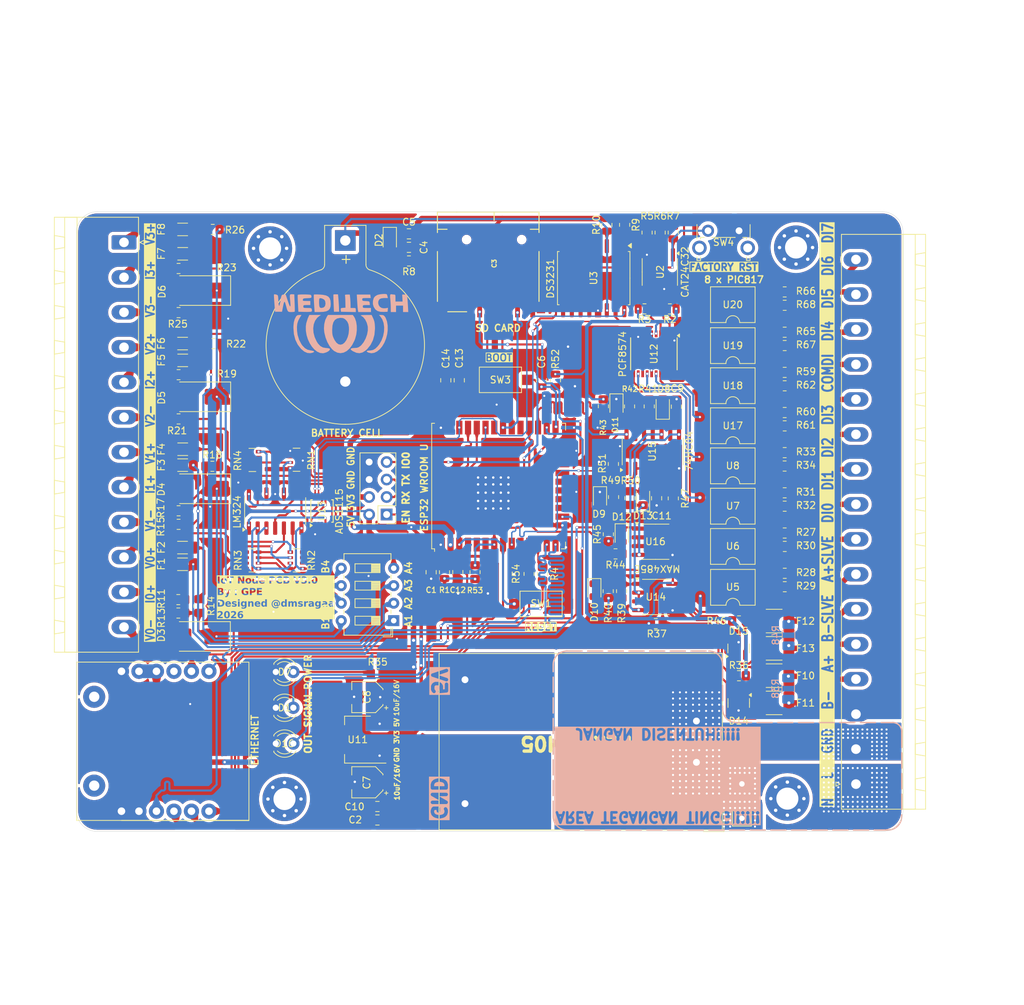
<source format=kicad_pcb>
(kicad_pcb (version 20240108) (generator "pcbnew") (generator_version "8.0")
  (title_block (title "IoT NODE") (date "2026-01-28") (rev "V3") (company "PT. MEDION FARMA JAYA") (comment 1 "DESAIN @DMSRAGAA") (comment 2 "INSTITUT TEKNOLOGI SEPULUH NOPEMBER"))
  (layers (0 "F.Cu" signal) (31 "B.Cu" signal) (34 "B.Paste" user) (35 "F.Paste" user) (36 "B.SilkS" user "B.Silkscreen") (37 "F.SilkS" user "F.Silkscreen") (38 "B.Mask" user) (39 "F.Mask" user) (44 "Edge.Cuts" user))
  (net 0 "")
  (net 1 "+3.3V")
  (net 2 "+5V")
  (net 3 "Net-(D1-A)")
  (net 4 "V_BAT")
  (net 5 "EN")
  (net 6 "D5_MICRO_SD")
  (net 7 "MOSI")
  (net 8 "CLK")
  (net 9 "MISO")
  (net 10 "Net-(D2-A)")
  (net 11 "TXD")
  (net 12 "RXD")
  (net 13 "IO0")
  (net 14 "SCL")
  (net 15 "SDA")
  (net 16 "Net-(D7-A)")
  (net 17 "Net-(PS1-AC(L))")
  (net 18 "Net-(U2-A2)")
  (net 19 "Net-(U2-A1)")
  (net 20 "Net-(U2-A0)")
  (net 21 "Net-(U3-32KHZ)")
  (net 22 "Net-(U3-SQW{slash}~{INT})")
  (net 25 "/nINT")
  (net 28 "/B-_Slave")
  (net 32 "/L")
  (net 33 "/N")
  (net 34 "/COM DI")
  (net 35 "/A+")
  (net 36 "/B-")
  (net 37 "/DI0")
  (net 38 "/DI1")
  (net 39 "/DI2")
  (net 40 "/DI3")
  (net 41 "/Rx")
  (net 42 "/Tx")
  (net 43 "/Analog 0")
  (net 44 "/nSS")
  (net 45 "/Analog 1")
  (net 46 "/Analog 3")
  (net 47 "/Analog 2")
  (net 48 "Net-(F4-Pad2)")
  (net 49 "Net-(F6-Pad2)")
  (net 50 "Net-(F8-Pad2)")
  (net 52 "Net-(R29-Pad2)")
  (net 53 "Net-(R30-Pad2)")
  (net 54 "/AnalogInput/A01")
  (net 55 "Net-(R32-Pad2)")
  (net 56 "Net-(R34-Pad2)")
  (net 57 "Net-(F2-Pad2)")
  (net 58 "/AnalogInput/B02")
  (net 59 "/AnalogInput/B03")
  (net 60 "/AnalogInput/B01")
  (net 61 "/AnalogInput/B04")
  (net 62 "/AnalogInput/A02")
  (net 63 "/AnalogInput/A03")
  (net 64 "/AnalogInput/A04")
  (net 66 "/V0-")
  (net 67 "/V1-")
  (net 68 "/V2-")
  (net 69 "/V3-")
  (net 70 "/V0+")
  (net 71 "/I0+")
  (net 72 "/V1+")
  (net 73 "/I1+")
  (net 74 "/V2+")
  (net 75 "/I2+")
  (net 76 "/V3+")
  (net 77 "/I3+")
  (net 78 "/A+_Slave")
  (net 79 "Earth_Protective")
  (net 82 "/TX_Slave")
  (net 83 "/RX_Slave")
  (net 86 "Net-(D8-A)")
  (net 87 "Net-(D13-A)")
  (net 88 "Net-(D8-K)")
  (net 89 "Net-(D9-A)")
  (net 90 "Net-(D10-A)")
  (net 91 "Net-(D11-A)")
  (net 92 "Net-(D12-A)")
  (net 93 "Net-(D13-K)")
  (net 94 "Net-(R42-Pad1)")
  (net 95 "Net-(R49-Pad1)")
  (net 96 "Net-(U14-DE)")
  (net 97 "Net-(D14-A2)")
  (net 98 "Net-(D14-A1)")
  (net 99 "Net-(D15-A2)")
  (net 100 "Net-(D15-A1)")
  (net 101 "Net-(R61-Pad2)")
  (net 102 "Net-(R62-Pad2)")
  (net 103 "Net-(R67-Pad2)")
  (net 104 "Net-(R68-Pad2)")
  (net 105 "Digital Input 0")
  (net 106 "Net-(U16-DE)")
  (net 107 "LED_SIG")
  (net 108 "/SPI_MOSI")
  (net 109 "/SPI_CLK")
  (net 110 "/SPI_MISO")
  (net 113 "Net-(RN2A-R1.2)")
  (net 114 "Net-(RN1A-R1.2)")
  (net 115 "Net-(RN2B-R2.2)")
  (net 116 "Net-(RN1C-R3.1)")
  (net 117 "Net-(RN2C-R3.2)")
  (net 118 "Net-(RN2D-R4.2)")
  (net 119 "Net-(RN1B-R2.1)")
  (net 120 "Net-(RN1D-R4.2)")
  (net 121 "Digital Input 4")
  (net 122 "Digital Input 2")
  (net 123 "Digital Input 3")
  (net 124 "Digital Input 1")
  (net 125 "Digital Input 7")
  (net 126 "Digital Input 5")
  (net 131 "Digital Input 6")
  (net 132 "/DI4")
  (net 133 "/DI5")
  (net 134 "/DI7")
  (net 135 "/DI6")
  (net 136 "Net-(D16-A)")
  (net 137 "FACTORY")
  (net 141 "LED_OUT")
  (footprint "Resistor_SMD:R_0805_2012Metric_Pad1.20x1.40mm_HandSolder" (layer "F.Cu") (at 161.9935 101.766 90)
    (property "Reference" "R40")
    (property "Value" "2.4k")
  )
  (footprint "Resistor_SMD:R_0805_2012Metric_Pad1.20x1.40mm_HandSolder" (layer "F.Cu") (at 162.7735 88.106 -90)
    (property "Reference" "R49")
    (property "Value" "2.4k")
  )
  (footprint "Capacitor_SMD:CP_Elec_4x5.8" (layer "F.Cu") (at 127.0235 117.156 180)
    (property "Reference" "C8")
    (property "Value" "10uF/16V")
  )
  (footprint "Capacitor_SMD:C_1812_4532Metric_Pad1.57x3.40mm_HandSolder" (layer "F.Cu") (at 186.0835 114.046)
    (property "Reference" "F10")
    (property "Value" "Fuse_Small")
  )
  (footprint "Resistor_SMD:R_0805_2012Metric_Pad1.20x1.40mm_HandSolder" (layer "F.Cu") (at 128.5335 113.766 180)
    (property "Reference" "R35")
    (property "Value" "200")
  )
  (footprint "Button_Switch_THT:SW_DIP_SPSTx04_Slide_6.7x11.72mm_W7.62mm_P2.54mm_LowProfile" (layer "F.Cu") (at 130.8535 106.056 180)
    (property "Reference" "SW2" (hide yes))
    (property "Value" "SW_DIP_x04")
  )
  (footprint "Resistor_SMD:R_0805_2012Metric_Pad1.20x1.40mm_HandSolder" (layer "F.Cu") (at 99.5835 104.946)
    (property "Reference" "R13")
    (property "Value" "510k")
  )
  (footprint "Capacitor_SMD:C_1812_4532Metric_Pad1.57x3.40mm_HandSolder" (layer "F.Cu") (at 186.0835 106.116)
    (property "Reference" "F12")
    (property "Value" "Fuse_Small")
  )
  (footprint "Resistor_SMD:R_0805_2012Metric_Pad1.20x1.40mm_HandSolder" (layer "F.Cu") (at 167.9535 74.9335 90)
    (property "Reference" "R41")
    (property "Value" "56k")
  )
  (footprint "MountingHole:MountingHole_3.2mm_M3_Pad_Via" (layer "F.Cu") (at 188.0035 131.906 90)
    (property "Reference" "H3" (hide yes))
    (property "Value" "MountingHole" (hide yes))
  )
  (footprint "Resistor_SMD:R_0805_2012Metric" (layer "F.Cu") (at 167.6385 49.686 90)
    (property "Reference" "R5")
    (property "Value" "4.7K")
  )
  (footprint "Resistor_SMD:R_1206_3216Metric_Pad1.30x1.75mm_HandSolder" (layer "F.Cu") (at 100.2135 83.466)
    (property "Reference" "F3")
    (property "Value" "150 mA")
  )
  (footprint "Package_DIP:SMDIP-4_W9.53mm_Clearance8mm" (layer "F.Cu") (at 180.086 71.926 180)
    (property "Reference" "U18")
    (property "Value" "PIC817")
  )
  (footprint "Package_DIP:SMDIP-4_W9.53mm_Clearance8mm" (layer "F.Cu") (at 180.086 66.106 180)
    (property "Reference" "U19")
    (property "Value" "PIC817")
  )
  (footprint "Diode_SMD:D_0805_2012Metric_Pad1.15x1.40mm_HandSolder" (layer "F.Cu") (at 167.0535 88.256 90)
    (property "Reference" "D13")
    (property "Value" "1N4148")
  )
  (footprint "Capacitor_SMD:C_1812_4532Metric_Pad1.57x3.40mm_HandSolder" (layer "F.Cu") (at 186.0835 118.006)
    (property "Reference" "F11")
    (property "Value" "Fuse_Small")
  )
  (footprint "Capacitor_SMD:C_0805_2012Metric" (layer "F.Cu") (at 133.0635 49.866 180)
    (property "Reference" "C5")
    (property "Value" "100nF")
  )
  (footprint "Capacitor_SMD:C_0805_2012Metric" (layer "F.Cu") (at 138.4135 71.14 90)
    (property "Reference" "C14")
    (property "Value" "0.1uF")
  )
  (footprint "Package_SO:SOIC-8_3.9x4.9mm_P1.27mm" (layer "F.Cu") (at 168.9085 102.616)
    (property "Reference" "U14")
    (property "Value" "MAX485E")
  )
  (footprint "Battery:BatteryHolder_Keystone_103_1x20mm" (layer "F.Cu") (at 123.823501 50.836 -90)
    (property "Reference" "BT1" (hide yes))
    (property "Value" "Battery_Cell")
  )
  (footprint "Resistor_SMD:R_0805_2012Metric_Pad1.20x1.40mm_HandSolder" (layer "F.Cu") (at 99.621 90.096)
    (property "Reference" "R17")
    (property "Value" "510k")
  )
  (footprint "LED_SMD:LED_0805_2012Metric" (layer "F.Cu") (at 163.1935 74.801 -90)
    (property "Reference" "D11")
    (property "Value" "TX")
  )
  (footprint "Resistor_SMD:R_0805_2012Metric" (layer "F.Cu") (at 187.606 83.596 180)
    (property "Reference" "R34")
    (property "Value" "4k3")
  )
  (footprint "Package_TO_SOT_SMD:SOT-223-3_TabPin2" (layer "F.Cu") (at 125.6335 123.336 180)
    (property "Reference" "U11")
    (property "Value" "AMS1117-33")
  )
  (footprint "Resistor_SMD:R_0805_2012Metric" (layer "F.Cu") (at 133.0635 53.806)
    (property "Reference" "R8")
    (property "Value" "200")
  )
  (footprint "TTL to RS485:W5500" (layer "F.Cu") (at 84.8285 135.071 90)
    (property "Reference" "U9" (hide yes))
    (property "Value" "W5500_V2")
  )
  (footprint "Package_SO:SSOP-20_4.4x6.5mm_P0.65mm" (layer "F.Cu") (at 168.626 67.296 -90)
    (property "Reference" "U12")
    (property "Value" "PCF8574ATS")
  )
  (footprint "Resistor_SMD:R_0805_2012Metric" (layer "F.Cu") (at 169.5385 49.686 90)
    (property "Reference" "R6")
    (property "Value" "4.7K")
  )
  (footprint "Package_TO_SOT_SMD:SOT-23" (layer "F.Cu") (at 180.926 110.086 90)
    (property "Reference" "D15")
    (property "Value" "SM712_SOT23")
  )
  (footprint "Resistor_SMD:R_0805_2012Metric_Pad1.20x1.40mm_HandSolder" (layer "F.Cu") (at 171.4435 88.296 90)
    (property "Reference" "R47")
    (property "Value" "10k")
  )
  (footprint "Connector_Phoenix_MSTB:PhoenixContact_MSTBA_2,5_16-G-5,08_1x16_P5.08mm_Horizontal" (layer "F.Cu") (at 197.9635 129.796 90)
    (property "Reference" "J1" (hide yes))
    (property "Value" "Screw_Terminal_01x16")
  )
  (footprint "Resistor_SMD:R_0805_2012Metric_Pad1.20x1.40mm_HandSolder" (layer "F.Cu") (at 150.5135 99.266 90)
    (property "Reference" "R54")
    (property "Value" "200")
  )
  (footprint "Diode_SMD:D_SMB_Handsoldering" (layer "F.Cu") (at 102.4685 58.106 180)
    (property "Reference" "D6")
    (property "Value" "TVS_SMBJ28A")
  )
  (footprint "Resistor_SMD:R_0805_2012Metric_Pad1.20x1.40mm_HandSolder" (layer "F.Cu") (at 162.7435 83.296 -90)
    (property "Reference" "R51")
    (property "Value" "4.7k")
  )
  (footprint "Resistor_SMD:R_0805_2012Metric_Pad1.20x1.40mm_HandSolder" (layer "F.Cu") (at 142.6635 99.006 -90)
    (property "Reference" "R53")
    (property "Value" "10K")
  )
  (footprint "Package_SO:TSSOP-10_3x3mm_P0.5mm" (layer "F.Cu") (at 120.4435 90.126 90)
    (property "Reference" "U13")
    (property "Value" "ADS1115IDGS")
  )
  (footprint "Resistor_SMD:R_0805_2012Metric_Pad1.20x1.40mm_HandSolder" (layer "F.Cu") (at 152.475 99.27 90)
    (property "Reference" "R4")
    (property "Value" "200")
  )
  (footprint "Resistor_SMD:R_0805_2012Metric" (layer "F.Cu") (at 161.7985 48.561 -90)
    (property "Reference" "R10")
    (property "Value" "4.7K")
  )
  (footprint "Resistor_SMD:R_0805_2012Metric_Pad1.20x1.40mm_HandSolder" (layer "F.Cu") (at 162.0135 93.506 90)
    (property "Reference" "R45")
    (property "Value" "4.7k")
  )
  (footprint "Resistor_SMD:R_0805_2012Metric" (layer "F.Cu") (at 187.616 89.426 180)
    (property "Reference" "R32")
    (property "Value" "4k3")
  )
  (footprint "Button_Switch_SMD:SW_SPST_CK_RS282G05A3" (layer "F.Cu") (at 146.3435 71.076 180)
    (property "Reference" "SW3")
    (property "Value" "BOOT")
  )
  (footprint "Resistor_SMD:R_0805_2012Metric" (layer "F.Cu") (at 187.616 60.246)
    (property "Reference" "R68")
    (property "Value" "4k3")
  )
  (footprint "Package_TO_SOT_SMD:SOT-23" (layer "F.Cu") (at 180.9435 118.016 -90)
    (property "Reference" "D14")
    (property "Value" "SM712_SOT23")
  )
  (footprint "Resistor_SMD:R_1206_3216Metric_Pad1.30x1.75mm_HandSolder" (layer "F.Cu") (at 100.2035 65.806)
    (property "Reference" "F6")
    (property "Value" "150 mA")
  )
  (footprint "Capacitor_SMD:CP_Elec_4x5.8" (layer "F.Cu") (at 127.0235 129.536 180)
    (property "Reference" "C7")
    (property "Value" "10uF/16V")
  )
  (footprint "Package_SO:SOIC-16W_7.5x10.3mm_P1.27mm" (layer "F.Cu") (at 159.8885 56.301 -90)
    (property "Reference" "U3")
    (property "Value" "DS3231SN#")
  )
  (footprint "Resistor_SMD:R_Array_Convex_4x0603" (layer "F.Cu") (at 110.3335 82.711 180)
    (property "Reference" "RN4")
    (property "Value" "10k")
  )
  (footprint "Package_DIP:SMDIP-4_W9.53mm_Clearance8mm" (layer "F.Cu") (at 180.096 101.214 180)
    (property "Reference" "U5")
    (property "Value" "PC817")
  )
  (footprint "Capacitor_SMD:C_0805_2012Metric" (layer "F.Cu") (at 133.0635 51.826 180)
    (property "Reference" "C4")
    (property "Value" "100nF")
  )
  (footprint "Resistor_SMD:R_0805_2012Metric_Pad1.20x1.40mm_HandSolder" (layer "F.Cu") (at 99.6185 54.906)
    (property "Reference" "R23")
    (property "Value" "100")
  )
  (footprint "Resistor_SMD:R_0805_2012Metric" (layer "F.Cu") (at 187.616 93.326)
    (property "Reference" "R27")
    (property "Value" "1M")
  )
  (footprint "LED_SMD:LED_0805_2012Metric" (layer "F.Cu") (at 160.8035 88.276 -90)
    (property "Reference" "D9")
    (property "Value" "TX_Slave")
  )
  (footprint "Diode_SMD:D_SMB_Handsoldering" (layer "F.Cu") (at 102.471 86.896 180)
    (property "Reference" "D4")
    (property "Value" "TVS_SMBJ28A")
  )
  (footprint "Resistor_SMD:R_0805_2012Metric" (layer "F.Cu") (at 187.616 69.996)
    (property "Reference" "R59")
    (property "Value" "1M")
  )
  (footprint "Resistor_SMD:R_0805_2012Metric" (layer "F.Cu") (at 171.4385 49.6835 90)
    (property "Reference" "R7")
    (property "Value" "4.7K")
  )
  (footprint "Resistor_SMD:R_0805_2012Metric" (layer "F.Cu") (at 187.616 66.096)
    (property "Reference" "R67")
    (property "Value" "4k3")
  )
  (footprint "Resistor_SMD:R_0805_2012Metric_Pad1.20x1.40mm_HandSolder" (layer "F.Cu") (at 180.9735 114.056 180)
    (property "Reference" "R36")
    (property "Value" "10k")
  )
  (footprint "Package_SO:SOIC-8_3.9x4.9mm_P1.27mm" (layer "F.Cu") (at 169.4885 55.406 -90)
    (property "Reference" "U2")
    (property "Value" "CAT24C32WI-G")
  )
  (footprint "Resistor_SMD:R_0805_2012Metric_Pad1.20x1.40mm_HandSolder" (layer "F.Cu") (at 165.1535 88.256 90)
    (property "Reference" "R50")
    (property "Value" "56k")
  )
  (footprint "MountingHole:MountingHole_3.2mm_M3_Pad_Via" (layer "F.Cu") (at 112.9035 51.976 90)
    (property "Reference" "H4" (hide yes))
    (property "Value" "MountingHole" (hide yes))
  )
  (footprint "Resistor_SMD:R_1206_3216Metric_Pad1.30x1.75mm_HandSolder" (layer "F.Cu") (at 100.221 68.246)
    (property "Reference" "F5")
    (property "Value" "150 mA")
  )
  (footprint "Capacitor_SMD:C_0805_2012Metric_Pad1.18x1.45mm_HandSolder" (layer "F.Cu") (at 171.8935 74.976 90)
    (property "Reference" "C9")
    (property "Value" "33p")
  )
  (footprint "Resistor_SMD:R_0805_2012Metric" (layer "F.Cu") (at 187.616 81.646)
    (property "Reference" "R33")
    (property "Value" "1M")
  )
  (footprint "Package_DIP:SMDIP-4_W9.53mm_Clearance8mm" (layer "F.Cu") (at 180.086 60.156 180)
    (property "Reference" "U20")
    (property "Value" "PIC817")
  )
  (footprint "Resistor_SMD:R_0805_2012Metric_Pad1.20x1.40mm_HandSolder" (layer "F.Cu") (at 163.946 101.766 90)
    (property "Reference" "R39")
    (property "Value" "4.7k")
  )
  (footprint "LED_THT:LED_D3.0mm" (layer "F.Cu") (at 113.7385 118.706)
    (property "Reference" "D1")
    (property "Value" "Led Red")
  )
  (footprint "Resistor_SMD:R_0805_2012Metric" (layer "F.Cu") (at 170.9435 60.776)
    (property "Reference" "R2")
    (property "Value" "4.7K")
  )
  (footprint "RF_Module:ESP32-WROOM-32U" (layer "F.Cu") (at 146.0885 86.506 90)
    (property "Reference" "U1" (hide yes))
    (property "Value" "ESP32-WROOM-32U")
  )
  (footprint "Resistor_SMD:R_1206_3216Metric_Pad1.30x1.75mm_HandSolder" (layer "F.Cu") (at 100.1935 97.866)
    (property "Reference" "F1")
    (property "Value" "150 mA")
  )
  (footprint "Resistor_SMD:R_Array_Convex_4x0603" (layer "F.Cu") (at 110.3335 97.301 180)
    (property "Reference" "RN3")
    (property "Value" "10k")
  )
  (footprint "Resistor_SMD:R_0805_2012Metric_Pad1.20x1.40mm_HandSolder" (layer "F.Cu") (at 104.5835 49.226 180)
    (property "Reference" "R26")
    (property "Value" "510k")
  )
  (footprint "Resistor_SMD:R_0805_2012Metric_Pad1.20x1.40mm_HandSolder" (layer "F.Cu") (at 99.621 70.326)
    (property "Reference" "R19")
    (property "Value" "100")
  )
  (footprint "Resistor_SMD:R_Array_Convex_4x0603" (layer "F.Cu") (at 116.7435 82.681)
    (property "Reference" "RN1")
    (property "Value" "10k")
  )
  (footprint "Diode_SMD:D_0805_2012Metric_Pad1.15x1.40mm_HandSolder" (layer "F.Cu") (at 169.9135 74.931 90)
    (property "Reference" "D8")
    (property "Value" "1N4148")
  )
  (footprint "Resistor_SMD:R_0805_2012Metric" (layer "F.Cu") (at 187.616 64.156)
    (property "Reference" "R65")
    (property "Value" "1M")
  )
  (footprint "Converter_ACDC:Converter_ACDC_Hi-Link_HLK-5Mxx" (layer "F.Cu") (at 174.8035 126.6335 180)
    (property "Reference" "PS1" (hide yes))
    (property "Value" "HLK-5M05")
  )
  (footprint "Resistor_SMD:R_1206_3216Metric_Pad1.30x1.75mm_HandSolder" (layer "F.Cu") (at 100.221 81.156)
    (property "Reference" "F4")
    (property "Value" "150 mA")
  )
  (footprint "MountingHole:MountingHole_3.2mm_M3_Pad_Via" (layer "F.Cu") (at 189.2635 51.856 90)
    (property "Reference" "H1" (hide yes))
    (property "Value" "MountingHole" (hide yes))
  )
  (footprint "Package_SO:SOIC-8_3.9x4.9mm_P1.27mm" (layer "F.Cu") (at 168.8685 94.591)
    (property "Reference" "U16")
    (property "Value" "MAX485E")
  )
  (footprint "Resistor_SMD:R_0805_2012Metric" (layer "F.Cu") (at 164.3785 48.561 -90)
    (property "Reference" "R9")
    (property "Value" "4.7K")
  )
  (footprint "LED_THT:LED_D3.0mm" (layer "F.Cu") (at 113.7385 123.906)
    (property "Reference" "D16")
    (property "Value" "Led Red")
  )
  (footprint "LED_SMD:LED_0805_2012Metric" (layer "F.Cu") (at 163.9635 93.676 -90)
    (property "Reference" "D12")
    (property "Value" "RX_Slave")
  )
  (footprint "Capacitor_SMD:C_0805_2012Metric" (layer "F.Cu") (at 136.29 99.016 -90)
    (property "Reference" "C1")
    (property "Value" "100nF")
  )
  (footprint "Resistor_SMD:R_0805_2012Metric" (layer "F.Cu") (at 187.616 77.766 180)
    (property "Reference" "R61")
    (property "Value" "4k3")
  )
  (footprint "Resistor_SMD:R_0805_2012Metric_Pad1.20x1.40mm_HandSolder" (layer "F.Cu") (at 99.576 102.996)
    (property "Reference" "R11")
    (property "Value" "100")
  )
  (footprint "Capacitor_SMD:C_0805_2012Metric_Pad1.18x1.45mm_HandSolder" (layer "F.Cu") (at 169.0235 88.276 -90)
    (property "Reference" "C11")
    (property "Value" "33p")
  )
  (footprint "Package_DIP:SMDIP-4_W9.53mm_Clearance8mm" (layer "F.Cu") (at 180.086 83.566 180)
    (property "Reference" "U8")
    (property "Value" "PIC817")
  )
  (footprint "Resistor_SMD:R_1206_3216Metric_Pad1.30x1.75mm_HandSolder" (layer "F.Cu") (at 100.2185 52.772)
    (property "Reference" "F7")
    (property "Value" "150 mA")
  )
  (footprint "Resistor_SMD:R_0805_2012Metric" (layer "F.Cu") (at 187.626 101.126 180)
    (property "Reference" "R29")
    (property "Value" "4k3")
  )
  (footprint "Resistor_SMD:R_0805_2012Metric_Pad1.20x1.40mm_HandSolder" (layer "F.Cu") (at 102.6035 103.93 90)
    (property "Reference" "R14")
    (property "Value" "510k")
  )
  (footprint "LED_THT:LED_D3.0mm" (layer "F.Cu") (at 113.7385 113.506)
    (property "Reference" "D7")
    (property "Value" "LED")
  )
  (footprint "Capacitor_SMD:C_1812_4532Metric_Pad1.57x3.40mm_HandSolder" (layer "F.Cu") (at 186.0835 110.076)
    (property "Reference" "F13")
    (property "Value" "Fuse_Small")
  )
  (footprint "Connector_Card:J_SD_Card-micro_socket_A" (layer "F.Cu") (at 145.448532 54.184145)
    (property "Reference" "C3")
    (property "Value" "L-KLS1-TF-003-H1.85-R" (hide yes))
  )
  (footprint "Resistor_SMD:R_0805_2012Metric" (layer "F.Cu") (at 187.626 95.276 180)
    (property "Reference" "R30")
    (property "Value" "4k3")
  )
  (footprint "Resistor_SMD:R_0805_2012Metric" (layer "F.Cu") (at 154.3335 71.156 90)
    (property "Reference" "R52")
    (property "Value" "10K")
  )
  (footprint "Resistor_SMD:R_0805_2012Metric_Pad1.20x1.40mm_HandSolder" (layer "F.Cu") (at 99.621 92.066)
    (property "Reference" "R15")
    (property "Value" "100")
  )
  (footprint "Resistor_SMD:R_0805_2012Metric_Pad1.20x1.40mm_HandSolder" (layer "F.Cu") (at 104.6785 65.806 180)
    (property "Reference" "R22")
    (property "Value" "510k")
  )
  (footprint "Resistor_SMD:R_0805_2012Metric" (layer "F.Cu") (at 167.2635 60.766 180)
    (property "Reference" "R3")
    (property "Value" "4.7K")
  )
  (footprint "Connector_PinHeader_2.54mm:PinHeader_2x04_P2.54mm_Vertical" (layer "F.Cu") (at 129.8285 90.636 180)
    (property "Reference" "J3" (hide yes))
    (property "Value" "UPLOADER")
  )
  (footprint "Connector_Phoenix_MSTB:PhoenixContact_MSTBA_2,5_12-G-5,08_1x12_P5.08mm_Horizontal" (layer "F.Cu") (at 91.6935 51.106 -90)
    (property "Reference" "J4" (hide yes))
    (property "Value" "Screw_Terminal_01x12")
  )
  (footprint "Resistor_SMD:R_0805_2012Metric_Pad1.20x1.40mm_HandSolder" (layer "F.Cu") (at 161.2935 74.916 -90)
    (property "Reference" "R43")
    (property "Value" "4.7k")
  )
  (footprint "Package_DIP:SMDIP-4_W9.53mm_Clearance8mm" (layer "F.Cu") (at 180.086 89.426 180)
    (property "Reference" "U7")
    (property "Value" "PIC817")
  )
  (footprint "Package_DIP:SMDIP-4_W9.53mm_Clearance8mm" (layer "F.Cu") (at 180.086 95.276 180)
    (property "Reference" "U6")
    (property "Value" "PIC817")
  )
  (footprint "Capacitor_THT:C_Rect_L7.0mm_W2.5mm_P5.00mm" (layer "F.Cu") (at 181.4035 129.766 -90)
    (property "Reference" "F9")
    (property "Value" "1A/250VAC")
  )
  (footprint "Package_SO:SOIC-14_3.9x8.7mm_P1.27mm" (layer "F.Cu") (at 168.4635 81.471 90)
    (property "Reference" "U15")
    (property "Value" "74HC04")
  )
  (footprint "Resistor_SMD:R_Array_Convex_4x0603" (layer "F.Cu") (at 116.7435 97.301 180)
    (property "Reference" "RN2")
    (property "Value" "10k")
  )
  (footprint "Button_Switch_THT:SW_Tactile_SPST_Angled_PTS645Vx58-2LFS" (layer "F.Cu") (at 176.4885 49.4185)
    (property "Reference" "SW4")
    (property "Value" "FACTORY RST")
  )
  (footprint "Capacitor_SMD:C_0805_2012Metric" (layer "F.Cu") (at 140.16 99.016 -90)
    (property "Reference" "C12")
    (property "Value" "100nF")
  )
  (footprint "Resistor_SMD:R_0805_2012Metric_Pad1.20x1.40mm_HandSolder" (layer "F.Cu") (at 168.8985 106.476 180)
    (property "Reference" "R37")
    (property "Value" "10k")
  )
  (footprint "PCM_JLCPCB:SOIC-14_L8.7-W3.9-P1.27-LS6.0-BL" (layer "F.Cu") (at 113.6435 90.141 90)
    (property "Reference" "U4" (hide yes))
    (property "Value" "LM324")
  )
  (footprint "Resistor_SMD:R_1206_3216Metric_Pad1.30x1.75mm_HandSolder" (layer "F.Cu") (at 100.2085 49.226)
    (property "Reference" "F8")
    (property "Value" "150 mA")
  )
  (footprint "Resistor_SMD:R_0805_2012Metric" (layer "F.Cu") (at 187.616 75.826)
    (property "Reference" "R60")
    (property "Value" "1M")
  )
  (footprint "Resistor_SMD:R_0805_2012Metric_Pad1.20x1.40mm_HandSolder" (layer "F.Cu") (at 104.521 83.636)
    (property "Reference" "R18")
    (property "Value" "510k")
  )
  (footprint "Diode_SMD:D_SMB_Handsoldering" (layer "F.Cu") (at 102.471 73.536 180)
    (property "Reference" "D5")
    (property "Value" "TVS_SMBJ28A")
  )
  (footprint "Resistor_SMD:R_0805_2012Metric_Pad1.20x1.40mm_HandSolder" (layer "F.Cu") (at 180.9835 106.096)
    (property "Reference" "R46")
    (property "Value" "10k")
  )
  (footprint "Resistor_SMD:R_0805_2012Metric" (layer "F.Cu") (at 187.626 99.176)
    (property "Reference" "R28")
    (property "Value" "1M")
  )
  (footprint "Resistor_SMD:R_0805_2012Metric_Pad1.20x1.40mm_HandSolder" (layer "F.Cu") (at 99.621 76.756)
    (property "Reference" "R21")
    (property "Value" "510k")
  )
  (footprint "Resistor_SMD:R_0805_2012Metric" (layer "F.Cu") (at 187.616 58.306)
    (property "Reference" "R66")
    (property "Value" "1M")
  )
  (footprint "Resistor_SMD:R_0805_2012Metric_Pad1.20x1.40mm_HandSolder" (layer "F.Cu") (at 99.6185 61.306)
    (property "Reference" "R25")
    (property "Value" "510k")
  )
  (footprint "Resistor_SMD:R_0805_2012Metric" (layer "F.Cu") (at 187.616 71.946 180)
    (property "Reference" "R62")
    (property "Value" "4k3")
  )
  (footprint "Button_Switch_SMD:SW_SPST_CK_RS282G05A3" (layer "F.Cu") (at 152.25 103.62)
    (property "Reference" "SW1")
    (property "Value" "RST")
  )
  (footprint "Resistor_SMD:R_0805_2012Metric_Pad1.20x1.40mm_HandSolder" (layer "F.Cu") (at 163.0535 96.356)
    (property "Reference" "R44")
    (property "Value" "2.4k")
  )
  (footprint "Diode_SMD:D_SMB_Handsoldering" (layer "F.Cu") (at 102.4235 108.346 180)
    (property "Reference" "D3")
    (property "Value" "TVS_SMBJ28A")
  )
  (footprint "LED_SMD:LED_0805_2012Metric" (layer "F.Cu") (at 159.9735 101.626 -90)
    (property "Reference" "D10")
    (property "Value" "RX")
  )
  (footprint "Package_DIP:SMDIP-4_W9.53mm_Clearance8mm" (layer "F.Cu") (at 180.086 77.746 180)
    (property "Reference" "U17")
    (property "Value" "PC817")
  )
  (footprint "Capacitor_SMD:C_0805_2012Metric" (layer "F.Cu") (at 152.3115 71.14 90)
    (property "Reference" "C6")
    (property "Value" "100nF")
  )
  (footprint "Capacitor_SMD:C_0805_2012Metric_Pad1.18x1.45mm_HandSolder" (layer "F.Cu") (at 128.4835 133.046 180)
    (property "Reference" "C10")
    (property "Value" "100n")
  )
  (footprint "Resistor_SMD:R_1206_3216Metric_Pad1.30x1.75mm_HandSolder" (layer "F.Cu") (at 100.1935 95.446)
    (property "Reference" "F2")
    (property "Value" "150 mA")
  )
  (footprint "Resistor_SMD:R_0805_2012Metric_Pad1.20x1.40mm_HandSolder" (layer "F.Cu") (at 165.0935 74.9335 90)
    (property "Reference" "R42")
    (property "Value" "2.4k")
  )
  (footprint "Resistor_SMD:R_0805_2012Metric" (layer "F.Cu") (at 187.616 87.486)
    (property "Reference" "R31")
    (property "Value" "1M")
  )
  (footprint "Diode_SMD:D_0805_2012Metric_Pad1.15x1.40mm_HandSolder" (layer "F.Cu") (at 130.2835 50.786 -90)
    (property "Reference" "D2")
    (property "Value" "1N4148")
  )
  (footprint "Capacitor_SMD:C_0805_2012Metric_Pad1.18x1.45mm_HandSolder" (layer "F.Cu") (at 128.4835 135.006 180)
    (property "Reference" "C2")
    (property "Value" "100n")
  )
  (footprint "Resistor_SMD:R_0805_2012Metric" (layer "F.Cu") (at 138.23 99.016 -90)
    (property "Reference" "R1")
    (property "Value" "10K")
  )
  (footprint "Capacitor_SMD:C_0805_2012Metric" (layer "F.Cu") (at 140.3735 71.14 90)
    (property "Reference" "C13")
    (property "Value" "10uF")
  )
  (footprint "MountingHole:MountingHole_3.2mm_M3_Pad_Via" (layer "F.Cu") (at 114.996444 131.966 90)
    (property "Reference" "H2" (hide yes))
    (property "Value" "MountingHole" (hide yes))
  )
  (footprint "Resistor_SMD:R_1206_3216Metric_Pad1.30x1.75mm_HandSolder" (layer "B.Cu") (at 188.1735 108.166 -90)
    (property "Reference" "R48")
    (property "Value" "120")
  )
  (footprint "Resistor_SMD:R_1206_3216Metric_Pad1.30x1.75mm_HandSolder" (layer "B.Cu") (at 188.1335 115.926 -90)
    (property "Reference" "R38")
    (property "Value" "120")
  )
  (footprint "LOGO" (layer "B.Cu") (at 122.979858 63.005585)
    (property "Reference" "G***" (hide yes))
    (property "Value" "LOGO" (hide yes))
  )
  (gr_arc (start 203.31003 120.854433) (mid 204.278496 121.286414) (end 204.604168 122.295607) (stroke (width 0.2)) (layer "B.SilkS"))
  (gr_line (start 154.0035 134.466) (end 154.0035 112.466) (stroke (width 0.2) (type dash)) (layer "B.SilkS"))
  (gr_line (start 204.6035 122.266) (end 204.6035 134.466) (stroke (width 0.2) (type dash)) (layer "B.SilkS"))
  (gr_line (start 156.0035 110.466) (end 176.6035 110.466) (stroke (width 0.2) (type dash)) (layer "B.SilkS"))
  (gr_line (start 178.6035 112.466) (end 178.6035 118.866) (stroke (width 0.2) (type dash)) (layer "B.SilkS"))
  (gr_arc (start 156.0035 136.466) (mid 154.589286 135.880214) (end 154.0035 134.466) (stroke (width 0.2)) (layer "B.SilkS"))
  (gr_line (start 180.6035 120.866) (end 203.309361 120.85907) (stroke (width 0.2) (type dash)) (layer "B.SilkS"))
  (gr_line (start 202.8035 136.466) (end 156.0035 136.466) (stroke (width 0.2) (type dash)) (layer "B.SilkS"))
  (gr_arc (start 180.6035 120.866) (mid 179.189286 120.280214) (end 178.6035 118.866) (stroke (width 0.2)) (layer "B.SilkS"))
  (gr_arc (start 204.6035 134.466) (mid 204.017714 135.880214) (end 202.6035 136.466) (stroke (width 0.2)) (layer "B.SilkS"))
  (gr_arc (start 154.0035 112.466) (mid 154.589286 111.051786) (end 156.0035 110.466) (stroke (width 0.2)) (layer "B.SilkS"))
  (gr_arc (start 176.6035 110.466) (mid 178.017714 111.051786) (end 178.6035 112.466) (stroke (width 0.2)) (layer "B.SilkS"))
  (gr_line (start 204.7935 49.666) (end 204.7935 133.666) (stroke (width 0.05)) (layer "Edge.Cuts"))
  (gr_arc (start 87.7935 136.666) (mid 85.67218 135.78732) (end 84.7935 133.666) (stroke (width 0.05)) (layer "Edge.Cuts"))
  (gr_line (start 84.7935 133.666) (end 84.7935 49.666) (stroke (width 0.05)) (layer "Edge.Cuts"))
  (gr_arc (start 84.7935 49.666) (mid 85.67218 47.54468) (end 87.7935 46.666) (stroke (width 0.05)) (layer "Edge.Cuts"))
  (gr_arc (start 201.7935 46.666) (mid 203.91482 47.54468) (end 204.7935 49.666) (stroke (width 0.05)) (layer "Edge.Cuts"))
  (gr_line (start 201.7935 136.666) (end 87.7935 136.666) (stroke (width 0.05)) (layer "Edge.Cuts"))
  (gr_line (start 87.7935 46.666) (end 201.7935 46.666) (stroke (width 0.05)) (layer "Edge.Cuts"))
  (gr_arc (start 204.7935 133.666) (mid 203.91482 135.78732) (end 201.7935 136.666) (stroke (width 0.05)) (layer "Edge.Cuts"))
  (gr_text "GND" (at 136.2 135.25 -90) (layer "B.SilkS" knockout) (effects (font (size 2 2) (thickness 0.5) (bold yes)) (justify left bottom mirror)))
  (gr_text "AREA TEGANGAN TINGGI!!!!!\n\n\n\n\nJANGAN DISENTUH!!!!!" (at 169.2235 128.536 180) (layer "B.SilkS" knockout) (effects (font (size 1.5 1.5) (thickness 0.375) (bold yes)) (justify mirror)))
  (gr_text "5V" (at 136.25 117.05 270) (layer "B.SilkS" knockout) (effects (font (size 2 2) (thickness 0.5) (bold yes)) (justify left bottom mirror)))
  (gr_text "N   L   GND   B-   A+  B-SLVE  A+SLVE  DI0  DI1  DI2  DI3  COMDI  DI4  DI5  DI6  DI7" (at 194.7535 133.266 90) (layer "F.SilkS" knockout) (effects (font (size 1.5 1.2) (thickness 0.3) (bold yes)) (justify left bottom)))
  (gr_text "ESP32 WROOM U" (at 135.8735 93.206 90) (layer "F.SilkS") (effects (font (size 1 1) (thickness 0.2) (bold yes)) (justify left bottom)))
  (gr_text "ADS1115" (at 123.5355 93.566 90) (layer "F.SilkS") (effects (font (size 1 1)) (justify left bottom)))
  (gr_text "10uF/16V" (at 131.7535 132.256 90) (layer "F.SilkS") (effects (font (size 0.7 0.7) (thickness 0.175) (bold yes)) (justify left bottom)))
  (gr_text "GND 3V3 5V" (at 131.7035 126.726 90) (layer "F.SilkS") (effects (font (size 0.7 0.7) (thickness 0.175) (bold yes)) (justify left bottom)))
  (gr_text "IoT Node PCB V3.0\nBy : GPE\nDesigned @dmsragaa\n2026" (at 105.1835 105.866 0) (layer "F.SilkS" knockout) (effects (font (size 1 1) (thickness 0.25) (bold yes)) (justify left bottom)))
  (gr_text "FACTORY RST" (at 173.626 55.2925 0) (layer "F.SilkS" knockout) (effects (font (size 1 1) (thickness 0.25) (bold yes)) (justify left bottom)))
  (gr_text "5V 3V3 GND GND" (at 125.2185 92.602 90) (layer "F.SilkS") (effects (font (size 1 0.9) (thickness 0.2) (bold yes)) (justify left bottom)))
  (gr_text "DS3231" (at 154.1935 59.366 90) (layer "F.SilkS") (effects (font (size 1 1)) (justify left bottom)))
  (gr_text "LM324" (at 108.7035 92.766 90) (layer "F.SilkS") (effects (font (size 1 1)) (justify left bottom)))
  (gr_text "A1 A2 A3 A4" (at 133.5835 107.126 90) (layer "F.SilkS") (effects (font (size 1 1) (thickness 0.2) (bold yes)) (justify left bottom)))
  (gr_text "10uF/16V" (at 131.6735 119.986 90) (layer "F.SilkS") (effects (font (size 0.7 0.7) (thickness 0.14) (bold yes)) (justify left bottom)))
  (gr_text "V0-   I0+   V0+   V1-   I1+  V1+   V2-   I2+   V2+   V3-   I3+   V3+  " (at 96.2135 109.136 90) (layer "F.SilkS" knockout) (effects (font (size 1.2 1.02) (thickness 0.25) (bold yes)) (justify left bottom)))
  (gr_text "EN RX TX IO0" (at 133.2185 92.086 90) (layer "F.SilkS") (effects (font (size 1 1) (thickness 0.25) (bold yes)) (justify left bottom)))
  (gr_text "RESET" (at 149.7635 107.556 0) (layer "F.SilkS" knockout) (effects (font (size 1 1) (thickness 0.2) (bold yes)) (justify left bottom)))
  (gr_text "BOOT" (at 144.05 68.45 0) (layer "F.SilkS" knockout) (effects (font (size 1 1) (thickness 0.2) (bold yes)) (justify left bottom)))
  (gr_text "HLK-5M05" (at 165.8335 122.728 180) (layer "F.SilkS") (effects (font (size 2 2) (thickness 0.5) (bold yes)) (justify left bottom)))
  (gr_text "ETHERNET" (at 111.2835 127.206 90) (layer "F.SilkS") (effects (font (size 1 1) (thickness 0.2) (bold yes)) (justify left bottom)))
  (gr_text "CAT24C32" (at 173.7335 59.236 90) (layer "F.SilkS") (effects (font (size 1 1)) (justify left bottom)))
  (gr_text "POWER" (at 119.0035 116.226 90) (layer "F.SilkS") (effects (font (size 1 1) (thickness 0.2) (bold yes)) (justify left bottom)))
  (gr_text "OUT" (at 119.0135 125.506 90) (layer "F.SilkS") (effects (font (size 1 1) (thickness 0.25) (bold yes)) (justify left bottom)))
  (gr_text "8 x PIC817" (at 175.8135 57.106 0) (layer "F.SilkS") (effects (font (size 1 1) (thickness 0.2) (bold yes)) (justify left bottom)))
  (gr_text "74HC04" (at 174.3355 84.47 90) (layer "F.SilkS") (effects (font (size 1 1)) (justify left bottom)))
  (gr_text "SD CARD" (at 142.5855 64.15 0) (layer "F.SilkS") (effects (font (size 1 1) (thickness 0.2) (bold yes)) (justify left bottom)))
  (gr_text "BATTERY CELL" (at 118.7095 79.39 0) (layer "F.SilkS") (effects (font (size 1 1) (thickness 0.2) (bold yes)) (justify left bottom)))
  (gr_text "SIGNAL" (at 119.0035 121.716 90) (layer "F.SilkS") (effects (font (size 1 1) (thickness 0.25) (bold yes)) (justify left bottom)))
  (gr_text "B1 B2 B3 B4" (at 121.5535 107.466 90) (layer "F.SilkS") (effects (font (size 1 1) (thickness 0.2) (bold yes)) (justify left bottom)))
  (gr_text "MAX485E" (at 172.5635 97.926 180) (layer "F.SilkS") (effects (font (size 1 1)) (justify left bottom)))
  (gr_text "PCF8574" (at 164.6635 70.776 90) (layer "F.SilkS") (effects (font (size 1 1)) (justify left bottom)))
  (segment (start 171.4385 48.2135) (end 172.0035 47.6485) (width 0.5) (layer "F.Cu") (net 1))
  (segment (start 173.0035 48.1485) (end 173.5035 47.6485) (width 0.3) (layer "F.Cu") (net 1))
  (segment (start 135.5835 101.66) (end 134.8435 100.92) (width 0.3) (layer "F.Cu") (net 1))
  (segment (start 166.3335 60.766) (end 166.3235 60.776) (width 0.3) (layer "F.Cu") (net 1))
  (segment (start 138.4135 72.09) (end 134.97 72.09) (width 0.8) (layer "F.Cu") (net 1))
  (segment (start 134.8435 100.92) (end 134.8435 93.9095) (width 0.5) (layer "F.Cu") (net 1))
  (segment (start 134.0135 48.566) (end 134.0135 49.866) (width 0.8) (layer "F.Cu") (net 1))
  (segment (start 134.8435 105.196) (end 134.8435 100.92) (width 0.5) (layer "F.Cu") (net 1))
  (segment (start 168.951 64.3635) (end 168.9335 64.346) (width 0.3) (layer "F.Cu") (net 1))
  (segment (start 163.0635 51.651) (end 163.0635 48.9635) (width 0.3) (layer "F.Cu") (net 1))
  (segment (start 163.3935 78.996) (end 164.6535 78.996) (width 0.3) (layer "F.Cu") (net 1))
  (segment (start 125.984 78.74) (end 132.842 78.74) (width 0.8) (layer "F.Cu") (net 1))
  (segment (start 134.931 47.6485) (end 134.0135 48.566) (width 0.8) (layer "F.Cu") (net 1))
  (segment (start 161.7985 47.6485) (end 164.3785 47.6485) (width 0.8) (layer "F.Cu") (net 1))
  (segment (start 134.8435 108.736) (end 134.8435 105.196) (width 0.5) (layer "F.Cu") (net 1))
  (segment (start 162.0535 98.226) (end 162.0535 96.356) (width 0.3) (layer "F.Cu") (net 1))
  (segment (start 122.4835 124.136) (end 122.4835 123.336) (width 0.8) (layer "F.Cu") (net 1))
  (segment (start 134.0135 49.866) (end 134.0135 51.826) (width 0.5) (layer "F.Cu") (net 1))
  (segment (start 166.351 60.766) (end 166.3335 60.766) (width 0.3) (layer "F.Cu") (net 1))
  (segment (start 171.3835 100.586) (end 171.3735 100.576) (width 0.3) (layer "F.Cu") (net 1))
  (segment (start 133.976 71.096) (end 133.976 53.806) (width 0.8) (layer "F.Cu") (net 1))
  (segment (start 171.3935 55.876) (end 173.0035 54.266) (width 0.3) (layer "F.Cu") (net 1))
  (segment (start 162.4935 98.666) (end 162.0535 98.226) (width 0.3) (layer "F.Cu") (net 1))
  (segment (start 171.3735 100.576) (end 171.3835 100.566) (width 0.3) (layer "F.Cu") (net 1))
  (segment (start 110.3135 126.606) (end 120.0135 126.606) (width 0.8) (layer "F.Cu") (net 1))
  (segment (start 134.0135 53.7685) (end 133.976 53.806) (width 0.5) (layer "F.Cu") (net 1))
  (segment (start 162.0435 102.796) (end 162.0735 102.766) (width 0.3) (layer "F.Cu") (net 1))
  (segment (start 97.5135 126.606) (end 96.4085 125.501) (width 0.8) (layer "F.Cu") (net 1))
  (segment (start 171.3435 92.686) (end 170.0335 92.686) (width 0.3) (layer "F.Cu") (net 1))
  (segment (start 145.5335 48.736) (end 146.621 47.6485) (width 0.5) (layer "F.Cu") (net 1))
  (segment (start 170.0035 47.6485) (end 172.0035 47.6485) (width 0.8) (layer "F.Cu") (net 1))
  (segment (start 140.3735 72.09) (end 138.4135 72.09) (width 0.8) (layer "F.Cu") (net 1))
  (segment (start 124.5435 91.856) (end 124.5435 80.1805) (width 0.8) (layer "F.Cu") (net 1))
  (segment (start 162.0435 94.496) (end 162.0135 96.316) (width 0.3) (layer "F.Cu") (net 1))
  (segment (start 162.0735 102.766) (end 163.946 102.766) (width 0.3) (layer "F.Cu") (net 1))
  (segment (start 162.0135 102.766) (end 162.0435 102.796) (width 0.3) (layer "F.Cu") (net 1))
  (segment (start 146.621 47.6485) (end 161.7985 47.6485) (width 0.8) (layer "F.Cu") (net 1))
  (segment (start 127.2885 88.096) (end 125.9735 88.096) (width 0.8) (layer "F.Cu") (net 1))
  (segment (start 169.5385 48.1135) (end 170.0035 47.6485) (width 0.5) (layer "F.Cu") (net 1))
  (segment (start 171.3835 100.566) (end 171.3835 98.926) (width 0.3) (layer "F.Cu") (net 1))
  (segment (start 137.63 101.66) (end 135.5835 101.66) (width 0.3) (layer "F.Cu") (net 1))
  (segment (start 124.5435 80.1805) (end 125.984 78.74) (width 0.8) (layer "F.Cu") (net 1))
  (segment (start 125.1635 92.476) (end 124.5435 91.856) (width 0.8) (layer "F.Cu") (net 1))
  (segment (start 134.8435 121.426) (end 132.9335 123.336) (width 0.5) (layer "F.Cu") (net 1))
  (segment (start 163.0635 48.9635) (end 164.3785 47.6485) (width 0.3) (layer "F.Cu") (net 1))
  (segment (start 120.0135 126.606) (end 122.4835 124.136) (width 0.8) (layer "F.Cu") (net 1))
  (segment (start 162.7435 82.296) (end 162.7435 79.646) (width 0.3) (layer "F.Cu") (net 1))
  (segment (start 145.5335 61.206) (end 145.5335 48.736) (width 0.5) (layer "F.Cu") (net 1))
  (segment (start 167.6385 48.7735) (end 167.6385 48.0135) (width 0.5) (layer "F.Cu") (net 1))
  (segment (start 106.3135 126.606) (end 97.5135 126.606) (width 0.8) (layer "F.Cu") (net 1))
  (segment (start 171.3835 100.711) (end 171.3835 100.586) (width 0.3) (layer "F.Cu") (net 1))
  (segment (start 168.6235 94.096) (end 168.6235 97.906) (width 0.3) (layer "F.Cu") (net 1))
  (segment (start 133.976 77.606) (end 133.976 71.096) (width 0.8) (layer "F.Cu") (net 1))
  (segment (start 171.3935 57.881) (end 171.3935 60.3135) (width 0.3) (layer "F.Cu") (net 1))
  (segment (start 96.4085 125.501) (end 96.4085 113.411) (width 0.8) (layer "F.Cu") (net 1))
  (segment (start 134.0135 51.826) (end 134.0135 53.7685) (width 0.5) (layer "F.Cu") (net 1))
  (segment (start 168.6235 97.906) (end 167.8635 98.666) (width 0.3) (layer "F.Cu") (net 1))
  (segment (start 138.23 99.9285) (end 138.23 101.06) (width 0.3) (layer "F.Cu") (net 1))
  (segment (start 134.8435 93.9095) (end 133.41 92.476) (width 0.5) (layer "F.Cu") (net 1))
  (segment (start 168.951 64.396) (end 168.951 64.3635) (width 0.3) (layer "F.Cu") (net 1))
  (segment (start 134.97 72.09) (end 133.976 71.096) (width 0.8) (layer "F.Cu") (net 1))
  (segment (start 134.8435 112.546) (end 134.8435 121.426) (width 0.5) (layer "F.Cu") (net 1))
  (segment (start 146.621 47.6485) (end 134.931 47.6485) (width 0.8) (layer "F.Cu") (net 1))
  (segment (start 164.3785 47.6485) (end 168.0035 47.6485) (width 0.8) (layer "F.Cu") (net 1))
  (segment (start 167.6385 48.0135) (end 168.0035 47.6485) (width 0.5) (layer "F.Cu") (net 1))
  (segment (start 132.842 78.74) (end 133.976 77.606) (width 0.8) (layer "F.Cu") (net 1))
  (segment (start 161.9935 102.766) (end 162.0135 102.766) (width 0.3) (layer "F.Cu") (net 1))
  (segment (start 132.9335 123.336) (end 128.7835 123.336) (width 0.5) (layer "F.Cu") (net 1))
  (segment (start 169.5385 48.7735) (end 169.5385 48.1135) (width 0.5) (layer "F.Cu") (net 1))
  (segment (start 171.3835 98.926) (end 171.1235 98.666) (width 0.3) (layer "F.Cu") (net 1))
  (segment (start 125.9735 88.096) (end 124.5435 86.666) (width 0.8) (layer "F.Cu") (net 1))
  (segment (start 167.8635 98.666) (end 162.4935 98.666) (width 0.3) (layer "F.Cu") (net 1))
  (segment (start 170.0335 92.686) (end 168.6235 94.096) (width 0.3) (layer "F.Cu") (net 1))
  (segment (start 172.0035 47.6485) (end 174.5035 47.6485) (width 0.8) (layer "F.Cu") (net 1))
  (segment (start 168.0035 47.6485) (end 170.0035 47.6485) (width 0.8) (layer "F.Cu") (net 1))
  (segment (start 162.0135 96.316) (end 162.0535 96.356) (width 0.3) (layer "F.Cu") (net 1))
  (segment (start 171.3935 60.3135) (end 171.856 60.776) (width 0.3) (layer "F.Cu") (net 1))
  (segment (start 173.0035 54.266) (end 173.0035 48.1485) (width 0.3) (layer "F.Cu") (net 1))
  (segment (start 171.3935 57.881) (end 171.3935 55.876) (width 0.3) (layer "F.Cu") (net 1))
  (segment (start 171.4385 48.771) (end 171.4385 48.2135) (width 0.5) (layer "F.Cu") (net 1))
  (segment (start 171.1235 98.666) (end 167.8635 98.666) (width 0.3) (layer "F.Cu") (net 1))
  (segment (start 162.7435 79.646) (end 163.3935 78.996) (width 0.3) (layer "F.Cu") (net 1))
  (segment (start 138.23 101.06) (end 137.63 101.66) (width 0.3) (layer "F.Cu") (net 1))
  (segment (start 162.0135 94.506) (end 162.0435 94.496) (width 0.3) (layer "F.Cu") (net 1))
  (via (at 139.0935 95.036) (size 0.6) (drill 0.45) (layers "F.Cu" "B.Cu") (net 1))
  (via (at 171.3735 100.576) (size 0.4) (drill 0.3) (layers "F.Cu" "B.Cu") (net 1))
  (via (at 133.41 92.476) (size 0.4) (drill 0.3) (layers "F.Cu" "B.Cu") (net 1))
  (via (at 171.856 60.776) (size 0.4) (drill 0.3) (layers "F.Cu" "B.Cu") (net 1))
  (via (at 125.1635 92.476) (size 0.6) (drill 0.45) (layers "F.Cu" "B.Cu") (net 1))
  (via (at 161.2935 73.886) (size 0.5) (drill 0.35) (layers "F.Cu" "B.Cu") (net 1))
  (via (at 162.0435 102.796) (size 0.5) (drill 0.35) (layers "F.Cu" "B.Cu") (net 1))
  (via (at 154.3135 70.246) (size 0.4) (drill 0.3) (layers "F.Cu" "B.Cu") (net 1))
  (via (at 175.3735 102.476) (size 0.5) (drill 0.35) (layers "F.Cu" "B.Cu") (net 1))
  (via (at 134.8435 112.546) (size 0.5) (drill 0.35) (layers "F.Cu" "B.Cu") (net 1))
  (via (at 106.3135 126.606) (size 0.5) (drill 0.35) (layers "F.Cu" "B.Cu") (net 1))
  (via (at 168.9335 64.346) (size 0.4) (drill 0.3) (layers "F.Cu" "B.Cu") (net 1))
  (via (at 134.8435 108.736) (size 0.5) (drill 0.35) (layers "F.Cu" "B.Cu") (net 1))
  (via (at 110.3135 126.606) (size 0.5) (drill 0.35) (layers "F.Cu" "B.Cu") (net 1))
  (via (at 162.0435 94.496) (size 0.5) (drill 0.35) (layers "F.Cu" "B.Cu") (net 1))
  (via (at 179.9435 106.036) (size 0.5) (drill 0.35) (layers "F.Cu" "B.Cu") (net 1))
  (via (at 138.23 99.9285) (size 0.5) (drill 0.35) (layers "F.Cu" "B.Cu") (net 1))
  (via (at 182.0035 114.066) (size 0.5) (drill 0.35) (layers "F.Cu" "B.Cu") (net 1))
  (via (at 166.3235 60.776) (size 0.4) (drill 0.3) (layers "F.Cu" "B.Cu") (net 1))
  (via (at 164.6535 78.996) (size 0.5) (drill 0.35) (layers "F.Cu" "B.Cu") (net 1))
  (via (at 142.6635 100.006) (size 0.5) (drill 0.35) (layers "F.Cu" "B.Cu") (net 1))
  (segment (start 158.8835 69.486) (end 158.8835 63.326) (width 0.5) (layer "B.Cu") (net 1))
  (segment (start 159.5935 62.616) (end 166.7735 62.616) (width 0.5) (layer "B.Cu") (net 1))
  (segment (start 166.3235 60.776) (end 166.3235 61.956) (width 0.3) (layer "B.Cu") (net 1))
  (segment (start 162.0435 102.796) (end 162.0435 104.976) (width 0.3) (layer "B.Cu") (net 1))
  (segment (start 158.8835 93.536) (end 158.8835 101.726) (width 0.5) (layer "B.Cu") (net 1))
  (segment (start 169.4935 62.616) (end 171.4035 62.616) (width 0.5) (layer "B.Cu") (net 1))
  (segment (start 174.5635 105.766) (end 175.3735 104.956) (width 0.5) (layer "B.Cu") (net 1))
  (segment (start 169.4335 100.576) (end 168.6435 101.366) (width 0.3) (layer "B.Cu") (net 1))
  (segment (start 168.9335 64.346) (end 168.9335 63.176) (width 0.3) (layer "B.Cu") (net 1))
  (segment (start 158.8835 81.136) (end 158.8835 78.166) (width 0.5) (layer "B.Cu") (net 1))
  (segment (start 134.8435 112.546) (end 134.8435 108.736) (width 0.5) (layer "B.Cu") (net 1))
  (segment (start 158.8835 81.136) (end 158.8835 93.536) (width 0.5) (layer "B.Cu") (net 1))
  (segment (start 166.7735 62.616) (end 169.4935 62.616) (width 0.5) (layer "B.Cu") (net 1))
  (segment (start 158.8835 78.166) (end 158.8835 69.486) (width 0.5) (layer "B.Cu") (net 1))
  (segment (start 139.0935 93.456) (end 139.0935 95.036) (width 0.8) (layer "B.Cu") (net 1))
  (segment (start 168.6435 104.916) (end 167.7935 105.766) (width 0.3) (layer "B.Cu") (net 1))
  (segment (start 142.586 99.9285) (end 138.23 99.9285) (width 0.3) (layer "B.Cu") (net 1))
  (segment (start 138.1135 92.476) (end 139.0935 93.456) (width 0.8) (layer "B.Cu") (net 1))
  (segment (start 168.9335 63.176) (end 169.4935 62.616) (width 0.3) (layer "B.Cu") (net 1))
  (segment (start 161.2535 105.766) (end 167.7935 105.766) (width 0.5) (layer "B.Cu") (net 1))
  (segment (start 161.2935 73.886) (end 159.6935 73.886) (width 0.3) (layer "B.Cu") (net 1))
  (segment (start 167.7935 105.766) (end 179.6735 105.766) (width 0.5) (layer "B.Cu") (net 1))
  (segment (start 159.6935 73.886) (end 158.8835 73.076) (width 0.3) (layer "B.Cu") (net 1))
  (segment (start 142.6635 100.006) (end 142.586 99.9285) (width 0.3) (layer "B.Cu") (net 1))
  (segment (start 175.3735 104.956) (end 175.3735 102.476) (width 0.5) (layer "B.Cu") (net 1))
  (segment (start 164.6535 78.996) (end 159.7135 78.996) (width 0.3) (layer "B.Cu") (net 1))
  (segment (start 162.0435 104.976) (end 161.2535 105.766) (width 0.3) (layer "B.Cu") (net 1))
  (segment (start 182.0035 108.096) (end 179.9435 106.036) (width 0.5) (layer "B.Cu") (net 1))
  (segment (start 182.0035 114.066) (end 182.0035 108.096) (width 0.5) (layer "B.Cu") (net 1))
  (segment (start 158.8835 101.726) (end 158.8835 104.916) (width 0.5) (layer "B.Cu") (net 1))
  (segment (start 159.7335 105.766) (end 161.2535 105.766) (width 0.5) (layer "B.Cu") (net 1))
  (segment (start 171.856 62.1635) (end 171.856 60.776) (width 0.5) (layer "B.Cu") (net 1))
  (segment (start 93.8685 113.411) (end 96.4085 113.411) (width 2) (layer "B.Cu") (net 1))
  (segment (start 179.6735 105.766) (end 179.9435 106.036) (width 0.5) (layer "B.Cu") (net 1))
  (segment (start 168.6435 101.366) (end 168.6435 104.916) (width 0.3) (layer "B.Cu") (net 1))
  (segment (start 158.8835 104.916) (end 159.7335 105.766) (width 0.5) (layer "B.Cu") (net 1))
  (segment (start 125.1635 92.476) (end 133.41 92.476) (width 0.8) (layer "B.Cu") (net 1))
  (segment (start 106.3135 126.606) (end 110.3135 126.606) (width 0.8) (layer "B.Cu") (net 1))
  (segment (start 166.3235 61.956) (end 166.9835 62.616) (width 0.3) (layer "B.Cu") (net 1))
  (segment (start 159.7135 78.996) (end 158.8835 78.166) (width 0.3) (layer "B.Cu") (net 1))
  (segment (start 158.1235 70.246) (end 158.8835 69.486) (width 0.3) (layer "B.Cu") (net 1))
  (segment (start 133.41 92.476) (end 138.1135 92.476) (width 0.8) (layer "B.Cu") (net 1))
  (segment (start 154.3135 70.246) (end 158.1235 70.246) (width 0.3) (layer "B.Cu") (net 1))
  (segment (start 171.3735 100.576) (end 169.4335 100.576) (width 0.3) (layer "B.Cu") (net 1))
  (segment (start 171.4035 62.616) (end 171.856 62.1635) (width 0.5) (layer "B.Cu") (net 1))
  (segment (start 158.8835 63.326) (end 159.5935 62.616) (width 0.5) (layer "B.Cu") (net 1))
  (segment (start 133.7235 95.326) (end 132.5835 94.186) (width 0.8) (layer "F.Cu") (net 2))
  (segment (start 128.3035 94.186) (end 127.2885 93.171) (width 0.8) (layer "F.Cu") (net 2))
  (segment (start 133.7235 108.906) (end 133.7235 95.326) (width 0.8) (layer "F.Cu") (net 2))
  (segment (start 115.7835 90.136) (end 115.1735 90.746) (width 0.3) (layer "F.Cu") (net 2))
  (segment (start 113.6435 91.326) (end 113.6435 92.616) (width 0.3) (layer "F.Cu") (net 2))
  (segment (start 132.7535 113.766) (end 129.5335 113.766) (width 0.8) (layer "F.Cu") (net 2))
  (segment (start 119.1035 90.136) (end 118.3435 90.136) (width 0.3) (layer "F.Cu") (net 2))
  (segment (start 120.4435 87.976) (end 120.4435 88.796) (width 0.3) (layer "F.Cu") (net 2))
  (segment (start 116.6335 90.136) (end 115.7835 90.136) (width 0.3) (layer "F.Cu") (net 2))
  (segment (start 114.2235 90.746) (end 113.6435 91.326) (width 0.3) (layer "F.Cu") (net 2))
  (segment (start 132.5835 94.186) (end 128.3035 94.186) (width 0.8) (layer "F.Cu") (net 2))
  (segment (start 133.7335 112.786) (end 132.7535 113.766) (width 0.8) (layer "F.Cu") (net 2))
  (segment (start 120.4435 88.796) (end 119.1035 90.136) (width 0.3) (layer "F.Cu") (net 2))
  (segment (start 127.2885 93.171) (end 127.2885 90.636) (width 0.8) (layer "F.Cu") (net 2))
  (segment (start 115.1735 90.746) (end 114.2235 90.746) (width 0.3) (layer "F.Cu") (net 2))
  (via (at 133.7335 112.786) (size 0.6) (drill 0.45) (layers "F.Cu" "B.Cu") (net 2))
  (via (at 133.7335 108.916) (size 0.6) (drill 0.45) (layers "F.Cu" "B.Cu") (net 2))
  (via (at 128.8935 117.166) (size 0.5) (drill 0.35) (layers "F.Cu" "B.Cu") (net 2))
  (via (at 128.8135 121.036) (size 0.5) (drill 0.35) (layers "F.Cu" "B.Cu") (net 2))
  (via (at 116.6335 90.136) (size 0.4) (drill 0.3) (layers "F.Cu" "B.Cu") (net 2))
  (via (at 118.3435 90.136) (size 0.4) (drill 0.3) (layers "F.Cu" "B.Cu") (net 2))
  (segment (start 126.7885 90.136) (end 118.3435 90.136) (width 0.3) (layer "B.Cu") (net 2))
  (segment (start 127.2885 90.636) (end 126.7885 90.136) (width 0.3) (layer "B.Cu") (net 2))
  (segment (start 116.6335 90.136) (end 118.3435 90.136) (width 0.3) (layer "B.Cu") (net 2))
  (segment (start 133.7335 112.786) (end 133.7335 108.916) (width 0.8) (layer "B.Cu") (net 2))
  (segment (start 152.475 103.9445) (end 152.475 100.27) (width 0.3) (layer "F.Cu") (net 3))
  (segment (start 152.592 100.27) (end 152.475 100.27) (width 0.2) (layer "F.Cu") (net 3))
  (segment (start 137.7135 108.906) (end 137.7135 106.806) (width 0.3) (layer "F.Cu") (net 3))
  (segment (start 152.1135 104.306) (end 152.475 103.9445) (width 0.3) (layer "F.Cu") (net 3))
  (via (at 137.7135 108.906) (size 0.4) (drill 0.3) (layers "F.Cu" "B.Cu") (net 3))
  (via (at 137.7135 106.806) (size 0.4) (drill 0.3) (layers "F.Cu" "B.Cu") (net 3))
  (via (at 152.1135 104.306) (size 0.4) (drill 0.3) (layers "F.Cu" "B.Cu") (net 3))
  (segment (start 138.2675 106.252) (end 137.7135 106.806) (width 0.3) (layer "B.Cu") (net 3))
  (segment (start 118.0135 113.906) (end 134.332028 113.906) (width 0.3) (layer "B.Cu") (net 3))
  (segment (start 116.2785 118.706) (end 116.2785 115.641) (width 0.3) (layer "B.Cu") (net 3))
  (segment (start 148.4675 106.252) (end 138.2675 106.252) (width 0.3) (layer "B.Cu") (net 3))
  (segment (start 136.3135 108.906) (end 137.7135 108.906) (width 0.3) (layer "B.Cu") (net 3))
  (segment (start 135.4435 112.794528) (end 135.4435 109.776) (width 0.3) (layer "B.Cu") (net 3))
  (segment (start 135.4435 109.776) (end 136.3135 108.906) (width 0.3) (layer "B.Cu") (net 3))
  (segment (start 150.4135 104.306) (end 148.4675 106.252) (width 0.3) (layer "B.Cu") (net 3))
  (segment (start 152.1135 104.306) (end 150.4135 104.306) (width 0.3) (layer "B.Cu") (net 3))
  (segment (start 116.2785 115.641) (end 118.0135 113.906) (width 0.3) (layer "B.Cu") (net 3))
  (segment (start 134.332028 113.906) (end 135.4435 112.794528) (width 0.3) (layer "B.Cu") (net 3))
  (segment (start 124.898501 49.761) (end 123.823501 50.836) (width 0.8) (layer "F.Cu") (net 4))
  (segment (start 130.2835 49.761) (end 124.898501 49.761) (width 0.8) (layer "F.Cu") (net 4))
  (segment (start 161.7935 60.951) (end 161.7935 60.956) (width 0.3) (layer "F.Cu") (net 4))
  (segment (start 161.7935 60.956) (end 161.8335 60.996) (width 0.3) (layer "F.Cu") (net 4))
  (via (at 161.8335 60.996) (size 0.4) (drill 0.3) (layers "F.Cu" "B.Cu") (net 4))
  (segment (start 161.8335 49.056) (end 160.4935 47.716) (width 0.3) (layer "B.Cu") (net 4))
  (segment (start 161.8335 60.996) (end 161.8335 49.056) (width 0.3) (layer "B.Cu") (net 4))
  (segment (start 124.6735 47.716) (end 123.823501 48.565999) (width 0.3) (layer "B.Cu") (net 4))
  (segment (start 123.823501 48.565999) (end 123.823501 50.836) (width 0.3) (layer "B.Cu") (net 4))
  (segment (start 160.4935 47.716) (end 124.6735 47.716) (width 0.3) (layer "B.Cu") (net 4))
  (segment (start 140.3735 97.8065) (end 140.3735 95.006) (width 0.3) (layer "F.Cu") (net 5))
  (segment (start 139.7835 109.776) (end 108.2935 109.776) (width 0.3) (layer "F.Cu") (net 5))
  (segment (start 141.5135 99.4195) (end 141.5135 108.046) (width 0.3) (layer "F.Cu") (net 5))
  (segment (start 140.1225 98.1035) (end 140.16 98.066) (width 0.3) (layer "F.Cu") (net 5))
  (segment (start 140.3735 91.016) (end 140.3735 95.006) (width 0.3) (layer "F.Cu") (net 5))
  (segment (start 141.5135 108.046) (end 139.7835 109.776) (width 0.3) (layer "F.Cu") (net 5))
  (segment (start 108.1235 109.946) (end 108.1235 109.953106) (width 0.3) (layer "F.Cu") (net 5))
  (segment (start 140.16 98.066) (end 140.16 98.02) (width 0.3) (layer "F.Cu") (net 5))
  (segment (start 138.23 98.1035) (end 140.1225 98.1035) (width 0.3) (layer "F.Cu") (net 5))
  (segment (start 108.1235 109.953106) (end 107.120606 110.956) (width 0.3) (layer "F.Cu") (net 5))
  (segment (start 101.4885 111.471) (end 101.4885 113.411) (width 0.3) (layer "F.Cu") (net 5))
  (segment (start 107.120606 110.956) (end 102.0035 110.956) (width 0.3) (layer "F.Cu") (net 5))
  (segment (start 102.0035 110.956) (end 101.4885 111.471) (width 0.3) (layer "F.Cu") (net 5))
  (segment (start 108.2935 109.776) (end 108.1235 109.946) (width 0.3) (layer "F.Cu") (net 5))
  (segment (start 136.29 98.066) (end 138.1925 98.066) (width 0.3) (layer "F.Cu") (net 5))
  (segment (start 140.16 98.02) (end 140.3735 97.8065) (width 0.3) (layer "F.Cu") (net 5))
  (segment (start 139.9935 90.636) (end 140.3735 91.016) (width 0.3) (layer "F.Cu") (net 5))
  (segment (start 138.1925 98.066) (end 138.23 98.1035) (width 0.3) (layer "F.Cu") (net 5))
  (segment (start 129.8285 90.636) (end 139.9935 90.636) (width 0.3) (layer "F.Cu") (net 5))
  (segment (start 140.16 98.066) (end 141.5135 99.4195) (width 0.3) (layer "F.Cu") (net 5))
  (via (at 140.3735 95.006) (size 0.4) (drill 0.3) (layers "F.Cu" "B.Cu") (net 5))
  (via (at 148.35 103.62) (size 0.6) (drill 0.45) (layers "F.Cu" "B.Cu") (net 5))
  (segment (start 145.74 94.24) (end 141.1395 94.24) (width 0.3) (layer "B.Cu") (net 5))
  (segment (start 146.72 103.01) (end 146.72 95.22) (width 0.3) (layer "B.Cu") (net 5))
  (segment (start 148.35 103.62) (end 147.33 103.62) (width 0.3) (layer "B.Cu") (net 5))
  (segment (start 147.33 103.62) (end 146.72 103.01) (width 0.3) (layer "B.Cu") (net 5))
  (segment (start 146.72 95.22) (end 145.74 94.24) (width 0.3) (layer "B.Cu") (net 5))
  (segment (start 141.1395 94.24) (end 140.3735 95.006) (width 0.3) (layer "B.Cu") (net 5))
  (segment (start 157.6085 82.061) (end 157.9535 81.716) (width 0.3) (layer "F.Cu") (net 6))
  (segment (start 157.9535 81.716) (end 157.9535 77.096) (width 0.3) (layer "F.Cu") (net 6))
  (segment (start 155.3435 82.061) (end 157.6085 82.061) (width 0.3) (layer "F.Cu") (net 6))
  (segment (start 152.4135 65.936) (end 147.3735 65.936) (width 0.3) (layer "F.Cu") (net 6))
  (via (at 152.4135 65.936) (size 0.4) (drill 0.3) (layers "F.Cu" "B.Cu") (net 6))
  (via (at 157.9535 77.096) (size 0.4) (drill 0.3) (layers "F.Cu" "B.Cu") (net 6))
  (via (at 143.3335 61.206) (size 0.5) (drill 0.35) (layers "F.Cu" "B.Cu") (net 6))
  (via (at 147.3735 65.936) (size 0.5) (drill 0.35) (layers "F.Cu" "B.Cu") (net 6))
  (segment (start 143.6835 65.936) (end 143.3335 65.586) (width 0.3) (layer "B.Cu") (net 6))
  (segment (start 154.9135 76.506) (end 155.5035 77.096) (width 0.3) (layer "B.Cu") (net 6))
  (segment (start 147.3735 65.936) (end 143.6835 65.936) (width 0.3) (layer "B.Cu") (net 6))
  (segment (start 143.3335 65.586) (end 143.3335 61.206) (width 0.3) (layer "B.Cu") (net 6))
  (segment (start 153.824606 71.59) (end 154.9135 72.678894) (width 0.3) (layer "B.Cu") (net 6))
  (segment (start 153.0475 71.59) (end 153.824606 71.59) (width 0.3) (layer "B.Cu") (net 6))
  (segment (start 152.4135 70.956) (end 153.0475 71.59) (width 0.3) (layer "B.Cu") (net 6))
  (segment (start 155.5035 77.096) (end 157.9535 77.096) (width 0.3) (layer "B.Cu") (net 6))
  (segment (start 152.4135 65.936) (end 152.4135 70.956) (width 0.3) (layer "B.Cu") (net 6))
  (segment (start 154.9135 72.678894) (end 154.9135 76.506) (width 0.3) (layer "B.Cu") (net 6))
  (segment (start 144.4335 63.23644) (end 144.2735 63.23644) (width 0.3) (layer "F.Cu") (net 7))
  (segment (start 144.4335 64.27644) (end 144.4335 64.406) (width 0.3) (layer "F.Cu") (net 7))
  (segment (start 143.8435 74.976) (end 139.6235 74.976) (width 0.3) (layer "F.Cu") (net 7))
  (segment (start 139.1035 75.496) (end 139.1035 78.006) (width 0.3) (layer "F.Cu") (net 7))
  (segment (start 144.5935 63.23644) (end 144.4335 63.23644) (width 0.3) (layer "F.Cu") (net 7))
  (segment (start 144.4335 63.99644) (end 144.4335 64.27644) (width 0.3) (layer "F.Cu") (net 7))
  (segment (start 144.4335 64.406) (end 144.4335 74.386) (width 0.3) (layer "F.Cu") (net 7))
  (segment (start 144.1135 63.39644) (end 144.1135 63.67644) (width 0.3) (layer "F.Cu") (net 7))
  (segment (start 144.4335 61.206) (end 144.4335 62.47644) (width 0.3) (layer "F.Cu") (net 7))
  (segment (start 139.6235 74.976) (end 139.1035 75.496) (width 0.3) (layer "F.Cu") (net 7))
  (segment (start 144.4335 74.386) (end 143.8435 74.976) (width 0.3) (layer "F.Cu") (net 7))
  (segment (start 144.7535 62.79644) (end 144.7535 63.07644) (width 0.3) (layer "F.Cu") (net 7))
  (arc (start 144.2735 63.23644) (mid 144.160363 63.283303) (end 144.1135 63.39644) (width 0.3) (layer "F.Cu") (net 7))
  (arc (start 144.4335 62.47644) (mid 144.480363 62.589577) (end 144.5935 62.63644) (width 0.3) (layer "F.Cu") (net 7))
  (arc (start 144.2735 63.83644) (mid 144.386637 63.883303) (end 144.4335 63.99644) (width 0.3) (layer "F.Cu") (net 7))
  (arc (start 144.7535 63.07644) (mid 144.706637 63.189577) (end 144.5935 63.23644) (width 0.3) (layer "F.Cu") (net 7))
  (arc (start 144.1135 63.67644) (mid 144.160363 63.789577) (end 144.2735 63.83644) (width 0.3) (layer "F.Cu") (net 7))
  (arc (start 144.5935 62.63644) (mid 144.706637 62.683303) (end 144.7535 62.79644) (width 0.3) (layer "F.Cu") (net 7))
  (segment (start 147.6035 64.298186) (end 147.6035 64.420186) (width 0.3) (layer "F.Cu") (net 8))
  (segment (start 146.6335 65.030186) (end 146.6335 65.357081) (width 0.3) (layer "F.Cu") (net 8))
  (segment (start 146.6335 65.357081) (end 146.6335 73.024) (width 0.3) (layer "F.Cu") (net 8))
  (segment (start 145.9075 64.054186) (end 146.6335 64.054186) (width 0.3) (layer "F.Cu") (net 8))
  (segment (start 147.6035 63.078186) (end 147.6035 63.200186) (width 0.3) (layer "F.Cu") (net 8))
  (segment (start 146.6335 61.206) (end 146.6335 62.590186) (width 0.3) (layer "F.Cu") (net 8))
  (segment (start 147.3595 63.444186) (end 146.8775 63.444186) (width 0.3) (layer "F.Cu") (net 8))
  (segment (start 146.6335 64.908186) (end 146.6335 65.030186) (width 0.3) (layer "F.Cu") (net 8))
  (segment (start 147.9935 74.384) (end 147.9935 78.006) (width 0.3) (layer "F.Cu") (net 8))
  (segment (start 146.8775 62.834186) (end 147.3595 62.834186) (width 0.3) (layer "F.Cu") (net 8))
  (segment (start 146.6335 64.054186) (end 147.3595 64.054186) (width 0.3) (layer "F.Cu") (net 8))
  (segment (start 146.6335 73.024) (end 147.9935 74.384) (width 0.3) (layer "F.Cu") (net 8))
  (segment (start 146.8775 63.444186) (end 145.9075 63.444186) (width 0.3) (layer "F.Cu") (net 8))
  (segment (start 147.3595 64.664186) (end 146.8775 64.664186) (width 0.3) (layer "F.Cu") (net 8))
  (segment (start 145.6635 63.688186) (end 145.6635 63.810186) (width 0.3) (layer "F.Cu") (net 8))
  (arc (start 147.3595 64.054186) (mid 147.532034 64.125652) (end 147.6035 64.298186) (width 0.3) (layer "F.Cu") (net 8))
  (arc (start 147.6035 63.200186) (mid 147.532034 63.37272) (end 147.3595 63.444186) (width 0.3) (layer "F.Cu") (net 8))
  (arc (start 146.8775 64.664186) (mid 146.704966 64.735652) (end 146.6335 64.908186) (width 0.3) (layer "F.Cu") (net 8))
  (arc (start 147.6035 64.420186) (mid 147.532034 64.59272) (end 147.3595 64.664186) (width 0.3) (layer "F.Cu") (net 8))
  (arc (start 146.6335 62.590186) (mid 146.704966 62.76272) (end 146.8775 62.834186) (width 0.3) (layer "F.Cu") (net 8))
  (arc (start 147.3595 62.834186) (mid 147.532034 62.905652) (end 147.6035 63.078186) (width 0.3) (layer "F.Cu") (net 8))
  (arc (start 145.6635 63.810186) (mid 145.734966 63.98272) (end 145.9075 64.054186) (width 0.3) (layer "F.Cu") (net 8))
  (arc (start 145.9075 63.444186) (mid 145.734966 63.515652) (end 145.6635 63.688186) (width 0.3) (layer "F.Cu") (net 8))
  (segment (start 148.8335 61.206) (end 148.8335 61.296) (width 0.3) (layer "F.Cu") (net 9))
  (segment (start 148.8335 61.296) (end 148.8235 61.306) (width 0.3) (layer "F.Cu") (net 9))
  (via (at 146.7235 78.006) (size 0.5) (drill 0.35) (layers "F.Cu" "B.Cu") (net 9))
  (via (at 148.8235 61.306) (size 0.5) (drill 0.35) (layers "F.Cu" "B.Cu") (net 9))
  (segment (start 149.2235 63.323551) (end 149.0635 63.323551) (width 0.3) (layer "B.Cu") (net 9))
  (segment (start 148.8235 61.306) (end 148.8235 62.483551) (width 0.3) (layer "B.Cu") (net 9))
  (segment (start 147.9535 78.006) (end 146.7235 78.006) (width 0.3) (layer "B.Cu") (net 9))
  (segment (start 148.8235 64.0494) (end 148.8235 77.136) (width 0.3) (layer "B.Cu") (net 9))
  (segment (start 148.8235 77.136) (end 147.9535 78.006) (width 0.3) (layer "B.Cu") (net 9))
  (segment (start 149.4635 62.963551) (end 149.4635 63.083551) (width 0.3) (layer "B.Cu") (net 9))
  (segment (start 148.8235 63.683551) (end 148.8235 64.0494) (width 0.3) (layer "B.Cu") (net 9))
  (segment (start 149.0635 62.723551) (end 149.2235 62.723551) (width 0.3) (layer "B.Cu") (net 9))
  (segment (start 148.8235 63.563551) (end 148.8235 63.683551) (width 0.3) (layer "B.Cu") (net 9))
  (arc (start 149.4635 63.083551) (mid 149.393206 63.253257) (end 149.2235 63.323551) (width 0.3) (layer "B.Cu") (net 9))
  (arc (start 149.0635 63.323551) (mid 148.893794 63.393845) (end 148.8235 63.563551) (width 0.3) (layer "B.Cu") (net 9))
  (arc (start 148.8235 62.483551) (mid 148.893794 62.653257) (end 149.0635 62.723551) (width 0.3) (layer "B.Cu") (net 9))
  (arc (start 149.2235 62.723551) (mid 149.393206 62.793845) (end 149.4635 62.963551) (width 0.3) (layer "B.Cu") (net 9))
  (segment (start 132.151 53.806) (end 130.8335 53.806) (width 0.3) (layer "F.Cu") (net 10))
  (segment (start 130.2835 53.256) (end 130.2835 51.811) (width 0.3) (layer "F.Cu") (net 10))
  (segment (start 130.8335 53.806) (end 130.2835 53.256) (width 0.3) (layer "F.Cu") (net 10))
  (segment (start 141.6435 83.458894) (end 141.6435 81.520996) (width 0.3) (layer "F.Cu") (net 11))
  (segment (start 141.2135 81.090996) (end 141.2135 80.920996) (width 0.3) (layer "F.Cu") (net 11))
  (segment (start 142.0735 80.490996) (end 142.0735 80.320996) (width 0.3) (layer "F.Cu") (net 11))
  (segment (start 130.9435 85.556) (end 131.9435 86.556) (width 0.3) (layer "F.Cu") (net 11))
  (segment (start 141.6435 79.720996) (end 141.6435 79.136) (width 0.3) (layer "F.Cu") (net 11))
  (segment (start 129.8285 85.556) (end 130.9435 85.556) (width 0.3) (layer "F.Cu") (net 11))
  (segment (start 141.4285 80.705996) (end 141.6435 80.705996) (width 0.3) (layer "F.Cu") (net 11))
  (segment (start 141.6435 80.705996) (end 141.8585 80.705996) (width 0.3) (layer "F.Cu") (net 11))
  (segment (start 138.546394 86.556) (end 141.6435 83.458894) (width 0.3) (layer "F.Cu") (net 11))
  (segment (start 141.6435 79.136) (end 141.6435 78.006) (width 0.3) (layer "F.Cu") (net 11))
  (segment (start 131.9435 86.556) (end 138.546394 86.556) (width 0.3) (layer "F.Cu") (net 11))
  (segment (start 141.6435 79.890996) (end 141.6435 79.720996) (width 0.3) (layer "F.Cu") (net 11))
  (arc (start 141.8585 80.105996) (mid 141.706472 80.043024) (end 141.6435 79.890996) (width 0.3) (layer "F.Cu") (net 11))
  (arc (start 141.8585 80.705996) (mid 142.010528 80.643024) (end 142.0735 80.490996) (width 0.3) (layer "F.Cu") (net 11))
  (arc (start 141.2135 80.920996) (mid 141.276472 80.768968) (end 141.4285 80.705996) (width 0.3) (layer "F.Cu") (net 11))
  (arc (start 141.4285 81.305996) (mid 141.276472 81.243024) (end 141.2135 81.090996) (width 0.3) (layer "F.Cu") (net 11))
  (arc (start 141.6435 81.520996) (mid 141.580528 81.368968) (end 141.4285 81.305996) (width 0.3) (layer "F.Cu") (net 11))
  (arc (start 142.0735 80.320996) (mid 142.010528 80.168968) (end 141.8585 80.105996) (width 0.3) (layer "F.Cu") (net 11))
  (segment (start 142.9135 82.896) (end 142.9135 78.006) (width 0.3) (layer "F.Cu") (net 12))
  (segment (start 129.8285 88.096) (end 130.9235 88.096) (width 0.3) (layer "F.Cu") (net 12))
  (segment (start 130.9235 88.096) (end 131.9635 87.056) (width 0.3) (layer "F.Cu") (net 12))
  (segment (start 138.7535 87.056) (end 142.9135 82.896) (width 0.3) (layer "F.Cu") (net 12))
  (segment (start 131.9635 87.056) (end 138.7535 87.056) (width 0.3) (layer "F.Cu") (net 12))
  (segment (start 150.2435 71.076) (end 151.2975 71.076) (width 0.3) (layer "F.Cu") (net 13))
  (segment (start 152.2935 81.276) (end 154.3435 79.226) (width 0.3) (layer "F.Cu") (net 13))
  (segment (start 154.3435 77.956) (end 154.4135 77.886) (width 0.3) (layer "F.Cu") (net 13))
  (segment (start 129.8285 83.016) (end 138.7835 83.016) (width 0.3) (layer "F.Cu") (net 13))
  (segment (start 154.312 72.09) (end 154.3335 72.0685) (width 0.3) (layer "F.Cu") (net 13))
  (segment (start 154.3435 78.006) (end 154.3435 77.956) (width 0.3) (layer "F.Cu") (net 13))
  (segment (start 151.2975 71.076) (end 152.3115 72.09) (width 0.3) (layer "F.Cu") (net 13))
  (segment (start 138.7835 83.016) (end 138.7935 83.026) (width 0.3) (layer "F.Cu") (net 13))
  (segment (start 152.3115 72.09) (end 154.312 72.09) (width 0.3) (layer "F.Cu") (net 13))
  (segment (start 152.2935 81.296) (end 152.2935 81.276) (width 0.3) (layer "F.Cu") (net 13))
  (segment (start 154.3435 79.226) (end 154.3435 78.006) (width 0.3) (layer "F.Cu") (net 13))
  (via (at 138.7935 83.026) (size 0.4) (drill 0.3) (layers "F.Cu" "B.Cu") (net 13))
  (via (at 154.4135 77.886) (size 0.5) (drill 0.35) (layers "F.Cu" "B.Cu") (net 13))
  (via (at 152.2935 81.296) (size 0.4) (drill 0.3) (layers "F.Cu" "B.Cu") (net 13))
  (via (at 152.3115 72.09) (size 0.5) (drill 0.35) (layers "F.Cu" "B.Cu") (net 13))
  (segment (start 152.2885 81.296) (end 150.5585 83.026) (width 0.3) (layer "B.Cu") (net 13))
  (segment (start 154.4135 72.886) (end 153.6175 72.09) (width 0.3) (layer "B.Cu") (net 13))
  (segment (start 152.2935 81.296) (end 152.2885 81.296) (width 0.3) (layer "B.Cu") (net 13))
  (segment (start 153.6175 72.09) (end 152.3115 72.09) (width 0.3) (layer "B.Cu") (net 13))
  (segment (start 154.4135 77.886) (end 154.4135 72.886) (width 0.3) (layer "B.Cu") (net 13))
  (segment (start 150.5585 83.026) (end 138.7935 83.026) (width 0.3) (layer "B.Cu") (net 13))
  (segment (start 119.4435 86.896) (end 119.4235 86.876) (width 0.2) (layer "F.Cu") (net 14))
  (segment (start 167.853499 55.906) (end 168.8535 56.906001) (width 0.3) (layer "F.Cu") (net 14))
  (segment (start 170.901 62.9735) (end 170.031 62.1035) (width 0.3) (layer "F.Cu") (net 14))
  (segment (start 168.8535 59.166) (end 170.031 60.3435) (width 0.3) (layer "F.Cu") (net 14))
  (segment (start 170.901 64.396) (end 170.901 62.9735) (width 0.3) (layer "F.Cu") (net 14))
  (segment (start 165.4735 55.906) (end 167.853499 55.906) (width 0.3) (layer "F.Cu") (net 14))
  (segment (start 164.3335 57.046) (end 165.4735 55.906) (width 0.3) (layer "F.Cu") (net 14))
  (segment (start 119.4435 87.976) (end 119.4435 86.896) (width 0.2) (layer "F.Cu") (net 14))
  (segment (start 168.8535 56.906001) (end 168.8535 57.881) (width 0.3) (layer "F.Cu") (net 14))
  (segment (start 170.031 62.1035) (end 170.031 60.776) (width 0.3) (layer "F.Cu") (net 14))
  (segment (start 164.3335 60.951) (end 164.3335 57.046) (width 0.3) (layer "F.Cu") (net 14))
  (segment (start 168.8535 57.881) (end 168.8535 59.166) (width 0.3) (layer "F.Cu") (net 14))
  (segment (start 170.031 60.3435) (end 170.031 60.776) (width 0.3) (layer "F.Cu") (net 14))
  (via (at 164.3335 60.951) (size 0.4) (drill 0.3) (layers "F.Cu" "B.Cu") (net 14))
  (via (at 119.4235 86.876) (size 0.4) (drill 0.3) (layers "F.Cu" "B.Cu") (net 14))
  (via (at 140.3735 78.006) (size 0.4) (drill 0.3) (layers "F.Cu" "B.Cu") (net 14))
  (segment (start 145.288 76.708) (end 145.7335 77.1535) (width 0.2) (layer "B.Cu") (net 14))
  (segment (start 151.1935 61.836) (end 163.9935 61.836) (width 0.2) (layer "B.Cu") (net 14))
  (segment (start 119.4235 86.876) (end 119.4235 81.056) (width 0.2) (layer "B.Cu") (net 14))
  (segment (start 150.1835 62.846) (end 151.1935 61.836) (width 0.2) (layer "B.Cu") (net 14))
  (segment (start 140.3735 77.0505) (end 140.716 76.708) (width 0.2) (layer "B.Cu") (net 14))
  (segment (start 149.4935 79.186) (end 150.1835 78.496) (width 0.2) (layer "B.Cu") (net 14))
  (segment (start 140.716 76.708) (end 145.288 76.708) (width 0.2) (layer "B.Cu") (net 14))
  (segment (start 145.7335 78.586) (end 146.3335 79.186) (width 0.2) (layer "B.Cu") (net 14))
  (segment (start 119.4235 81.056) (end 120.8335 79.646) (width 0.2) (layer "B.Cu") (net 14))
  (segment (start 150.1835 78.496) (end 150.1835 62.846) (width 0.2) (layer "B.Cu") (net 14))
  (segment (start 163.9935 61.836) (end 164.3335 61.496) (width 0.2) (layer "B.Cu") (net 14))
  (segment (start 120.8335 79.646) (end 140.0035 79.646) (width 0.2) (layer "B.Cu") (net 14))
  (segment (start 140.0035 79.646) (end 140.3735 79.276) (width 0.2) (layer "B.Cu") (net 14))
  (segment (start 140.3735 78.006) (end 140.3735 77.0505) (width 0.2) (layer "B.Cu") (net 14))
  (segment (start 164.3335 61.496) (end 164.3335 60.951) (width 0.2) (layer "B.Cu") (net 14))
  (segment (start 145.7335 77.1535) (end 145.7335 78.586) (width 0.2) (layer "B.Cu") (net 14))
  (segment (start 146.3335 79.186) (end 149.4935 79.186) (width 0.2) (layer "B.Cu") (net 14))
  (segment (start 140.3735 79.276) (end 140.3735 78.006) (width 0.2) (layer "B.Cu") (net 14))
  (segment (start 151.0535 63.986) (end 152.4435 62.596) (width 0.2) (layer "F.Cu") (net 15))
  (segment (start 119.9435 86.886) (end 119.945113 86.887613) (width 0.2) (layer "F.Cu") (net 15))
  (segment (start 119.945113 86.887613) (end 120.02739 86.887613) (width 0.2) (layer "F.Cu") (net 15))
  (segment (start 169.601 64.396) (end 169.601 62.9535) (width 0.3) (layer "F.Cu") (net 15))
  (segment (start 168.9435 62.596) (end 168.7835 62.596) (width 0.3) (layer "F.Cu") (net 15))
  (segment (start 119.9435 87.976) (end 119.9435 86.886) (width 0.2) (layer "F.Cu") (net 15))
  (segment (start 163.0635 61.975999) (end 163.683501 62.596) (width 0.3) (layer "F.Cu") (net 15))
  (segment (start 152.4435 62.596) (end 163.683501 62.596) (width 0.2) (layer "F.Cu") (net 15))
  (segment (start 169.2435 62.596) (end 168.9435 62.596) (width 0.3) (layer "F.Cu") (net 15))
  (segment (start 167.5835 57.881) (end 167.5835 59.076) (width 0.3) (layer "F.Cu") (net 15))
  (segment (start 169.601 62.9535) (end 169.2435 62.596) (width 0.3) (layer "F.Cu") (net 15))
  (segment (start 167.5835 59.076) (end 168.176 59.6685) (width 0.3) (layer "F.Cu") (net 15))
  (segment (start 163.0635 60.951) (end 163.0635 61.975999) (width 0.3) (layer "F.Cu") (net 15))
  (segment (start 163.683501 62.596) (end 168.9435 62.596) (width 0.3) (layer "F.Cu") (net 15))
  (segment (start 168.7835 62.596) (end 168.176 61.9885) (width 0.3) (layer "F.Cu") (net 15))
  (segment (start 168.176 61.9885) (end 168.176 60.766) (width 0.3) (layer "F.Cu") (net 15))
  (segment (start 168.176 59.6685) (end 168.176 60.766) (width 0.3) (layer "F.Cu") (net 15))
  (via (at 144.1835 78.006) (size 0.4) (drill 0.3) (layers "F.Cu" "B.Cu") (net 15))
  (via (at 151.0535 63.986) (size 0.4) (drill 0.3) (layers "F.Cu" "B.Cu") (net 15))
  (via (at 120.02739 86.887613) (size 0.4) (drill 0.3) (layers "F.Cu" "B.Cu") (net 15))
  (segment (start 144.1835 79.486) (end 144.1835 78.006) (width 0.2) (layer "B.Cu") (net 15))
  (segment (start 151.0535 63.986) (end 151.0535 78.716) (width 0.2) (layer "B.Cu") (net 15))
  (segment (start 151.0535 78.716) (end 149.6435 80.126) (width 0.2) (layer "B.Cu") (net 15))
  (segment (start 143.4335 80.126) (end 143.5435 80.126) (width 0.2) (layer "B.Cu") (net 15))
  (segment (start 149.6435 80.126) (end 143.4335 80.126) (width 0.2) (layer "B.Cu") (net 15))
  (segment (start 119.9335 86.876) (end 119.9335 81.306) (width 0.2) (layer "B.Cu") (net 15))
  (segment (start 121.1135 80.126) (end 143.4335 80.126) (width 0.2) (layer "B.Cu") (net 15))
  (segment (start 143.5435 80.126) (end 144.1835 79.486) (width 0.2) (layer "B.Cu") (net 15))
  (segment (start 119.9335 81.306) (end 121.1135 80.126) (width 0.2) (layer "B.Cu") (net 15))
  (segment (start 127.5335 113.766) (end 127.2735 113.506) (width 0.3) (layer "F.Cu") (net 16))
  (segment (start 127.2735 113.506) (end 116.2785 113.506) (width 0.3) (layer "F.Cu") (net 16))
  (via (at 173.3035 127.566) (size 0.4) (drill 0.3) (layers "F.Cu" "B.Cu") (net 17))
  (via (at 181.1035 132.366) (size 0.4) (drill 0.3) (layers "F.Cu" "B.Cu") (net 17))
  (via (at 176.3035 127.566) (size 0.4) (drill 0.3) (layers "F.Cu" "B.Cu") (net 17))
  (via (at 173.3035 124.866) (size 0.4) (drill 0.3) (layers "F.Cu" "B.Cu") (net 17))
  (via (at 176.3035 130.266) (size 0.4) (drill 0.3) (layers "F.Cu" "B.Cu") (net 17))
  (via (at 179.7035 134.166) (size 0.4) (drill 0.3) (layers "F.Cu" "B.Cu") (net 17))
  (via (at 173.3035 126.666) (size 0.4) (drill 0.3) (layers "F.Cu" "B.Cu") (net 17))
  (via (at 180.4035 133.266) (size 0.4) (drill 0.3) (layers "F.Cu" "B.Cu") (net 17))
  (via (at 178.1035 124.866) (size 0.4) (drill 0.3) (layers "F.Cu" "B.Cu") (net 17))
  (via (at 177.2035 128.466) (size 0.4) (drill 0.3) (layers "F.Cu" "B.Cu") (net 17))
  (via (at 171.4035 127.566) (size 0.4) (drill 0.3) (layers "F.Cu" "B.Cu") (net 17))
  (via (at 172.4035 124.866) (size 0.4) (drill 0.3) (layers "F.Cu" "B.Cu") (net 17))
  (via (at 178.1035 128.466) (size 0.4) (drill 0.3) (layers "F.Cu" "B.Cu") (net 17))
  (via (at 174.3035 128.466) (size 0.4) (drill 0.3) (layers "F.Cu" "B.Cu") (net 17))
  (via (at 182.5035 133.266) (size 0.4) (drill 0.3) (layers "F.Cu" "B.Cu") (net 17))
  (via (at 173.3035 131.166) (size 0.4) (drill 0.3) (layers "F.Cu" "B.Cu") (net 17))
  (via (at 179.7035 135.066) (size 0.4) (drill 0.3) (layers "F.Cu" "B.Cu") (net 17))
  (via (at 173.3035 130.266) (size 0.4) (drill 0.3) (layers "F.Cu" "B.Cu") (net 17))
  (via (at 178.1035 127.566) (size 0.4) (drill 0.3) (layers "F.Cu" "B.Cu") (net 17))
  (via (at 178.8035 135.966) (size 0.4) (drill 0.3) (layers "F.Cu" "B.Cu") (net 17))
  (via (at 181.8035 132.366) (size 0.4) (drill 0.3) (layers "F.Cu" "B.Cu") (net 17))
  (via (at 176.3035 126.666) (size 0.4) (drill 0.3) (layers "F.Cu" "B.Cu") (net 17))
  (via (at 178.8035 133.266) (size 0.4) (drill 0.3) (layers "F.Cu" "B.Cu") (net 17))
  (via (at 179.7035 135.966) (size 0.4) (drill 0.3) (layers "F.Cu" "B.Cu") (net 17))
  (via (at 176.3035 131.166) (size 0.4) (drill 0.3) (layers "F.Cu" "B.Cu") (net 17))
  (via (at 171.4035 129.366) (size 0.4) (drill 0.3) (layers "F.Cu" "B.Cu") (net 17))
  (via (at 172.4035 127.566) (size 0.4) (drill 0.3) (layers "F.Cu" "B.Cu") (net 17))
  (via (at 180.4035 132.366) (size 0.4) (drill 0.3) (layers "F.Cu" "B.Cu") (net 17))
  (via (at 172.4035 131.166) (size 0.4) (drill 0.3) (layers "F.Cu" "B.Cu") (net 17))
  (via (at 177.2035 130.266) (size 0.4) (drill 0.3) (layers "F.Cu" "B.Cu") (net 17))
  (via (at 175.2035 124.866) (size 0.4) (drill 0.3) (layers "F.Cu" "B.Cu") (net 17))
  (via (at 181.1035 133.266) (size 0.4) (drill 0.3) (layers "F.Cu" "B.Cu") (net 17))
  (via (at 172.4035 130.266) (size 0.4) (drill 0.3) (layers "F.Cu" "B.Cu") (net 17))
  (via (at 171.4035 130.266) (size 0.4) (drill 0.3) (layers "F.Cu" "B.Cu") (net 17))
  (via (at 183.3035 135.966) (size 0.4) (drill 0.3) (layers "F.Cu" "B.Cu") (net 17))
  (via (at 174.3035 129.366) (size 0.4) (drill 0.3) (layers "F.Cu" "B.Cu") (net 17))
  (via (at 177.2035 124.866) (size 0.4) (drill 0.3) (layers "F.Cu" "B.Cu") (net 17))
  (via (at 176.3035 124.866) (size 0.4) (drill 0.3) (layers "F.Cu" "B.Cu") (net 17))
  (via (at 178.1035 125.766) (size 0.4) (drill 0.3) (layers "F.Cu" "B.Cu") (net 17))
  (via (at 174.3035 130.266) (size 0.4) (drill 0.3) (layers "F.Cu" "B.Cu") (net 17))
  (via (at 182.5035 132.366) (size 0.4) (drill 0.3) (layers "F.Cu" "B.Cu") (net 17))
  (via (at 181.8035 133.266) (size 0.4) (drill 0.3) (layers "F.Cu" "B.Cu") (net 17))
  (via (at 172.4035 129.366) (size 0.4) (drill 0.3) (layers "F.Cu" "B.Cu") (net 17))
  (via (at 177.2035 127.566) (size 0.4) (drill 0.3) (layers "F.Cu" "B.Cu") (net 17))
  (via (at 174.3035 131.166) (size 0.4) (drill 0.3) (layers "F.Cu" "B.Cu") (net 17))
  (via (at 172.4035 128.466) (size 0.4) (drill 0.3) (layers "F.Cu" "B.Cu") (net 17))
  (via (at 173.3035 128.466) (size 0.4) (drill 0.3) (layers "F.Cu" "B.Cu") (net 17))
  (via (at 177.2035 129.366) (size 0.4) (drill 0.3) (layers "F.Cu" "B.Cu") (net 17))
  (via (at 183.3035 133.266) (size 0.4) (drill 0.3) (layers "F.Cu" "B.Cu") (net 17))
  (via (at 178.8035 132.366) (size 0.4) (drill 0.3) (layers "F.Cu" "B.Cu") (net 17))
  (via (at 175.2035 129.366) (size 0.4) (drill 0.3) (layers "F.Cu" "B.Cu") (net 17))
  (via (at 178.8035 134.166) (size 0.4) (drill 0.3) (layers "F.Cu" "B.Cu") (net 17))
  (via (at 175.2035 128.466) (size 0.4) (drill 0.3) (layers "F.Cu" "B.Cu") (net 17))
  (via (at 178.1035 130.266) (size 0.4) (drill 0.3) (layers "F.Cu" "B.Cu") (net 17))
  (via (at 172.4035 125.766) (size 0.4) (drill 0.3) (layers "F.Cu" "B.Cu") (net 17))
  (via (at 176.3035 128.466) (size 0.4) (drill 0.3) (layers "F.Cu" "B.Cu") (net 17))
  (via (at 183.3035 132.366) (size 0.4) (drill 0.3) (layers "F.Cu" "B.Cu") (net 17))
  (via (at 171.4035 124.866) (size 0.4) (drill 0.3) (layers "F.Cu" "B.Cu") (net 17))
  (via (at 177.2035 131.166) (size 0.4) (drill 0.3) (layers "F.Cu" "B.Cu") (net 17))
  (via (at 183.3035 135.066) (size 0.4) (drill 0.3) (layers "F.Cu" "B.Cu") (net 17))
  (via (at 173.3035 129.366) (size 0.4) (drill 0.3) (layers "F.Cu" "B.Cu") (net 17))
  (via (at 183.3035 134.166) (size 0.4) (drill 0.3) (layers "F.Cu" "B.Cu") (net 17))
  (via (at 178.8035 135.066) (size 0.4) (drill 0.3) (layers "F.Cu" "B.Cu") (net 17))
  (via (at 175.2035 131.166) (size 0.4) (drill 0.3) (layers "F.Cu" "B.Cu") (net 17))
  (via (at 171.4035 125.766) (size 0.4) (drill 0.3) (layers "F.Cu" "B.Cu") (net 17))
  (via (at 176.3035 129.366) (size 0.4) (drill 0.3) (layers "F.Cu" "B.Cu") (net 17))
  (via (at 173.3035 125.766) (size 0.4) (drill 0.3) (layers "F.Cu" "B.Cu") (net 17))
  (via (at 172.4035 126.666) (size 0.4) (drill 0.3) (layers "F.Cu" "B.Cu") (net 17))
  (via (at 171.4035 131.166) (size 0.4) (drill 0.3) (layers "F.Cu" "B.Cu") (net 17))
  (via (at 174.3035 124.866) (size 0.4) (drill 0.3) (layers "F.Cu" "B.Cu") (net 17))
  (via (at 175.2035 130.266) (size 0.4) (drill 0.3) (layers "F.Cu" "B.Cu") (net 17))
  (via (at 171.4035 128.466) (size 0.4) (drill 0.3) (layers "F.Cu" "B.Cu") (net 17))
  (via (at 177.2035 126.666) (size 0.4) (drill 0.3) (layers "F.Cu" "B.Cu") (net 17))
  (via (at 176.3035 125.766) (size 0.4) (drill 0.3) (layers "F.Cu" "B.Cu") (net 17))
  (via (at 178.1035 131.166) (size 0.4) (drill 0.3) (layers "F.Cu" "B.Cu") (net 17))
  (via (at 178.1035 129.366) (size 0.4) (drill 0.3) (layers "F.Cu" "B.Cu") (net 17))
  (via (at 171.4035 126.666) (size 0.4) (drill 0.3) (layers "F.Cu" "B.Cu") (net 17))
  (via (at 179.7035 132.366) (size 0.4) (drill 0.3) (layers "F.Cu" "B.Cu") (net 17))
  (via (at 177.2035 125.766) (size 0.4) (drill 0.3) (layers "F.Cu" "B.Cu") (net 17))
  (via (at 178.1035 126.666) (size 0.4) (drill 0.3) (layers "F.Cu" "B.Cu") (net 17))
  (via (at 179.7035 133.266) (size 0.4) (drill 0.3) (layers "F.Cu" "B.Cu") (net 17))
  (segment (start 168.8535 52.931) (end 168.8535 51.8135) (width 0.3) (layer "F.Cu") (net 18))
  (segment (start 168.8535 51.8135) (end 167.6385 50.5985) (width 0.3) (layer "F.Cu") (net 18))
  (segment (start 170.1235 51.1835) (end 169.5385 50.5985) (width 0.3) (layer "F.Cu") (net 19))
  (segment (start 170.1235 52.931) (end 170.1235 51.1835) (width 0.3) (layer "F.Cu") (net 19))
  (segment (start 171.3935 52.931) (end 171.3935 50.641) (width 0.3) (layer "F.Cu") (net 20))
  (segment (start 171.3935 50.641) (end 171.4385 50.596) (width 0.3) (layer "F.Cu") (net 20))
  (segment (start 164.3335 49.5185) (end 164.3785 49.4735) (width 0.3) (layer "F.Cu") (net 21))
  (segment (start 164.3335 51.651) (end 164.3335 49.5185) (width 0.3) (layer "F.Cu") (net 21))
  (segment (start 161.7935 51.651) (end 161.7935 49.4785) (width 0.3) (layer "F.Cu") (net 22))
  (segment (start 161.7935 49.4785) (end 161.7985 49.4735) (width 0.3) (layer "F.Cu") (net 22))
  (segment (start 108.507713 110.276) (end 139.990606 110.276) (width 0.3) (layer "F.Cu") (net 25))
  (segment (start 144.447571 105.819035) (end 145.170965 105.819035) (width 0.3) (layer "F.Cu") (net 25))
  (segment (start 139.990606 110.276) (end 144.447571 105.819035) (width 0.3) (layer "F.Cu") (net 25))
  (segment (start 106.9385 133.731) (end 107.3135 133.356) (width 0.3) (layer "F.Cu") (net 25))
  (segment (start 145.170965 105.819035) (end 145.97 105.02) (width 0.3) (layer "F.Cu") (net 25))
  (segment (start 107.3135 111.456) (end 107.327712 111.456) (width 0.3) (layer "F.Cu") (net 25))
  (segment (start 145.97 105.02) (end 145.97 97.76) (width 0.3) (layer "F.Cu") (net 25))
  (segment (start 145.97 97.76) (end 144.1835 95.9735) (width 0.3) (layer "F.Cu") (net 25))
  (segment (start 107.3135 133.356) (end 107.3135 111.456) (width 0.3) (layer "F.Cu") (net 25))
  (segment (start 144.1835 95.9735) (end 144.1835 95.006) (width 0.3) (layer "F.Cu") (net 25))
  (segment (start 107.327712 111.456) (end 108.507713 110.276) (width 0.3) (layer "F.Cu") (net 25))
  (segment (start 104.0285 133.731) (end 106.9385 133.731) (width 0.3) (layer "F.Cu") (net 25))
  (segment (start 188.221 110.076) (end 190.7935 110.076) (width 0.8) (layer "F.Cu") (net 28))
  (segment (start 190.7935 110.076) (end 196.4735 104.396) (width 0.8) (layer "F.Cu") (net 28))
  (segment (start 196.4735 104.396) (end 197.9635 104.396) (width 0.8) (layer "F.Cu") (net 28))
  (via (at 188.2035 109.676) (size 0.6) (drill 0.45) (layers "F.Cu" "B.Cu") (net 28))
  (via (at 176.2035 120.166) (size 0.4) (drill 0.3) (layers "F.Cu" "B.Cu") (net 32))
  (via (at 177.1035 122.066) (size 0.4) (drill 0.3) (layers "F.Cu" "B.Cu") (net 32))
  (via (at 199.6035 122.466) (size 0.4) (drill 0.3) (layers "F.Cu" "B.Cu") (net 32))
  (via (at 177.2035 121.066) (size 0.4) (drill 0.3) (layers "F.Cu" "B.Cu") (net 32))
  (via (at 195.4035 125.466) (size 0.4) (drill 0.3) (layers "F.Cu" "B.Cu") (net 32))
  (via (at 178.1035 122.966) (size 0.4) (drill 0.3) (layers "F.Cu" "B.Cu") (net 32))
  (via (at 172.4035 118.266) (size 0.4) (drill 0.3) (layers "F.Cu" "B.Cu") (net 32))
  (via (at 173.3035 119.166) (size 0.4) (drill 0.3) (layers "F.Cu" "B.Cu") (net 32))
  (via (at 194.7035 124.266) (size 0.4) (drill 0.3) (layers "F.Cu" "B.Cu") (net 32))
  (via (at 178.1035 118.266) (size 0.4) (drill 0.3) (layers "F.Cu" "B.Cu") (net 32))
  (via (at 201.7035 123.066) (size 0.4) (drill 0.3) (layers "F.Cu" "B.Cu") (net 32))
  (via (at 172.4035 120.166) (size 0.4) (drill 0.3) (layers "F.Cu" "B.Cu") (net 32))
  (via (at 194.0035 125.466) (size 0.4) (drill 0.3) (layers "F.Cu" "B.Cu") (net 32))
  (via (at 201.0035 122.466) (size 0.4) (drill 0.3) (layers "F.Cu" "B.Cu") (net 32))
  (via (at 178.1035 119.166) (size 0.4) (drill 0.3) (layers "F.Cu" "B.Cu") (net 32))
  (via (at 202.4035 124.266) (size 0.4) (drill 0.3) (layers "F.Cu" "B.Cu") (net 32))
  (via (at 202.4035 121.866) (size 0.4) (drill 0.3) (layers "F.Cu" "B.Cu") (net 32))
  (via (at 176.2035 119.166) (size 0.4) (drill 0.3) (layers "F.Cu" "B.Cu") (net 32))
  (via (at 194.7035 126.066) (size 0.4) (drill 0.3) (layers "F.Cu" "B.Cu") (net 32))
  (via (at 193.3035 125.466) (size 0.4) (drill 0.3) (layers "F.Cu" "B.Cu") (net 32))
  (via (at 176.2035 122.066) (size 0.4) (drill 0.3) (layers "F.Cu" "B.Cu") (net 32))
  (via (at 198.9035 122.466) (size 0.4) (drill 0.3) (layers "F.Cu" "B.Cu") (net 32))
  (via (at 196.8035 121.866) (size 0.4) (drill 0.3) (layers "F.Cu" "B.Cu") (net 32))
  (via (at 193.3035 126.066) (size 0.4) (drill 0.3) (layers "F.Cu" "B.Cu") (net 32))
  (via (at 177.1035 118.266) (size 0.4) (drill 0.3) (layers "F.Cu" "B.Cu") (net 32))
  (via (at 202.4035 123.666) (size 0.4) (drill 0.3) (layers "F.Cu" "B.Cu") (net 32))
  (via (at 173.3035 116.466) (size 0.4) (drill 0.3) (layers "F.Cu" "B.Cu") (net 32))
  (via (at 198.9035 121.866) (size 0.4) (drill 0.3) (layers "F.Cu" "B.Cu") (net 32))
  (via (at 195.4035 123.066) (size 0.4) (drill 0.3) (layers "F.Cu" "B.Cu") (net 32))
  (via (at 196.8035 122.466) (size 0.4) (drill 0.3) (layers "F.Cu" "B.Cu") (net 32))
  (via (at 196.8035 123.066) (size 0.4) (drill 0.3) (layers "F.Cu" "B.Cu") (net 32))
  (via (at 193.3035 124.866) (size 0.4) (drill 0.3) (layers "F.Cu" "B.Cu") (net 32))
  (via (at 201.7035 123.666) (size 0.4) (drill 0.3) (layers "F.Cu" "B.Cu") (net 32))
  (via (at 195.4035 126.066) (size 0.4) (drill 0.3) (layers "F.Cu" "B.Cu") (net 32))
  (via (at 174.3035 116.466) (size 0.4) (drill 0.3) (layers "F.Cu" "B.Cu") (net 32))
  (via (at 175.2035 119.166) (size 0.4) (drill 0.3) (layers "F.Cu" "B.Cu") (net 32))
  (via (at 178.1035 120.166) (size 0.4) (drill 0.3) (layers "F.Cu" "B.Cu") (net 32))
  (via (at 201.0035 124.266) (size 0.4) (drill 0.3) (layers "F.Cu" "B.Cu") (net 32))
  (via (at 176.2035 121.066) (size 0.4) (drill 0.3) (layers "F.Cu" "B.Cu") (net 32))
  (via (at 177.1035 117.366) (size 0.4) (drill 0.3) (layers "F.Cu" "B.Cu") (net 32))
  (via (at 194.0035 126.066) (size 0.4) (drill 0.3) (layers "F.Cu" "B.Cu") (net 32))
  (via (at 198.2035 121.866) (size 0.4) (drill 0.3) (layers "F.Cu" "B.Cu") (net 32))
  (via (at 176.2035 122.966) (size 0.4) (drill 0.3) (layers "F.Cu" "B.Cu") (net 32))
  (via (at 178.1035 116.466) (size 0.4) (drill 0.3) (layers "F.Cu" "B.Cu") (net 32))
  (via (at 200.3035 124.266) (size 0.4) (drill 0.3) (layers "F.Cu" "B.Cu") (net 32))
  (via (at 200.3035 121.866) (size 0.4) (drill 0.3) (layers "F.Cu" "B.Cu") (net 32))
  (via (at 197.5035 123.066) (size 0.4) (drill 0.3) (layers "F.Cu" "B.Cu") (net 32))
  (via (at 197.5035 122.466) (size 0.4) (drill 0.3) (layers "F.Cu" "B.Cu") (net 32))
  (via (at 172.4035 116.466) (size 0.4) (drill 0.3) (layers "F.Cu" "B.Cu") (net 32))
  (via (at 195.4035 124.866) (size 0.4) (drill 0.3) (layers "F.Cu" "B.Cu") (net 32))
  (via (at 173.3035 121.066) (size 0.4) (drill 0.3) (layers "F.Cu" "B.Cu") (net 32))
  (via (at 177.1035 119.166) (size 0.4) (drill 0.3) (layers "F.Cu" "B.Cu") (net 32))
  (via (at 194.0035 122.466) (size 0.4) (drill 0.3) (layers "F.Cu" "B.Cu") (net 32))
  (via (at 194.0035 123.666) (size 0.4) (drill 0.3) (layers "F.Cu" "B.Cu") (net 32))
  (via (at 172.4035 122.066) (size 0.4) (drill 0.3) (layers "F.Cu" "B.Cu") (net 32))
  (via (at 194.7035 124.866) (size 0.4) (drill 0.3) (layers "F.Cu" "B.Cu") (net 32))
  (via (at 171.4035 117.366) (size 0.4) (drill 0.3) (layers "F.Cu" "B.Cu") (net 32))
  (via (at 195.4035 121.866) (size 0.4) (drill 0.3) (layers "F.Cu" "B.Cu") (net 32))
  (via (at 199.6035 121.866) (size 0.4) (drill 0.3) (layers "F.Cu" "B.Cu") (net 32))
  (via (at 198.2035 123.066) (size 0.4) (drill 0.3) (layers "F.Cu" "B.Cu") (net 32))
  (via (at 171.4035 119.166) (size 0.4) (drill 0.3) (layers "F.Cu" "B.Cu") (net 32))
  (via (at 195.4035 122.466) (size 0.4) (drill 0.3) (layers "F.Cu" "B.Cu") (net 32))
  (via (at 194.0035 121.866) (size 0.4) (drill 0.3) (layers "F.Cu" "B.Cu") (net 32))
  (via (at 194.0035 123.066) (size 0.4) (drill 0.3) (layers "F.Cu" "B.Cu") (net 32))
  (via (at 197.5035 121.866) (size 0.4) (drill 0.3) (layers "F.Cu" "B.Cu") (net 32))
  (via (at 195.4035 123.666) (size 0.4) (drill 0.3) (layers "F.Cu" "B.Cu") (net 32))
  (via (at 193.3035 123.066) (size 0.4) (drill 0.3) (layers "F.Cu" "B.Cu") (net 32))
  (via (at 175.2035 122.966) (size 0.4) (drill 0.3) (layers "F.Cu" "B.Cu") (net 32))
  (via (at 201.7035 124.866) (size 0.4) (drill 0.3) (layers "F.Cu" "B.Cu") (net 32))
  (via (at 175.2035 118.266) (size 0.4) (drill 0.3) (layers "F.Cu" "B.Cu") (net 32))
  (via (at 200.3035 126.066) (size 0.4) (drill 0.3) (layers "F.Cu" "B.Cu") (net 32))
  (via (at 194.7035 125.466) (size 0.4) (drill 0.3) (layers "F.Cu" "B.Cu") (net 32))
  (via (at 201.7035 125.466) (size 0.4) (drill 0.3) (layers "F.Cu" "B.Cu") (net 32))
  (via (at 171.4035 118.266) (size 0.4) (drill 0.3) (layers "F.Cu" "B.Cu") (net 32))
  (via (at 171.4035 116.466) (size 0.4) (drill 0.3) (layers "F.Cu" "B.Cu") (net 32))
  (via (at 172.4035 121.066) (size 0.4) (drill 0.3) (layers "F.Cu" "B.Cu") (net 32))
  (via (at 199.6035 123.066) (size 0.4) (drill 0.3) (layers "F.Cu" "B.Cu") (net 32))
  (via (at 178.1035 117.366) (size 0.4) (drill 0.3) (layers "F.Cu" "B.Cu") (net 32))
  (via (at 196.1035 121.866) (size 0.4) (drill 0.3) (layers "F.Cu" "B.Cu") (net 32))
  (via (at 178.1035 121.066) (size 0.4) (drill 0.3) (layers "F.Cu" "B.Cu") (net 32))
  (via (at 176.2035 118.266) (size 0.4) (drill 0.3) (layers "F.Cu" "B.Cu") (net 32))
  (via (at 193.3035 124.266) (size 0.4) (drill 0.3) (layers "F.Cu" "B.Cu") (net 32))
  (via (at 194.7035 123.666) (size 0.4) (drill 0.3) (layers "F.Cu" "B.Cu") (net 32))
  (via (at 201.0035 126.066) (size 0.4) (drill 0.3) (layers "F.Cu" "B.Cu") (net 32))
  (via (at 174.3035 119.166) (size 0.4) (drill 0.3) (layers "F.Cu" "B.Cu") (net 32))
  (via (at 198.2035 122.466) (size 0.4) (drill 0.3) (layers "F.Cu" "B.Cu") (net 32))
  (via (at 201.7035 124.266) (size 0.4) (drill 0.3) (layers "F.Cu" "B.Cu") (net 32))
  (via (at 202.4035 125.466) (size 0.4) (drill 0.3) (layers "F.Cu" "B.Cu") (net 32))
  (via (at 174.3035 117.366) (size 0.4) (drill 0.3) (layers "F.Cu" "B.Cu") (net 32))
  (via (at 177.2035 120.166) (size 0.4) (drill 0.3) (layers "F.Cu" "B.Cu") (net 32))
  (via (at 175.2035 122.066) (size 0.4) (drill 0.3) (layers "F.Cu" "B.Cu") (net 32))
  (via (at 200.3035 123.666) (size 0.4) (drill 0.3) (layers "F.Cu" "B.Cu") (net 32))
  (via (at 201.0035 123.666) (size 0.4) (drill 0.3) (layers "F.Cu" "B.Cu") (net 32))
  (via (at 200.3035 124.866) (size 0.4) (drill 0.3) (layers "F.Cu" "B.Cu") (net 32))
  (via (at 194.7035 123.066) (size 0.4) (drill 0.3) (layers "F.Cu" "B.Cu") (net 32))
  (via (at 201.0035 124.866) (size 0.4) (drill 0.3) (layers "F.Cu" "B.Cu") (net 32))
  (via (at 174.3035 118.266) (size 0.4) (drill 0.3) (layers "F.Cu" "B.Cu") (net 32))
  (via (at 193.3035 122.466) (size 0.4) (drill 0.3) (layers "F.Cu" "B.Cu") (net 32))
  (via (at 178.1035 122.066) (size 0.4) (drill 0.3) (layers "F.Cu" "B.Cu") (net 32))
  (via (at 174.3035 122.066) (size 0.4) (drill 0.3) (layers "F.Cu" "B.Cu") (net 32))
  (via (at 200.3035 122.466) (size 0.4) (drill 0.3) (layers "F.Cu" "B.Cu") (net 32))
  (via (at 202.4035 124.866) (size 0.4) (drill 0.3) (layers "F.Cu" "B.Cu") (net 32))
  (via (at 202.4035 122.466) (size 0.4) (drill 0.3) (layers "F.Cu" "B.Cu") (net 32))
  (via (at 200.3035 123.066) (size 0.4) (drill 0.3) (layers "F.Cu" "B.Cu") (net 32))
  (via (at 201.7035 121.866) (size 0.4) (drill 0.3) (layers "F.Cu" "B.Cu") (net 32))
  (via (at 202.4035 126.066) (size 0.4) (drill 0.3) (layers "F.Cu" "B.Cu") (net 32))
  (via (at 172.4035 117.366) (size 0.4) (drill 0.3) (layers "F.Cu" "B.Cu") (net 32))
  (via (at 193.3035 123.666) (size 0.4) (drill 0.3) (layers "F.Cu" "B.Cu") (net 32))
  (via (at 171.4035 121.066) (size 0.4) (drill 0.3) (layers "F.Cu" "B.Cu") (net 32))
  (via (at 172.4035 119.166) (size 0.4) (drill 0.3) (layers "F.Cu" "B.Cu") (net 32))
  (via (at 173.3035 120.166) (size 0.4) (drill 0.3) (layers "F.Cu" "B.Cu") (net 32))
  (via (at 194.0035 124.266) (size 0.4) (drill 0.3) (layers "F.Cu" "B.Cu") (net 32))
  (via (at 171.4035 122.066) (size 0.4) (drill 0.3) (layers "F.Cu" "B.Cu") (net 32))
  (via (at 194.7035 121.866) (size 0.4) (drill 0.3) (layers "F.Cu" "B.Cu") (net 32))
  (via (at 201.0035 125.466) (size 0.4) (drill 0.3) (layers "F.Cu" "B.Cu") (net 32))
  (via (at 200.3035 125.466) (size 0.4) (drill 0.3) (layers "F.Cu" "B.Cu") (net 32))
  (via (at 194.0035 124.866) (size 0.4) (drill 0.3) (layers "F.Cu" "B.Cu") (net 32))
  (via (at 172.4035 122.966) (size 0.4) (drill 0.3) (layers "F.Cu" "B.Cu") (net 32))
  (via (at 175.2035 116.466) (size 0.4) (drill 0.3) (layers "F.Cu" "B.Cu") (net 32))
  (via (at 173.3035 118.266) (size 0.4) (drill 0.3) (layers "F.Cu" "B.Cu") (net 32))
  (via (at 194.7035 122.466) (size 0.4) (drill 0.3) (layers "F.Cu" "B.Cu") (net 32))
  (via (at 176.2035 116.466) (size 0.4) (drill 0.3) (layers "F.Cu" "B.Cu") (net 32))
  (via (at 174.3035 122.966) (size 0.4) (drill 0.3) (layers "F.Cu" "B.Cu") (net 32))
  (via (at 202.4035 123.066) (size 0.4) (drill 0.3) (layers "F.Cu" "B.Cu") (net 32))
  (via (at 195.4035 124.266) (size 0.4) (drill 0.3) (layers "F.Cu" "B.Cu") (net 32))
  (via (at 201.0035 123.066) (size 0.4) (drill 0.3) (layers "F.Cu" "B.Cu") (net 32))
  (via (at 201.7035 126.066) (size 0.4) (drill 0.3) (layers "F.Cu" "B.Cu") (net 32))
  (via (at 177.1035 122.966) (size 0.4) (drill 0.3) (layers "F.Cu" "B.Cu") (net 32))
  (via (at 173.3035 117.366) (size 0.4) (drill 0.3) (layers "F.Cu" "B.Cu") (net 32))
  (via (at 198.9035 123.066) (size 0.4) (drill 0.3) (layers "F.Cu" "B.Cu") (net 32))
  (via (at 193.3035 121.866) (size 0.4) (drill 0.3) (layers "F.Cu" "B.Cu") (net 32))
  (via (at 196.1035 123.066) (size 0.4) (drill 0.3) (layers "F.Cu" "B.Cu") (net 32))
  (via (at 175.2035 117.366) (size 0.4) (drill 0.3) (layers "F.Cu" "B.Cu") (net 32))
  (via (at 173.3035 122.966) (size 0.4) (drill 0.3) (layers "F.Cu" "B.Cu") (net 32))
  (via (at 176.2035 117.366) (size 0.4) (drill 0.3) (layers "F.Cu" "B.Cu") (net 32))
  (via (at 201.7035 122.466) (size 0.4) (drill 0.3) (layers "F.Cu" "B.Cu") (net 32))
  (via (at 177.1035 116.466) (size 0.4) (drill 0.3) (layers "F.Cu" "B.Cu") (net 32))
  (via (at 201.0035 121.866) (size 0.4) (drill 0.3) (layers "F.Cu" "B.Cu") (net 32))
  (via (at 196.1035 122.466) (size 0.4) (drill 0.3) (layers "F.Cu" "B.Cu") (net 32))
  (via (at 171.4035 120.166) (size 0.4) (drill 0.3) (layers "F.Cu" "B.Cu") (net 32))
  (via (at 173.3035 122.066) (size 0.4) (drill 0.3) (layers "F.Cu" "B.Cu") (net 32))
  (via (at 171.4035 122.966) (size 0.4) (drill 0.3) (layers "F.Cu" "B.Cu") (net 32))
  (via (at 198.9035 127.466) (size 0.4) (drill 0.3) (layers "F.Cu" "B.Cu") (net 33))
  (via (at 201.0035 130.266) (size 0.4) (drill 0.3) (layers "F.Cu" "B.Cu") (net 33))
  (via (at 181.8035 131.166) (size 0.4) (drill 0.3) (layers "F.Cu" "B.Cu") (net 33))
  (via (at 200.3035 128.166) (size 0.4) (drill 0.3) (layers "F.Cu" "B.Cu") (net 33))
  (via (at 194.0035 128.166) (size 0.4) (drill 0.3) (layers "F.Cu" "B.Cu") (net 33))
  (via (at 194.7035 128.866) (size 0.4) (drill 0.3) (layers "F.Cu" "B.Cu") (net 33))
  (via (at 179.7035 128.966) (size 0.4) (drill 0.3) (layers "F.Cu" "B.Cu") (net 33))
  (via (at 194.0035 127.466) (size 0.4) (drill 0.3) (layers "F.Cu" "B.Cu") (net 33))
  (via (at 180.4035 128.166) (size 0.4) (drill 0.3) (layers "F.Cu" "B.Cu") (net 33))
  (via (at 201.7035 128.866) (size 0.4) (drill 0.3) (layers "F.Cu" "B.Cu") (net 33))
  (via (at 201.0035 129.566) (size 0.4) (drill 0.3) (layers "F.Cu" "B.Cu") (net 33))
  (via (at 202.4035 133.066) (size 0.4) (drill 0.3) (layers "F.Cu" "B.Cu") (net 33))
  (via (at 183.3035 128.166) (size 0.4) (drill 0.3) (layers "F.Cu" "B.Cu") (net 33))
  (via (at 197.5035 132.366) (size 0.4) (drill 0.3) (layers "F.Cu" "B.Cu") (net 33))
  (via (at 201.0035 132.366) (size 0.4) (drill 0.3) (layers "F.Cu" "B.Cu") (net 33))
  (via (at 201.7035 128.166) (size 0.4) (drill 0.3) (layers "F.Cu" "B.Cu") (net 33))
  (via (at 202.4035 129.566) (size 0.4) (drill 0.3) (layers "F.Cu" "B.Cu") (net 33))
  (via (at 179.7035 131.166) (size 0.4) (drill 0.3) (layers "F.Cu" "B.Cu") (net 33))
  (via (at 193.3035 128.866) (size 0.4) (drill 0.3) (layers "F.Cu" "B.Cu") (net 33))
  (via (at 179.7035 129.766) (size 0.4) (drill 0.3) (layers "F.Cu" "B.Cu") (net 33))
  (via (at 202.4035 130.266) (size 0.4) (drill 0.3) (layers "F.Cu" "B.Cu") (net 33))
  (via (at 199.6035 133.766) (size 0.4) (drill 0.3) (layers "F.Cu" "B.Cu") (net 33))
  (via (at 198.9035 133.766) (size 0.4) (drill 0.3) (layers "F.Cu" "B.Cu") (net 33))
  (via (at 181.1035 128.166) (size 0.4) (drill 0.3) (layers "F.Cu" "B.Cu") (net 33))
  (via (at 194.0035 133.066) (size 0.4) (drill 0.3) (layers "F.Cu" "B.Cu") (net 33))
  (via (at 198.2035 132.366) (size 0.4) (drill 0.3) (layers "F.Cu" "B.Cu") (net 33))
  (via (at 194.7035 132.366) (size 0.4) (drill 0.3) (layers "F.Cu" "B.Cu") (net 33))
  (via (at 193.3035 127.466) (size 0.4) (drill 0.3) (layers "F.Cu" "B.Cu") (net 33))
  (via (at 199.6035 127.466) (size 0.4) (drill 0.3) (layers "F.Cu" "B.Cu") (net 33))
  (via (at 196.8035 131.666) (size 0.4) (drill 0.3) (layers "F.Cu" "B.Cu") (net 33))
  (via (at 195.4035 127.466) (size 0.4) (drill 0.3) (layers "F.Cu" "B.Cu") (net 33))
  (via (at 201.7035 127.466) (size 0.4) (drill 0.3) (layers "F.Cu" "B.Cu") (net 33))
  (via (at 181.1035 131.166) (size 0.4) (drill 0.3) (layers "F.Cu" "B.Cu") (net 33))
  (via (at 201.0035 128.166) (size 0.4) (drill 0.3) (layers "F.Cu" "B.Cu") (net 33))
  (via (at 194.7035 129.566) (size 0.4) (drill 0.3) (layers "F.Cu" "B.Cu") (net 33))
  (via (at 198.2035 133.066) (size 0.4) (drill 0.3) (layers "F.Cu" "B.Cu") (net 33))
  (via (at 193.3035 131.666) (size 0.4) (drill 0.3) (layers "F.Cu" "B.Cu") (net 33))
  (via (at 194.0035 128.866) (size 0.4) (drill 0.3) (layers "F.Cu" "B.Cu") (net 33))
  (via (at 195.4035 130.266) (size 0.4) (drill 0.3) (layers "F.Cu" "B.Cu") (net 33))
  (via (at 195.4035 132.366) (size 0.4) (drill 0.3) (layers "F.Cu" "B.Cu") (net 33))
  (via (at 198.2035 131.666) (size 0.4) (drill 0.3) (layers "F.Cu" "B.Cu") (net 33))
  (via (at 200.3035 127.466) (size 0.4) (drill 0.3) (layers "F.Cu" "B.Cu") (net 33))
  (via (at 202.4035 132.366) (size 0.4) (drill 0.3) (layers "F.Cu" "B.Cu") (net 33))
  (via (at 201.7035 130.266) (size 0.4) (drill 0.3) (layers "F.Cu" "B.Cu") (net 33))
  (via (at 202.4035 127.466) (size 0.4) (drill 0.3) (layers "F.Cu" "B.Cu") (net 33))
  (via (at 193.3035 133.766) (size 0.4) (drill 0.3) (layers "F.Cu" "B.Cu") (net 33))
  (via (at 202.4035 133.766) (size 0.4) (drill 0.3) (layers "F.Cu" "B.Cu") (net 33))
  (via (at 201.7035 133.766) (size 0.4) (drill 0.3) (layers "F.Cu" "B.Cu") (net 33))
  (via (at 198.2035 127.466) (size 0.4) (drill 0.3) (layers "F.Cu" "B.Cu") (net 33))
  (via (at 193.3035 130.266) (size 0.4) (drill 0.3) (layers "F.Cu" "B.Cu") (net 33))
  (via (at 199.6035 131.666) (size 0.4) (drill 0.3) (layers "F.Cu" "B.Cu") (net 33))
  (via (at 201.0035 133.066) (size 0.4) (drill 0.3) (layers "F.Cu" "B.Cu") (net 33))
  (via (at 193.3035 130.966) (size 0.4) (drill 0.3) (layers "F.Cu" "B.Cu") (net 33))
  (via (at 183.3035 128.966) (size 0.4) (drill 0.3) (layers "F.Cu" "B.Cu") (net 33))
  (via (at 194.7035 131.666) (size 0.4) (drill 0.3) (layers "F.Cu" "B.Cu") (net 33))
  (via (at 193.3035 133.066) (size 0.4) (drill 0.3) (layers "F.Cu" "B.Cu") (net 33))
  (via (at 179.7035 130.466) (size 0.4) (drill 0.3) (layers "F.Cu" "B.Cu") (net 33))
  (via (at 200.3035 131.666) (size 0.4) (drill 0.3) (layers "F.Cu" "B.Cu") (net 33))
  (via (at 200.3035 130.266) (size 0.4) (drill 0.3) (layers "F.Cu" "B.Cu") (net 33))
  (via (at 194.7035 130.966) (size 0.4) (drill 0.3) (layers "F.Cu" "B.Cu") (net 33))
  (via (at 201.0035 133.766) (size 0.4) (drill 0.3) (layers "F.Cu" "B.Cu") (net 33))
  (via (at 200.3035 130.966) (size 0.4) (drill 0.3) (layers "F.Cu" "B.Cu") (net 33))
  (via (at 183.3035 129.766) (size 0.4) (drill 0.3) (layers "F.Cu" "B.Cu") (net 33))
  (via (at 194.7035 133.766) (size 0.4) (drill 0.3) (layers "F.Cu" "B.Cu") (net 33))
  (via (at 201.0035 131.666) (size 0.4) (drill 0.3) (layers "F.Cu" "B.Cu") (net 33))
  (via (at 197.5035 133.066) (size 0.4) (drill 0.3) (layers "F.Cu" "B.Cu") (net 33))
  (via (at 200.3035 129.566) (size 0.4) (drill 0.3) (layers "F.Cu" "B.Cu") (net 33))
  (via (at 201.7035 131.666) (size 0.4) (drill 0.3) (layers "F.Cu" "B.Cu") (net 33))
  (via (at 201.7035 132.366) (size 0.4) (drill 0.3) (layers "F.Cu" "B.Cu") (net 33))
  (via (at 200.3035 133.766) (size 0.4) (drill 0.3) (layers "F.Cu" "B.Cu") (net 33))
  (via (at 198.9035 133.066) (size 0.4) (drill 0.3) (layers "F.Cu" "B.Cu") (net 33))
  (via (at 194.7035 128.166) (size 0.4) (drill 0.3) (layers "F.Cu" "B.Cu") (net 33))
  (via (at 194.0035 131.666) (size 0.4) (drill 0.3) (layers "F.Cu" "B.Cu") (net 33))
  (via (at 183.3035 130.466) (size 0.4) (drill 0.3) (layers "F.Cu" "B.Cu") (net 33))
  (via (at 193.3035 128.166) (size 0.4) (drill 0.3) (layers "F.Cu" "B.Cu") (net 33))
  (via (at 193.3035 132.366) (size 0.4) (drill 0.3) (layers "F.Cu" "B.Cu") (net 33))
  (via (at 196.1035 131.666) (size 0.4) (drill 0.3) (layers "F.Cu" "B.Cu") (net 33))
  (via (at 195.4035 131.666) (size 0.4) (drill 0.3) (layers "F.Cu" "B.Cu") (net 33))
  (via (at 195.4035 128.866) (size 0.4) (drill 0.3) (layers "F.Cu" "B.Cu") (net 33))
  (via (at 201.0035 127.466) (size 0.4) (drill 0.3) (layers "F.Cu" "B.Cu") (net 33))
  (via (at 200.3035 133.066) (size 0.4) (drill 0.3) (layers "F.Cu" "B.Cu") (net 33))
  (via (at 194.7035 127.466) (size 0.4) (drill 0.3) (layers "F.Cu" "B.Cu") (net 33))
  (via (at 196.1035 133.066) (size 0.4) (drill 0.3) (layers "F.Cu" "B.Cu") (net 33))
  (via (at 183.3035 127.466) (size 0.4) (drill 0.3) (layers "F.Cu" "B.Cu") (net 33))
  (via (at 181.8035 128.166) (size 0.4) (drill 0.3) (layers "F.Cu" "B.Cu") (net 33))
  (via (at 196.1035 133.766) (size 0.4) (drill 0.3) (layers "F.Cu" "B.Cu") (net 33))
  (via (at 194.7035 133.066) (size 0.4) (drill 0.3) (layers "F.Cu" "B.Cu") (net 33))
  (via (at 201.7035 130.966) (size 0.4) (drill 0.3) (layers "F.Cu" "B.Cu") (net 33))
  (via (at 197.5035 131.666) (size 0.4) (drill 0.3) (layers "F.Cu" "B.Cu") (net 33))
  (via (at 182.5035 128.166) (size 0.4) (drill 0.3) (layers "F.Cu" "B.Cu") (net 33))
  (via (at 180.4035 127.466) (size 0.4) (drill 0.3) (layers "F.Cu" "B.Cu") (net 33))
  (via (at 196.8035 127.466) (size 0.4) (drill 0.3) (layers "F.Cu" "B.Cu") (net 33))
  (via (at 202.4035 130.966) (size 0.4) (drill 0.3) (layers "F.Cu" "B.Cu") (net 33))
  (via (at 195.4035 128.166) (size 0.4) (drill 0.3) (layers "F.Cu" "B.Cu") (net 33))
  (via (at 183.3035 131.166) (size 0.4) (drill 0.3) (layers "F.Cu" "B.Cu") (net 33))
  (via (at 202.4035 128.866) (size 0.4) (drill 0.3) (layers "F.Cu" "B.Cu") (net 33))
  (via (at 182.5035 127.466) (size 0.4) (drill 0.3) (layers "F.Cu" "B.Cu") (net 33))
  (via (at 181.1035 127.466) (size 0.4) (drill 0.3) (layers "F.Cu" "B.Cu") (net 33))
  (via (at 179.7035 127.466) (size 0.4) (drill 0.3) (layers "F.Cu" "B.Cu") (net 33))
  (via (at 199.6035 133.066) (size 0.4) (drill 0.3) (layers "F.Cu" "B.Cu") (net 33))
  (via (at 202.4035 131.666) (size 0.4) (drill 0.3) (layers "F.Cu" "B.Cu") (net 33))
  (via (at 179.7035 128.166) (size 0.4) (drill 0.3) (layers "F.Cu" "B.Cu") (net 33))
  (via (at 196.8035 133.066) (size 0.4) (drill 0.3) (layers "F.Cu" "B.Cu") (net 33))
  (via (at 194.0035 130.266) (size 0.4) (drill 0.3) (layers "F.Cu" "B.Cu") (net 33))
  (via (at 196.1035 132.366) (size 0.4) (drill 0.3) (layers "F.Cu" "B.Cu") (net 33))
  (via (at 202.4035 128.166) (size 0.4) (drill 0.3) (layers "F.Cu" "B.Cu") (net 33))
  (via (at 201.7035 133.066) (size 0.4) (drill 0.3) (layers "F.Cu" "B.Cu") (net 33))
  (via (at 201.0035 130.966) (size 0.4) (drill 0.3) (layers "F.Cu" "B.Cu") (net 33))
  (via (at 182.5035 131.166) (size 0.4) (drill 0.3) (layers "F.Cu" "B.Cu") (net 33))
  (via (at 198.2035 133.766) (size 0.4) (drill 0.3) (layers "F.Cu" "B.Cu") (net 33))
  (via (at 196.8035 133.766) (size 0.4) (drill 0.3) (layers "F.Cu" "B.Cu") (net 33))
  (via (at 180.4035 131.166) (size 0.4) (drill 0.3) (layers "F.Cu" "B.Cu") (net 33))
  (via (at 197.5035 127.466) (size 0.4) (drill 0.3) (layers "F.Cu" "B.Cu") (net 33))
  (via (at 195.4035 130.966) (size 0.4) (drill 0.3) (layers "F.Cu" "B.Cu") (net 33))
  (via (at 196.8035 132.366) (size 0.4) (drill 0.3) (layers "F.Cu" "B.Cu") (net 33))
  (via (at 194.0035 132.366) (size 0.4) (drill 0.3) (layers "F.Cu" "B.Cu") (net 33))
  (via (at 198.9035 132.366) (size 0.4) (drill 0.3) (layers "F.Cu" "B.Cu") (net 33))
  (via (at 194.0035 130.966) (size 0.4) (drill 0.3) (layers "F.Cu" "B.Cu") (net 33))
  (via (at 201.0035 128.866) (size 0.4) (drill 0.3) (layers "F.Cu" "B.Cu") (net 33))
  (via (at 198.9035 131.666) (size 0.4) (drill 0.3) (layers "F.Cu" "B.Cu") (net 33))
  (via (at 196.1035 127.466) (size 0.4) (drill 0.3) (layers "F.Cu" "B.Cu") (net 33))
  (via (at 194.0035 133.766) (size 0.4) (drill 0.3) (layers "F.Cu" "B.Cu") (net 33))
  (via (at 201.7035 129.566) (size 0.4) (drill 0.3) (layers "F.Cu" "B.Cu") (net 33))
  (via (at 197.5035 133.766) (size 0.4) (drill 0.3) (layers "F.Cu" "B.Cu") (net 33))
  (via (at 200.3035 132.366) (size 0.4) (drill 0.3) (layers "F.Cu" "B.Cu") (net 33))
  (via (at 195.4035 133.766) (size 0.4) (drill 0.3) (layers "F.Cu" "B.Cu") (net 33))
  (via (at 194.0035 129.566) (size 0.4) (drill 0.3) (layers "F.Cu" "B.Cu") (net 33))
  (via (at 181.8035 127.466) (size 0.4) (drill 0.3) (layers "F.Cu" "B.Cu") (net 33))
  (via (at 199.6035 132.366) (size 0.4) (drill 0.3) (layers "F.Cu" "B.Cu") (net 33))
  (via (at 195.4035 129.566) (size 0.4) (drill 0.3) (layers "F.Cu" "B.Cu") (net 33))
  (via (at 193.3035 129.566) (size 0.4) (drill 0.3) (layers "F.Cu" "B.Cu") (net 33))
  (via (at 194.7035 130.266) (size 0.4) (drill 0.3) (layers "F.Cu" "B.Cu") (net 33))
  (via (at 195.4035 133.066) (size 0.4) (drill 0.3) (layers "F.Cu" "B.Cu") (net 33))
  (via (at 200.3035 128.866) (size 0.4) (drill 0.3) (layers "F.Cu" "B.Cu") (net 33))
  (segment (start 197.9635 54.356) (end 195.6935 56.626) (width 0.8) (layer "F.Cu") (net 34))
  (segment (start 197.9635 53.596) (end 197.9635 54.356) (width 0.8) (layer "F.Cu") (net 34))
  (segment (start 195.6935 56.626) (end 187.1135 56.626) (width 0.8) (layer "F.Cu") (net 34))
  (segment (start 186.7035 57.036) (end 186.7035 58.306) (width 0.8) (layer "F.Cu") (net 34))
  (segment (start 187.1135 56.626) (end 186.7035 57.036) (width 0.8) (layer "F.Cu") (net 34))
  (segment (start 195.3935 109.476) (end 190.7335 114.136) (width 0.8) (layer "F.Cu") (net 35))
  (segment (start 190.7335 114.136) (end 188.1635 114.136) (width 0.8) (layer "F.Cu") (net 35))
  (segment (start 197.9635 109.476) (end 195.3935 109.476) (width 0.8) (layer "F.Cu") (net 35))
  (segment (start 188.1635 114.136) (end 188.1535 114.126) (width 0.5) (layer "F.Cu") (net 35))
  (via (at 188.1535 114.126) (size 0.6) (drill 0.45) (layers "F.Cu" "B.Cu") (net 35))
  (segment (start 190.8035 118.006) (end 194.2535 114.556) (width 0.8) (layer "F.Cu") (net 36))
  (segment (start 188.221 118.006) (end 190.8035 118.006) (width 0.8) (layer "F.Cu") (net 36))
  (segment (start 194.2535 114.556) (end 197.9635 114.556) (width 0.8) (layer "F.Cu") (net 36))
  (via (at 188.221 118.006) (size 0.6) (drill 0.45) (layers "F.Cu" "B.Cu") (net 36))
  (segment (start 195.0335 94.236) (end 197.9635 94.236) (width 0.8) (layer "F.Cu") (net 37))
  (segment (start 190.0935 99.176) (end 195.0335 94.236) (width 0.8) (layer "F.Cu") (net 37))
  (segment (start 188.5385 101.126) (end 188.5385 99.176) (width 0.3) (layer "F.Cu") (net 37))
  (segment (start 188.5385 99.176) (end 190.0935 99.176) (width 0.8) (layer "F.Cu") (net 37))
  (segment (start 190.2135 93.326) (end 188.5285 93.326) (width 0.8) (layer "F.Cu") (net 38))
  (segment (start 188.5385 93.336) (end 188.5285 93.326) (width 0.3) (layer "F.Cu") (net 38))
  (segment (start 194.3835 89.156) (end 190.2135 93.326) (width 0.8) (layer "F.Cu") (net 38))
  (segment (start 188.5385 95.276) (end 188.5385 93.336) (width 0.3) (layer "F.Cu") (net 38))
  (segment (start 197.9635 89.156) (end 194.3835 89.156) (width 0.8) (layer "F.Cu") (net 38))
  (segment (start 190.2035 87.486) (end 188.5285 87.486) (width 0.8) (layer "F.Cu") (net 39))
  (segment (start 188.5285 89.426) (end 188.5285 87.486) (width 0.3) (layer "F.Cu") (net 39))
  (segment (start 197.9635 84.076) (end 193.6135 84.076) (width 0.8) (layer "F.Cu") (net 39))
  (segment (start 193.6135 84.076) (end 190.2035 87.486) (width 0.8) (layer "F.Cu") (net 39))
  (segment (start 188.5185 83.596) (end 188.5185 81.656) (width 0.3) (layer "F.Cu") (net 40))
  (segment (start 192.8735 78.996) (end 190.2235 81.646) (width 0.8) (layer "F.Cu") (net 40))
  (segment (start 190.2235 81.646) (end 188.5285 81.646) (width 0.8) (layer "F.Cu") (net 40))
  (segment (start 188.5185 81.656) (end 188.5285 81.646) (width 0.3) (layer "F.Cu") (net 40))
  (segment (start 197.9635 78.996) (end 192.8735 78.996) (width 0.8) (layer "F.Cu") (net 40))
  (segment (start 150.5335 81.863955) (end 150.5335 91.936) (width 0.3) (layer "F.Cu") (net 41))
  (segment (start 159.9735 93.816) (end 159.9735 100.6885) (width 0.3) (layer "F.Cu") (net 41))
  (segment (start 163.3035 99.166) (end 160.4835 99.166) (width 0.3) (layer "F.Cu") (net 41))
  (segment (start 163.8685 100.6885) (end 163.946 100.766) (width 0.3) (layer "F.Cu") (net 41))
  (segment (start 151.0235 80.028932) (end 151.0235 80.378932) (width 0.3) (layer "F.Cu") (net 41))
  (segment (start 159.3035 93.146) (end 159.9735 93.816) (width 0.3) (layer "F.Cu") (net 41))
  (segment (start 150.5335 80.868932) (end 150.5335 81.218932) (width 0.3) (layer "F.Cu") (net 41))
  (segment (start 163.946 100.766) (end 166.3785 100.766) (width 0.3) (layer "F.Cu") (net 41))
  (segment (start 163.946 99.8085) (end 163.3035 99.166) (width 0.3) (layer "F.Cu") (net 41))
  (segment (start 150.5335 81.218932) (end 150.5335 81.863955) (width 0.3) (layer "F.Cu") (net 41))
  (segment (start 166.3785 100.766) (end 166.4335 100.711) (width 0.3) (layer "F.Cu") (net 41))
  (segment (start 150.5335 91.936) (end 151.7435 93.146) (width 0.3) (layer "F.Cu") (net 41))
  (segment (start 160.4835 99.166) (end 159.9735 98.656) (width 0.3) (layer "F.Cu") (net 41))
  (segment (start 151.7435 93.146) (end 159.3035 93.146) (width 0.3) (layer "F.Cu") (net 41))
  (segment (start 163.946 100.766) (end 163.946 99.8085) (width 0.3) (layer "F.Cu") (net 41))
  (segment (start 150.5335 78.006) (end 150.5335 79.538932) (width 0.3) (layer "F.Cu") (net 41))
  (arc (start 150.5335 79.538932) (mid 150.605259 79.712173) (end 150.7785 79.783932) (width 0.3) (layer "F.Cu") (net 41))
  (arc (start 150.7785 80.623932) (mid 150.605259 80.695691) (end 150.5335 80.868932) (width 0.3) (layer "F.Cu") (net 41))
  (arc (start 151.0235 80.378932) (mid 150.951741 80.552173) (end 150.7785 80.623932) (width 0.3) (layer "F.Cu") (net 41))
  (arc (start 150.7785 79.783932) (mid 150.951741 79.855691) (end 151.0235 80.028932) (width 0.3) (layer "F.Cu") (net 41))
  (segment (start 156.4695 75.976) (end 156.5735 75.976) (width 0.3) (layer "F.Cu") (net 42))
  (segment (start 153.6615 75.768) (end 153.6615 75.146) (width 0.3) (layer "F.Cu") (net 42))
  (segment (start 154.1815 74.524) (end 154.1815 75.146) (width 0.3) (layer "F.Cu") (net 42))
  (segment (start 158.0295 74.316) (end 158.1335 74.316) (width 0.3) (layer "F.Cu") (net 42))
  (segment (start 156.7815 75.146) (end 156.7815 74.524) (width 0.3) (layer "F.Cu") (net 42))
  (segment (start 152.1935 75.146) (end 152.4135 75.146) (width 0.3) (layer "F.Cu") (net 42))
  (segment (start 156.2615 74.524) (end 156.2615 75.146) (width 0.3) (layer "F.Cu") (net 42))
  (segment (start 155.2215 75.146) (end 155.2215 75.768) (width 0.3) (layer "F.Cu") (net 42))
  (segment (start 153.1415 74.524) (end 153.1415 74.938) (width 0.3) (layer "F.Cu") (net 42))
  (segment (start 154.7015 75.146) (end 154.7015 74.524) (width 0.3) (layer "F.Cu") (net 42))
  (segment (start 153.6615 75.146) (end 153.6615 74.524) (width 0.3) (layer "F.Cu") (net 42))
  (segment (start 157.8215 75.768) (end 157.8215 75.146) (width 0.3) (layer "F.Cu") (net 42))
  (segment (start 156.2615 75.146) (end 156.2615 75.768) (width 0.3) (layer "F.Cu") (net 42))
  (segment (start 165.9235 78.996) (end 165.9235 77.716) (width 0.3) (layer "F.Cu") (net 42))
  (segment (start 154.1815 75.146) (end 154.1815 75.768) (width 0.3) (layer "F.Cu") (net 42))
  (segment (start 154.9095 74.316) (end 155.0135 74.316) (width 0.3) (layer "F.Cu") (net 42))
  (segment (start 151.8035 78.006) (end 151.8035 75.536) (width 0.3) (layer "F.Cu") (net 42))
  (segment (start 154.3895 75.976) (end 154.4935 75.976) (width 0.3) (layer "F.Cu") (net 42))
  (segment (start 161.9035 77.366) (end 161.2935 76.756) (width 0.3) (layer "F.Cu") (net 42))
  (segment (start 160.4135 75.146) (end 160.5235 75.146) (width 0.3) (layer "F.Cu") (net 42))
  (segment (start 158.3415 75.146) (end 158.3415 75.768) (width 0.3) (layer "F.Cu") (net 42))
  (segment (start 158.8615 75.768) (end 158.8615 75.146) (width 0.3) (layer "F.Cu") (net 42))
  (segment (start 155.7415 75.768) (end 155.7415 75.146) (width 0.3) (layer "F.Cu") (net 42))
  (segment (start 160.5235 75.146) (end 161.2935 75.916) (width 0.3) (layer "F.Cu") (net 42))
  (segment (start 161.2935 76.756) (end 161.2935 75.916) (width 0.3) (layer "F.Cu") (net 42))
  (segment (start 154.7015 75.768) (end 154.7015 75.146) (width 0.3) (layer "F.Cu") (net 42))
  (segment (start 159.3815 74.524) (end 159.3815 74.938) (width 0.3) (layer "F.Cu") (net 42))
  (segment (start 159.5895 75.146) (end 159.6935 75.146) (width 0.3) (layer "F.Cu") (net 42))
  (segment (start 157.3015 75.146) (end 157.3015 75.768) (width 0.3) (layer "F.Cu") (net 42))
  (segment (start 156.9895 74.316) (end 157.0935 74.316) (width 0.3) (layer "F.Cu") (net 42))
  (segment (start 157.3015 74.524) (end 157.3015 75.146) (width 0.3) (layer "F.Cu") (net 42))
  (segment (start 152.8295 74.316) (end 152.9335 74.316) (width 0.3) (layer "F.Cu") (net 42))
  (segment (start 152.6215 74.938) (end 152.6215 74.524) (width 0.3) (layer "F.Cu") (net 42))
  (segment (start 159.0695 74.316) (end 159.1735 74.316) (width 0.3) (layer "F.Cu") (net 42))
  (segment (start 156.7815 75.768) (end 156.7815 75.146) (width 0.3) (layer "F.Cu") (net 42))
  (segment (start 153.8695 74.316) (end 153.9735 74.316) (width 0.3) (layer "F.Cu") (net 42))
  (segment (start 158.8615 75.146) (end 158.8615 74.524) (width 0.3) (layer "F.Cu") (net 42))
  (segment (start 151.8035 75.536) (end 152.1935 75.146) (width 0.3) (layer "F.Cu") (net 42))
  (segment (start 157.5095 75.976) (end 157.6135 75.976) (width 0.3) (layer "F.Cu") (net 42))
  (segment (start 153.3495 75.976) (end 153.4535 75.976) (width 0.3) (layer "F.Cu") (net 42))
  (segment (start 165.9235 77.716) (end 165.5735 77.366) (width 0.3) (layer "F.Cu") (net 42))
  (segment (start 153.1415 74.938) (end 153.1415 75.768) (width 0.3) (layer "F.Cu") (net 42))
  (segment (start 155.2215 74.524) (end 155.2215 75.146) (width 0.3) (layer "F.Cu") (net 42))
  (segment (start 158.5495 75.976) (end 158.6535 75.976) (width 0.3) (layer "F.Cu") (net 42))
  (segment (start 159.6935 75.146) (end 160.4135 75.146) (width 0.3) (layer "F.Cu") (net 42))
  (segment (start 158.3415 74.524) (end 158.3415 75.146) (width 0.3) (layer "F.Cu") (net 42))
  (segment (start 165.5735 77.366) (end 161.9035 77.366) (width 0.3) (layer "F.Cu") (net 42))
  (segment (start 155.9495 74.316) (end 156.0535 74.316) (width 0.3) (layer "F.Cu") (net 42))
  (segment (start 155.4295 75.976) (end 155.5335 75.976) (width 0.3) (layer "F.Cu") (net 42))
  (segment (start 157.8215 75.146) (end 157.8215 74.524) (width 0.3) (layer "F.Cu") (net 42))
  (segment (start 155.7415 75.146) (end 155.7415 74.524) (width 0.3) (layer "F.Cu") (net 42))
  (arc (start 154.1815 75.768) (mid 154.242422 75.915078) (end 154.3895 75.976) (width 0.3) (layer "F.Cu") (net 42))
  (arc (start 158.1335 74.316) (mid 158.280578 74.376922) (end 158.3415 74.524) (width 0.3) (layer "F.Cu") (net 42))
  (arc (start 153.4535 75.976) (mid 153.600578 75.915078) (end 153.6615 75.768) (width 0.3) (layer "F.Cu") (net 42))
  (arc (start 157.3015 75.768) (mid 157.362422 75.915078) (end 157.5095 75.976) (width 0.3) (layer "F.Cu") (net 42))
  (arc (start 154.4935 75.976) (mid 154.640578 75.915078) (end 154.7015 75.768) (width 0.3) (layer "F.Cu") (net 42))
  (arc (start 157.0935 74.316) (mid 157.240578 74.376922) (end 157.3015 74.524) (width 0.3) (layer "F.Cu") (net 42))
  (arc (start 155.5335 75.976) (mid 155.680578 75.915078) (end 155.7415 75.768) (width 0.3) (layer "F.Cu") (net 42))
  (arc (start 158.8615 74.524) (mid 158.922422 74.376922) (end 159.0695 74.316) (width 0.3) (layer "F.Cu") (net 42))
  (arc (start 153.9735 74.316) (mid 154.120578 74.376922) (end 154.1815 74.524) (width 0.3) (layer "F.Cu") (net 42))
  (arc (start 155.2215 75.768) (mid 155.282422 75.915078) (end 155.4295 75.976) (width 0.3) (layer "F.Cu") (net 42))
  (arc (start 155.0135 74.316) (mid 155.160578 74.376922) (end 155.2215 74.524) (width 0.3) (layer "F.Cu") (net 42))
  (arc (start 153.6615 74.524) (mid 153.722422 74.376922) (end 153.8695 74.316) (width 0.3) (layer "F.Cu") (net 42))
  (arc (start 153.1415 75.768) (mid 153.202422 75.915078) (end 153.3495 75.976) (width 0.3) (layer "F.Cu") (net 42))
  (arc (start 155.7415 74.524) (mid 155.802422 74.376922) (end 155.9495 74.316) (width 0.3) (layer "F.Cu") (net 42))
  (arc (start 159.1735 74.316) (mid 159.320578 74.376922) (end 159.3815 74.524) (width 0.3) (layer "F.Cu") (net 42))
  (arc (start 156.0535 74.316) (mid 156.200578 74.376922) (end 156.2615 74.524) (width 0.3) (layer "F.Cu") (net 42))
  (arc (start 159.3815 74.938) (mid 159.442422 75.085078) (end 159.5895 75.146) (width 0.3) (layer "F.Cu") (net 42))
  (arc (start 156.2615 75.768) (mid 156.322422 75.915078) (end 156.4695 75.976) (width 0.3) (layer "F.Cu") (net 42))
  (arc (start 157.8215 74.524) (mid 157.882422 74.376922) (end 158.0295 74.316) (width 0.3) (layer "F.Cu") (net 42))
  (arc (start 156.7815 74.524) (mid 156.842422 74.376922) (end 156.9895 74.316) (width 0.3) (layer "F.Cu") (net 42))
  (arc (start 158.3415 75.768) (mid 158.402422 75.915078) (end 158.5495 75.976) (width 0.3) (layer "F.Cu") (net 42))
  (arc (start 152.9335 74.316) (mid 153.080578 74.376922) (end 153.1415 74.524) (width 0.3) (layer "F.Cu") (net 42))
  (arc (start 158.6535 75.976) (mid 158.800578 75.915078) (end 158.8615 75.768) (width 0.3) (layer "F.Cu") (net 42))
  (arc (start 152.6215 74.524) (mid 152.682422 74.376922) (end 152.8295 74.316) (width 0.3) (layer "F.Cu") (net 42))
  (arc (start 157.6135 75.976) (mid 157.760578 75.915078) (end 157.8215 75.768) (width 0.3) (layer "F.Cu") (net 42))
  (arc (start 152.4135 75.146) (mid 152.560578 75.085078) (end 152.6215 74.938) (width 0.3) (layer "F.Cu") (net 42))
  (arc (start 154.7015 74.524) (mid 154.762422 74.376922) (end 154.9095 74.316) (width 0.3) (layer "F.Cu") (net 42))
  (arc (start 156.5735 75.976) (mid 156.720578 75.915078) (end 156.7815 75.768) (width 0.3) (layer "F.Cu") (net 42))
  (segment (start 120.9435 91.156) (end 120.9435 92.276) (width 0.3) (layer "F.Cu") (net 43))
  (segment (start 118.3435 97.701) (end 120.9435 95.101) (width 0.3) (layer "F.Cu") (net 43))
  (segment (start 117.6435 97.701) (end 118.3435 97.701) (width 0.3) (layer "F.Cu") (net 43))
  (segment (start 120.9435 95.101) (end 120.9435 92.276) (width 0.3) (layer "F.Cu") (net 43))
  (segment (start 109.8335 92.206) (end 109.8135 92.186) (width 0.3) (layer "F.Cu") (net 43))
  (segment (start 109.8335 92.616) (end 109.8335 92.206) (width 0.3) (layer "F.Cu") (net 43))
  (via (at 120.9235 91.136) (size 0.4) (drill 0.3) (layers "F.Cu" "B.Cu") (net 43))
  (via (at 109.8135 92.186) (size 0.4) (drill 0.3) (layers "F.Cu" "B.Cu") (net 43))
  (segment (start 110.2135 91.076) (end 109.8135 91.476) (width 0.3) (layer "B.Cu") (net 43))
  (segment (start 120.8635 91.076) (end 110.2135 91.076) (width 0.3) (layer "B.Cu") (net 43))
  (segment (start 109.8135 91.476) (end 109.8135 92.186) (width 0.3) (layer "B.Cu") (net 43))
  (segment (start 120.9435 91.156) (end 120.9235 91.136) (width 0.3) (layer "B.Cu") (net 43))
  (segment (start 120.9235 91.136) (end 120.8635 91.076) (width 0.3) (layer "B.Cu") (net 43))
  (segment (start 101.4885 134.611) (end 102.4335 135.556) (width 0.3) (layer "F.Cu") (net 44))
  (segment (start 107.8135 134.456) (end 107.8135 111.677319) (width 0.3) (layer "F.Cu") (net 44))
  (segment (start 108.71482 110.776) (end 140.197712 110.776) (width 0.3) (layer "F.Cu") (net 44))
  (segment (start 106.7135 135.556) (end 107.8135 134.456) (width 0.3) (layer "F.Cu") (net 44))
  (segment (start 144.654677 106.319035) (end 157.040965 106.319035) (width 0.3) (layer "F.Cu") (net 44))
  (segment (start 157.040965 106.319035) (end 158.22 105.14) (width 0.3) (layer "F.Cu") (net 44))
  (segment (start 140.197712 110.776) (end 144.654677 106.319035) (width 0.3) (layer "F.Cu") (net 44))
  (segment (start 102.4335 135.556) (end 106.7135 135.556) (width 0.3) (layer "F.Cu") (net 44))
  (segment (start 158.22 105.14) (end 158.22 95.55) (width 0.3) (layer "F.Cu") (net 44))
  (segment (start 107.8135 111.677319) (end 108.71482 110.776) (width 0.3) (layer "F.Cu") (net 44))
  (segment (start 101.4885 133.731) (end 101.4885 134.611) (width 0.3) (layer "F.Cu") (net 44))
  (via (at 153.0735 78.006) (size 0.4) (drill 0.3) (layers "F.Cu" "B.Cu") (net 44))
  (via (at 158.22 95.55) (size 0.4) (drill 0.3) (layers "F.Cu" "B.Cu") (net 44))
  (segment (start 158.2835 79.776) (end 157.4335 78.926) (width 0.3) (layer "B.Cu") (net 44))
  (segment (start 158.2835 95.4865) (end 158.2835 79.776) (width 0.3) (layer "B.Cu") (net 44))
  (segment (start 153.0735 78.636) (end 153.0735 78.006) (width 0.3) (layer "B.Cu") (net 44))
  (segment (start 157.4335 78.926) (end 153.3635 78.926) (width 0.3) (layer "B.Cu") (net 44))
  (segment (start 158.22 95.55) (end 158.2835 95.4865) (width 0.3) (layer "B.Cu") (net 44))
  (segment (start 153.3635 78.926) (end 153.0735 78.636) (width 0.3) (layer "B.Cu") (net 44))
  (segment (start 117.4635 92.616) (end 117.4735 92.626) (width 0.3) (layer "F.Cu") (net 45))
  (segment (start 117.6435 98.501) (end 118.3435 98.501) (width 0.3) (layer "F.Cu") (net 45))
  (segment (start 121.4435 95.401) (end 121.4435 92.276) (width 0.3) (layer "F.Cu") (net 45))
  (segment (start 118.3435 98.501) (end 121.4435 95.401) (width 0.3) (layer "F.Cu") (net 45))
  (segment (start 117.4535 92.616) (end 117.4635 92.616) (width 0.3) (layer "F.Cu") (net 45))
  (via (at 117.4735 92.626) (size 0.4) (drill 0.3) (layers "F.Cu" "B.Cu") (net 45))
  (via (at 117.6435 98.501) (size 0.4) (drill 0.3) (layers "F.Cu" "B.Cu") (net 45))
  (segment (start 117.4735 92.626) (end 117.1235 92.626) (width 0.3) (layer "B.Cu") (net 45))
  (segment (start 116.6635 93.086) (end 116.6635 98.006) (width 0.3) (layer "B.Cu") (net 45))
  (segment (start 116.6635 98.006) (end 117.1585 98.501) (width 0.3) (layer "B.Cu") (net 45))
  (segment (start 117.1585 98.501) (end 117.6435 98.501) (width 0.3) (layer "B.Cu") (net 45))
  (segment (start 117.1235 92.626) (end 116.6635 93.086) (width 0.3) (layer "B.Cu") (net 45))
  (segment (start 118.8735 96.371) (end 118.3435 96.901) (width 0.3) (layer "F.Cu") (net 46))
  (segment (start 118.3435 96.901) (end 117.6435 96.901) (width 0.3) (layer "F.Cu") (net 46))
  (segment (start 118.8735 91.326) (end 118.8735 96.371) (width 0.3) (layer "F.Cu") (net 46))
  (segment (start 120.9435 89.266) (end 120.9435 87.976) (width 0.3) (layer "F.Cu") (net 46))
  (segment (start 120.9435 89.266) (end 120.9335 89.266) (width 0.3) (layer "F.Cu") (net 46))
  (segment (start 120.9335 89.266) (end 118.8735 91.326) (width 0.3) (layer "F.Cu") (net 46))
  (via (at 120.9435 89.266) (size 0.4) (drill 0.3) (layers "F.Cu" "B.Cu") (net 46))
  (via (at 109.8335 87.666) (size 0.4) (drill 0.3) (layers "F.Cu" "B.Cu") (net 46))
  (segment (start 120.9435 89.266) (end 110.5135 89.266) (width 0.3) (layer "B.Cu") (net 46))
  (segment (start 109.8335 88.586) (end 109.8335 87.666) (width 0.3) (layer "B.Cu") (net 46))
  (segment (start 110.5135 89.266) (end 109.8335 88.586) (width 0.3) (layer "B.Cu") (net 46))
  (segment (start 121.4435 86.756) (end 120.8835 86.196) (width 0.3) (layer "F.Cu") (net 47))
  (segment (start 117.4535 86.866) (end 117.4535 87.666) (width 0.3) (layer "F.Cu") (net 47))
  (segment (start 117.4535 90.486) (end 117.4535 87.666) (width 0.3) (layer "F.Cu") (net 47))
  (segment (start 117.6435 96.101) (end 118.3235 95.421) (width 0.3) (layer "F.Cu") (net 47))
  (segment (start 120.8835 86.196) (end 118.1235 86.196) (width 0.3) (layer "F.Cu") (net 47))
  (segment (start 118.3235 91.356) (end 117.4535 90.486) (width 0.3) (layer "F.Cu") (net 47))
  (segment (start 118.1235 86.196) (end 117.4535 86.866) (width 0.3) (layer "F.Cu") (net 47))
  (segment (start 121.4435 87.976) (end 121.4435 86.756) (width 0.3) (layer "F.Cu") (net 47))
  (segment (start 118.3235 95.421) (end 118.3235 91.356) (width 0.3) (layer "F.Cu") (net 47))
  (segment (start 105.521 81.9835) (end 104.6935 81.156) (width 0.3) (layer "F.Cu") (net 48))
  (segment (start 105.521 83.636) (end 105.521 81.9835) (width 0.3) (layer "F.Cu") (net 48))
  (segment (start 104.6935 81.156) (end 101.771 81.156) (width 0.3) (layer "F.Cu") (net 48))
  (segment (start 103.6785 65.806) (end 101.7535 65.806) (width 0.3) (layer "F.Cu") (net 49))
  (segment (start 101.7585 49.226) (end 103.5835 49.226) (width 0.3) (layer "F.Cu") (net 50))
  (segment (start 188.5285 103.076) (end 188.5285 102.941) (width 0.3) (layer "F.Cu") (net 52))
  (segment (start 188.5285 102.941) (end 186.7135 101.126) (width 0.3) (layer "F.Cu") (net 52))
  (segment (start 185.453 103.076) (end 184.861 102.484) (width 0.3) (layer "F.Cu") (net 52))
  (segment (start 186.7035 103.076) (end 185.453 103.076) (width 0.3) (layer "F.Cu") (net 52))
  (segment (start 188.5285 97.091) (end 186.7135 95.276) (width 0.3) (layer "F.Cu") (net 53))
  (segment (start 186.7035 97.226) (end 185.531 97.226) (width 0.3) (layer "F.Cu") (net 53))
  (segment (start 185.531 97.226) (end 184.851 96.546) (width 0.3) (layer "F.Cu") (net 53))
  (segment (start 188.5285 97.226) (end 188.5285 97.091) (width 0.3) (layer "F.Cu") (net 53))
  (segment (start 100.576 99.0335) (end 100.576 102.996) (width 0.3) (layer "F.Cu") (net 54))
  (segment (start 100.576 99.0335) (end 101.7435 97.866) (width 0.3) (layer "F.Cu") (net 54))
  (via (at 101.7435 97.866) (size 0.4) (drill 0.3) (layers "F.Cu" "B.Cu") (net 54))
  (segment (start 101.7435 107.766) (end 101.7435 97.866) (width 0.3) (layer "B.Cu") (net 54))
  (segment (start 130.057713 106.056) (end 126.213713 109.9) (width 0.3) (layer "B.Cu") (net 54))
  (segment (start 126.213713 109.9) (end 103.8775 109.9) (width 0.3) (layer "B.Cu") (net 54))
  (segment (start 130.8535 106.056) (end 130.057713 106.056) (width 0.3) (layer "B.Cu") (net 54))
  (segment (start 103.8775 109.9) (end 101.7435 107.766) (width 0.3) (layer "B.Cu") (net 54))
  (segment (start 186.7035 91.376) (end 185.531 91.376) (width 0.3) (layer "F.Cu") (net 55))
  (segment (start 185.531 91.376) (end 184.851 90.696) (width 0.3) (layer "F.Cu") (net 55))
  (segment (start 188.5285 91.376) (end 188.5285 91.251) (width 0.3) (layer "F.Cu") (net 55))
  (segment (start 188.5285 91.251) (end 186.7035 89.426) (width 0.3) (layer "F.Cu") (net 55))
  (segment (start 186.6935 85.546) (end 185.561 85.546) (width 0.3) (layer "F.Cu") (net 56))
  (segment (start 185.561 85.546) (end 184.851 84.836) (width 0.3) (layer "F.Cu") (net 56))
  (segment (start 188.5185 85.546) (end 188.5185 85.421) (width 0.3) (layer "F.Cu") (net 56))
  (segment (start 188.5185 85.421) (end 186.6935 83.596) (width 0.3) (layer "F.Cu") (net 56))
  (segment (start 103.3635 95.916) (end 103.3635 102.17) (width 0.3) (layer "F.Cu") (net 57))
  (segment (start 102.8935 95.446) (end 103.3635 95.916) (width 0.3) (layer "F.Cu") (net 57))
  (segment (start 101.7435 95.446) (end 102.8935 95.446) (width 0.3) (layer "F.Cu") (net 57))
  (segment (start 103.3635 102.17) (end 102.6035 102.93) (width 0.3) (layer "F.Cu") (net 57))
  (segment (start 103.254 86.896) (end 105.171 86.896) (width 0.3) (layer "F.Cu") (net 58))
  (segment (start 103.521 85.246) (end 105.171 86.896) (width 0.3) (layer "F.Cu") (net 58))
  (segment (start 109.4335 96.101) (end 108.2425 96.101) (width 0.3) (layer "F.Cu") (net 58))
  (segment (start 108.2425 96.101) (end 107.5335 95.392) (width 0.3) (layer "F.Cu") (net 58))
  (segment (start 107.5335 87.3835) (end 107.046 86.896) (width 0.3) (layer "F.Cu") (net 58))
  (segment (start 100.621 89.529) (end 103.254 86.896) (width 0.3) (layer "F.Cu") (net 58))
  (segment (start 103.521 83.636) (end 103.521 85.246) (width 0.3) (layer "F.Cu") (net 58))
  (segment (start 107.046 86.896) (end 105.171 86.896) (width 0.3) (layer "F.Cu") (net 58))
  (segment (start 100.621 90.096) (end 100.621 89.529) (width 0.3) (layer "F.Cu") (net 58))
  (segment (start 107.5335 95.392) (end 107.5335 87.3835) (width 0.3) (layer "F.Cu") (net 58))
  (via (at 105.171 86.896) (size 0.4) (drill 0.3) (layers "F.Cu" "B.Cu") (net 58))
  (segment (start 123.2335 103.516) (end 123.2335 103.146) (width 0.3) (layer "B.Cu") (net 58))
  (segment (start 106.366393 101.476) (end 105.171 100.280606) (width 0.3) (layer "B.Cu") (net 58))
  (segment (start 123.2335 103.146) (end 121.5635 101.476) (width 0.3) (layer "B.Cu") (net 58))
  (segment (start 121.5635 101.476) (end 106.366393 101.476) (width 0.3) (layer "B.Cu") (net 58))
  (segment (start 105.171 100.280606) (end 105.171 86.896) (width 0.3) (layer "B.Cu") (net 58))
  (segment (start 107.2435 82.156) (end 108.1985 83.111) (width 0.3) (layer "F.Cu") (net 59))
  (segment (start 106.636 73.536) (end 107.2435 74.1435) (width 0.3) (layer "F.Cu") (net 59))
  (segment (start 105.171 73.536) (end 103.841 73.536) (width 0.3) (layer "F.Cu") (net 59))
  (segment (start 107.2435 74.1435) (end 107.2435 82.156) (width 0.3) (layer "F.Cu") (net 59))
  (segment (start 108.1985 83.111) (end 109.4335 83.111) (width 0.3) (layer "F.Cu") (net 59))
  (segment (start 100.621 76.756) (end 104.344 76.756) (width 0.3) (layer "F.Cu") (net 59))
  (segment (start 105.171 75.929) (end 105.171 73.536) (width 0.3) (layer "F.Cu") (net 59))
  (segment (start 105.6785 65.806) (end 105.6785 73.0285) (width 0.3) (layer "F.Cu") (net 59))
  (segment (start 105.6785 73.0285) (end 105.171 73.536) (width 0.3) (layer "F.Cu") (net 59))
  (segment (start 105.171 73.536) (end 106.636 73.536) (width 0.3) (layer "F.Cu") (net 59))
  (segment (start 104.344 76.756) (end 105.171 75.929) (width 0.3) (layer "F.Cu") (net 59))
  (via (at 105.171 73.536) (size 0.4) (drill 0.3) (layers "F.Cu" "B.Cu") (net 59))
  (segment (start 106.5735 100.976) (end 105.7435 100.146) (width 0.3) (layer "B.Cu") (net 59))
  (segment (start 105.7435 74.1085) (end 105.171 73.536) (width 0.3) (layer "B.Cu") (net 59))
  (segment (start 123.2335 100.976) (end 106.5735 100.976) (width 0.3) (layer "B.Cu") (net 59))
  (segment (start 105.7435 100.146) (end 105.7435 74.1085) (width 0.3) (layer "B.Cu") (net 59))
  (segment (start 102.4935 107.396) (end 102.4935 105.04) (width 0.3) (layer "F.Cu") (net 60))
  (segment (start 107.7745 97.701) (end 109.4335 97.701) (width 0.3) (layer "F.Cu") (net 60))
  (segment (start 103.4435 108.346) (end 102.4935 107.396) (width 0.3) (layer "F.Cu") (net 60))
  (segment (start 106.7715 98.704) (end 107.7745 97.701) (width 0.3) (layer "F.Cu") (net 60))
  (segment (start 106.7715 106.698) (end 106.7715 98.704) (width 0.3) (layer "F.Cu") (net 60))
  (segment (start 105.1235 108.346) (end 103.4435 108.346) (width 0.3) (layer "F.Cu") (net 60))
  (segment (start 102.4935 105.04) (end 102.6035 104.93) (width 0.3) (layer "F.Cu") (net 60))
  (segment (start 105.1235 108.346) (end 106.7715 106.698) (width 0.3) (layer "F.Cu") (net 60))
  (segment (start 100.5995 104.93) (end 100.5835 104.946) (width 0.3) (layer "F.Cu") (net 60))
  (segment (start 100.5835 105.436) (end 100.5835 104.946) (width 0.3) (layer "F.Cu") (net 60))
  (segment (start 102.6035 104.93) (end 100.5995 104.93) (width 0.3) (layer "F.Cu") (net 60))
  (via (at 105.1235 108.346) (size 0.4) (drill 0.3) (layers "F.Cu" "B.Cu") (net 60))
  (segment (start 123.2335 107.316) (end 122.2035 108.346) (width 0.3) (layer "B.Cu") (net 60))
  (segment (start 122.2035 108.346) (end 105.1235 108.346) (width 0.3) (layer "B.Cu") (net 60))
  (segment (start 123.2335 106.056) (end 123.2335 107.316) (width 0.3) (layer "B.Cu") (net 60))
  (segment (start 107.5135 58.106) (end 108.2835 58.876) (width 0.3) (layer "F.Cu") (net 61))
  (segment (start 108.2835 81.016) (end 108.7785 81.511) (width 0.3) (layer "F.Cu") (net 61))
  (segment (start 108.2835 58.876) (end 108.2835 81.016) (width 0.3) (layer "F.Cu") (net 61))
  (segment (start 105.1685 58.106) (end 103.7835 58.106) (width 0.3) (layer "F.Cu") (net 61))
  (segment (start 108.7785 81.511) (end 109.4335 81.511) (width 0.3) (layer "F.Cu") (net 61))
  (segment (start 105.1685 58.106) (end 107.5135 58.106) (width 0.3) (layer "F.Cu") (net 61))
  (segment (start 103.7835 58.106) (end 100.6185 61.271) (width 0.3) (layer "F.Cu") (net 61))
  (segment (start 100.6185 61.271) (end 100.6185 61.306) (width 0.3) (layer "F.Cu") (net 61))
  (via (at 105.5835 49.226) (size 0.4) (drill 0.3) (layers "F.Cu" "B.Cu") (net 61))
  (via (at 105.1685 58.106) (size 0.4) (drill 0.3) (layers "F.Cu" "B.Cu") (net 61))
  (segment (start 106.4635 73.526) (end 105.1685 72.231) (width 0.3) (layer "B.Cu") (net 61))
  (segment (start 105.1685 58.106) (end 105.1685 49.641) (width 0.3) (layer "B.Cu") (net 61))
  (segment (start 105.1685 72.231) (end 105.1685 58.106) (width 0.3) (layer "B.Cu") (net 61))
  (segment (start 121.5335 100.476) (end 106.9135 100.476) (width 0.3) (layer "B.Cu") (net 61))
  (segment (start 105.1685 49.641) (end 105.5835 49.226) (width 0.3) (layer "B.Cu") (net 61))
  (segment (start 123.2335 98.436) (end 123.2335 98.776) (width 0.3) (layer "B.Cu") (net 61))
  (segment (start 123.2335 98.776) (end 121.5335 100.476) (width 0.3) (layer "B.Cu") (net 61))
  (segment (start 106.9135 100.476) (end 106.4635 100.026) (width 0.3) (layer "B.Cu") (net 61))
  (segment (start 106.4635 100.026) (end 106.4635 73.526) (width 0.3) (layer "B.Cu") (net 61))
  (segment (start 102.4835 90.096) (end 102.4835 90.106) (width 0.3) (layer "F.Cu") (net 62))
  (segment (start 102.4535 90.136) (end 102.4535 91.316) (width 0.3) (layer "F.Cu") (net 62))
  (segment (start 102.4835 90.106) (end 102.4535 90.136) (width 0.3) (layer "F.Cu") (net 62))
  (segment (start 101.7035 92.066) (end 100.621 92.066) (width 0.3) (layer "F.Cu") (net 62))
  (segment (start 102.4535 91.316) (end 101.7035 92.066) (width 0.3) (layer "F.Cu") (net 62))
  (via (at 101.7635 83.466) (size 0.5) (drill 0.35) (layers "F.Cu" "B.Cu") (net 62))
  (via (at 102.4535 90.136) (size 0.5) (drill 0.35) (layers "F.Cu" "B.Cu") (net 62))
  (segment (start 104.265762 109.4) (end 102.4535 107.587738) (width 0.3) (layer "B.Cu") (net 62))
  (segment (start 126.006606 109.4) (end 104.265762 109.4) (width 0.3) (layer "B.Cu") (net 62))
  (segment (start 129.3835 103.956) (end 129.3835 106.023106) (width 0.3) (layer "B.Cu") (net 62))
  (segment (start 129.8235 103.516) (end 129.3835 103.956) (width 0.3) (layer "B.Cu") (net 62))
  (segment (start 102.4535 90.136) (end 102.4535 84.156) (width 0.3) (layer "B.Cu") (net 62))
  (segment (start 130.8535 103.516) (end 129.8235 103.516) (width 0.3) (layer "B.Cu") (net 62))
  (segment (start 102.4535 107.587738) (end 102.4535 90.136) (width 0.3) (layer "B.Cu") (net 62))
  (segment (start 102.4535 84.156) (end 101.7635 83.466) (width 0.3) (layer "B.Cu") (net 62))
  (segment (start 129.3835 106.023106) (end 126.006606 109.4) (width 0.3) (layer "B.Cu") (net 62))
  (segment (start 101.0735 68.246) (end 101.771 68.246) (width 0.3) (layer "F.Cu") (net 63))
  (segment (start 100.621 68.6985) (end 101.0735 68.246) (width 0.3) (layer "F.Cu") (net 63))
  (segment (start 101.771 68.246) (end 103.8035 68.246) (width 0.3) (layer "F.Cu") (net 63))
  (segment (start 103.8035 68.246) (end 104.331 68.7735) (width 0.3) (layer "F.Cu") (net 63))
  (segment (start 100.621 70.326) (end 100.621 68.6985) (width 0.3) (layer "F.Cu") (net 63))
  (segment (start 104.331 68.7735) (end 104.331 70.316) (width 0.3) (layer "F.Cu") (net 63))
  (via (at 104.331 70.316) (size 0.4) (drill 0.3) (layers "F.Cu" "B.Cu") (net 63))
  (segment (start 104.331 72.225513) (end 103.2155 73.341013) (width 0.3) (layer "B.Cu") (net 63))
  (segment (start 104.894025 108.9) (end 125.7995 108.9) (width 0.3) (layer "B.Cu") (net 63))
  (segment (start 103.2155 73.341013) (end 103.2155 107.221475) (width 0.3) (layer "B.Cu") (net 63))
  (segment (start 128.8835 105.816) (end 128.8835 101.716) (width 0.3) (layer "B.Cu") (net 63))
  (segment (start 103.2155 107.221475) (end 104.894025 108.9) (width 0.3) (layer "B.Cu") (net 63))
  (segment (start 129.6235 100.976) (end 130.8535 100.976) (width 0.3) (layer "B.Cu") (net 63))
  (segment (start 128.8835 101.716) (end 129.6235 100.976) (width 0.3) (layer "B.Cu") (net 63))
  (segment (start 104.331 70.316) (end 104.331 72.225513) (width 0.3) (layer "B.Cu") (net 63))
  (segment (start 125.7995 108.9) (end 128.8835 105.816) (width 0.3) (layer "B.Cu") (net 63))
  (segment (start 119.3435 84.426) (end 119.6135 84.696) (width 0.3) (layer "F.Cu") (net 64))
  (segment (start 101.7685 53.051) (end 101.7685 52.772) (width 0.3) (layer "F.Cu") (net 64))
  (segment (start 107.7435 54.906) (end 108.9135 56.076) (width 0.3) (layer "F.Cu") (net 64))
  (segment (start 108.9135 79.536) (end 109.4635 80.086) (width 0.3) (layer "F.Cu") (net 64))
  (segment (start 118.2635 80.086) (end 119.3435 81.166) (width 0.3) (layer "F.Cu") (net 64))
  (segment (start 123.0835 95.756) (end 123.4835 96.156) (width 0.3) (layer "F.Cu") (net 64))
  (segment (start 100.6185 54.906) (end 100.6185 54.201) (width 0.3) (layer "F.Cu") (net 64))
  (segment (start 130.3635 96.156) (end 130.8535 96.646) (width 0.3) (layer "F.Cu") (net 64))
  (segment (start 123.0835 86.27468) (end 123.0835 95.756) (width 0.3) (layer "F.Cu") (net 64))
  (segment (start 100.6185 54.201) (end 101.7685 53.051) (width 0.3) (layer "F.Cu") (net 64))
  (segment (start 119.6135 84.696) (end 121.50482 84.696) (width 0.3) (layer "F.Cu") (net 64))
  (segment (start 123.4835 96.156) (end 130.3635 96.156) (width 0.3) (layer "F.Cu") (net 64))
  (segment (start 119.3435 81.166) (end 119.3435 84.426) (width 0.3) (layer "F.Cu") (net 64))
  (segment (start 108.9135 56.076) (end 108.9135 79.536) (width 0.3) (layer "F.Cu") (net 64))
  (segment (start 121.50482 84.696) (end 123.0835 86.27468) (width 0.3) (layer "F.Cu") (net 64))
  (segment (start 100.6185 54.906) (end 107.7435 54.906) (width 0.3) (layer "F.Cu") (net 64))
  (segment (start 130.8535 96.646) (end 130.8535 98.436) (width 0.3) (layer "F.Cu") (net 64))
  (segment (start 109.4635 80.086) (end 118.2635 80.086) (width 0.3) (layer "F.Cu") (net 64))
  (segment (start 93.0535 108.346) (end 91.6935 106.986) (width 0.8) (layer "F.Cu") (net 66))
  (segment (start 107.6235 109.746) (end 106.9135 110.456) (width 0.3) (layer "F.Cu") (net 66))
  (segment (start 98.5835 107.206) (end 99.7235 108.346) (width 0.3) (layer "F.Cu") (net 66))
  (segment (start 107.6235 99.036) (end 107.6235 109.746) (width 0.3) (layer "F.Cu") (net 66))
  (segment (start 98.5835 104.946) (end 98.5835 107.206) (width 0.3) (layer "F.Cu") (net 66))
  (segment (start 106.9135 110.456) (end 101.8335 110.456) (width 0.3) (layer "F.Cu") (net 66))
  (segment (start 99.7235 108.346) (end 93.0535 108.346) (width 0.8) (layer "F.Cu") (net 66))
  (segment (start 101.8335 110.456) (end 99.7235 108.346) (width 0.3) (layer "F.Cu") (net 66))
  (segment (start 98.576 102.996) (end 98.576 104.9385) (width 0.3) (layer "F.Cu") (net 66))
  (segment (start 108.1585 98.501) (end 107.6235 99.036) (width 0.3) (layer "F.Cu") (net 66))
  (segment (start 98.576 104.9385) (end 98.5835 104.946) (width 0.3) (layer "F.Cu") (net 66))
  (segment (start 109.4335 98.501) (end 108.1585 98.501) (width 0.3) (layer "F.Cu") (net 66))
  (segment (start 107.7725 96.901) (end 106.7835 95.912) (width 0.3) (layer "F.Cu") (net 67))
  (segment (start 98.621 92.8295) (end 98.621 92.066) (width 0.3) (layer "F.Cu") (net 67))
  (segment (start 99.771 86.896) (end 98.621 88.046) (width 0.3) (layer "F.Cu") (net 67))
  (segment (start 106.2275 93.36) (end 99.1515 93.36) (width 0.3) (layer "F.Cu") (net 67))
  (segment (start 106.7835 95.912) (end 106.7835 93.916) (width 0.3) (layer "F.Cu") (net 67))
  (segment (start 98.621 92.066) (end 98.621 90.096) (width 0.3) (layer "F.Cu") (net 67))
  (segment (start 109.4335 96.901) (end 107.7725 96.901) (width 0.3) (layer "F.Cu") (net 67))
  (segment (start 106.7835 93.916) (end 106.2275 93.36) (width 0.3) (layer "F.Cu") (net 67))
  (segment (start 98.621 88.046) (end 98.621 90.096) (width 0.3) (layer "F.Cu") (net 67))
  (segment (start 91.6935 91.746) (end 98.301 91.746) (width 0.8) (layer "F.Cu") (net 67))
  (segment (start 98.301 91.746) (end 98.621 92.066) (width 0.5) (layer "F.Cu") (net 67))
  (segment (start 99.1515 93.36) (end 98.621 92.8295) (width 0.3) (layer "F.Cu") (net 67))
  (segment (start 106.7435 82.4935) (end 106.7435 78.6935) (width 0.3) (layer "F.Cu") (net 68))
  (segment (start 106.7435 78.6935) (end 106.216 78.166) (width 0.3) (layer "F.Cu") (net 68))
  (segment (start 98.371 76.506) (end 98.621 76.756) (width 0.5) (layer "F.Cu") (net 68))
  (segment (start 109.4335 83.911) (end 108.161 83.911) (width 0.3) (layer "F.Cu") (net 68))
  (segment (start 91.6935 76.506) (end 98.371 76.506) (width 0.8) (layer "F.Cu") (net 68))
  (segment (start 98.621 70.326) (end 98.621 72.386) (width 0.3) (layer "F.Cu") (net 68))
  (segment (start 99.2035 78.166) (end 98.621 77.5835) (width 0.3) (layer "F.Cu") (net 68))
  (segment (start 106.216 78.166) (end 99.2035 78.166) (width 0.3) (layer "F.Cu") (net 68))
  (segment (start 98.621 72.386) (end 99.771 73.536) (width 0.3) (layer "F.Cu") (net 68))
  (segment (start 99.771 73.536) (end 98.621 74.686) (width 0.3) (layer "F.Cu") (net 68))
  (segment (start 98.621 74.686) (end 98.621 76.756) (width 0.3) (layer "F.Cu") (net 68))
  (segment (start 98.621 77.5835) (end 98.621 76.756) (width 0.3) (layer "F.Cu") (net 68))
  (segment (start 108.161 83.911) (end 106.7435 82.4935) (width 0.3) (layer "F.Cu") (net 68))
  (segment (start 107.7435 74.916) (end 107.7435 74.316) (width 0.3) (layer "F.Cu") (net 69))
  (segment (start 98.6185 61.306) (end 98.6185 59.256) (width 0.3) (layer "F.Cu") (net 69))
  (segment (start 99.5235 64.396) (end 98.6185 63.491) (width 0.3) (layer "F.Cu") (net 69))
  (segment (start 107.3135 64.396) (end 99.5235 64.396) (width 0.3) (layer "F.Cu") (net 69))
  (segment (start 109.4335 82.311) (end 108.7335 82.311) (width 0.3) (layer "F.Cu") (net 69))
  (segment (start 91.6935 61.266) (end 98.5785 61.266) (width 0.8) (layer "F.Cu") (net 69))
  (segment (start 98.6185 54.906) (end 98.6185 56.956) (width 0.3) (layer "F.Cu") (net 69))
  (segment (start 107.7435 74.316) (end 107.7435 64.826) (width 0.3) (layer "F.Cu") (net 69))
  (segment (start 107.7435 64.826) (end 107.3135 64.396) (width 0.3) (layer "F.Cu") (net 69))
  (segment (start 98.5785 61.266) (end 98.6185 61.306) (width 0.5) (layer "F.Cu") (net 69))
  (segment (start 98.6185 56.956) (end 99.7685 58.106) (width 0.3) (layer "F.Cu") (net 69))
  (segment (start 107.7435 81.321) (end 107.7435 74.316) (width 0.3) (layer "F.Cu") (net 69))
  (segment (start 108.7335 82.311) (end 107.7435 81.321) (width 0.3) (layer "F.Cu") (net 69))
  (segment (start 98.6185 59.256) (end 99.7685 58.106) (width 0.3) (layer "F.Cu") (net 69))
  (segment (start 98.6185 63.491) (end 98.6185 61.306) (width 0.3) (layer "F.Cu") (net 69))
  (segment (start 93.0555 95.464) (end 93.0555 95.446) (width 0.8) (layer "F.Cu") (net 70))
  (segment (start 93.0555 95.446) (end 98.6435 95.446) (width 0.8) (layer "F.Cu") (net 70))
  (segment (start 91.6935 96.826) (end 93.0555 95.464) (width 0.8) (layer "F.Cu") (net 70))
  (segment (start 98.6435 98.1065) (end 98.6435 97.866) (width 0.8) (layer "F.Cu") (net 71))
  (segment (start 91.6935 101.906) (end 92.2835 101.906) (width 0.5) (layer "F.Cu") (net 71))
  (segment (start 92.2835 101.906) (end 94.844 101.906) (width 0.8) (layer "F.Cu") (net 71))
  (segment (start 94.844 101.906) (end 98.6435 98.1065) (width 0.8) (layer "F.Cu") (net 71))
  (segment (start 98.241 81.586) (end 98.671 81.156) (width 0.5) (layer "F.Cu") (net 72))
  (segment (start 91.6935 81.586) (end 98.241 81.586) (width 0.8) (layer "F.Cu") (net 72))
  (segment (start 94.3135 83.466) (end 98.6635 83.466) (width 0.8) (layer "F.Cu") (net 73))
  (segment (start 91.6935 86.666) (end 91.6935 86.086) (width 0.8) (layer "F.Cu") (net 73))
  (segment (start 91.6935 86.086) (end 94.3135 83.466) (width 0.8) (layer "F.Cu") (net 73))
  (segment (start 98.1135 66.346) (end 98.6535 65.806) (width 0.8) (layer "F.Cu") (net 74))
  (segment (start 91.6935 66.346) (end 98.1135 66.346) (width 0.8) (layer "F.Cu") (net 74))
  (segment (start 91.6935 71.426) (end 91.6935 70.846) (width 0.8) (layer "F.Cu") (net 75))
  (segment (start 94.2935 68.246) (end 98.671 68.246) (width 0.8) (layer "F.Cu") (net 75))
  (segment (start 91.6935 70.846) (end 94.2935 68.246) (width 0.8) (layer "F.Cu") (net 75))
  (segment (start 92.1295 51.106) (end 91.6935 51.106) (width 0.8) (layer "F.Cu") (net 76))
  (segment (start 94.0095 49.226) (end 92.1295 51.106) (width 0.8) (layer "F.Cu") (net 76))
  (segment (start 98.6585 49.226) (end 94.0095 49.226) (width 0.8) (layer "F.Cu") (net 76))
  (segment (start 91.6935 55.86) (end 94.7815 52.772) (width 0.8) (layer "F.Cu") (net 77))
  (segment (start 94.7815 52.772) (end 98.6685 52.772) (width 0.8) (layer "F.Cu") (net 77))
  (segment (start 91.6935 56.186) (end 91.6935 55.86) (width 0.8) (layer "F.Cu") (net 77))
  (segment (start 190.3535 106.116) (end 197.1535 99.316) (width 0.8) (layer "F.Cu") (net 78))
  (segment (start 197.1535 99.316) (end 197.9635 99.316) (width 0.8) (layer "F.Cu") (net 78))
  (segment (start 188.221 106.116) (end 190.3535 106.116) (width 0.8) (layer "F.Cu") (net 78))
  (via (at 188.2035 106.166) (size 0.6) (drill 0.45) (layers "F.Cu" "B.Cu") (net 78))
  (segment (start 120.4435 93.246) (end 120.4435 92.276) (width 0.2) (layer "F.Cu") (net 79))
  (segment (start 168.301 64.396) (end 168.3035 64.396) (width 0.3) (layer "F.Cu") (net 79))
  (segment (start 120.1835 93.506) (end 120.4435 93.246) (width 0.2) (layer "F.Cu") (net 79))
  (segment (start 119.4435 93.506) (end 119.4435 92.276) (width 0.2) (layer "F.Cu") (net 79))
  (segment (start 119.4435 93.506) (end 120.1835 93.506) (width 0.2) (layer "F.Cu") (net 79))
  (segment (start 168.3035 64.396) (end 167.651 64.396) (width 0.3) (layer "F.Cu") (net 79))
  (segment (start 171.7635 87.276) (end 171.8835 87.276) (width 0.3) (layer "F.Cu") (net 79))
  (via (at 128.8035 125.666) (size 0.5) (drill 0.35) (layers "F.Cu" "B.Cu") (net 79))
  (via (at 146.4035 89.766) (size 0.5) (drill 0.35) (layers "F.Cu" "B.Cu") (net 79))
  (via (at 160.5135 61.006) (size 0.4) (drill 0.3) (layers "F.Cu" "B.Cu") (net 79))
  (via (at 136.29 99.966) (size 0.5) (drill 0.35) (layers "F.Cu" "B.Cu") (net 79))
  (via (at 163.7035 80.716) (size 0.4) (drill 0.3) (layers "F.Cu" "B.Cu") (net 79))
  (via (at 144.526 102.108) (size 0.5) (drill 0.35) (layers "F.Cu" "B.Cu") (net 79))
  (via (at 148.2635 99.306) (size 0.5) (drill 0.35) (layers "F.Cu" "B.Cu") (net 79))
  (via (at 145.3035 87.466) (size 0.5) (drill 0.35) (layers "F.Cu" "B.Cu") (net 79))
  (via (at 155.3435 92.221) (size 0.5) (drill 0.35) (layers "F.Cu" "B.Cu") (net 79))
  (via (at 143.1035 86.266) (size 0.5) (drill 0.35) (layers "F.Cu" "B.Cu") (net 79))
  (via (at 106.8235 62.186) (size 0.4) (drill 0.3) (layers "F.Cu" "B.Cu") (net 79))
  (via (at 143.1035 88.666) (size 0.5) (drill 0.35) (layers "F.Cu" "B.Cu") (net 79))
  (via (at 145.3035 85.266) (size 0.5) (drill 0.35) (layers "F.Cu" "B.Cu") (net 79))
  (via (at 180.9235 109.186) (size 0.5) (drill 0.35) (layers "F.Cu" "B.Cu") (net 79))
  (via (at 146.4035 86.266) (size 0.5) (drill 0.35) (layers "F.Cu" "B.Cu") (net 79))
  (via (at 145.796 74.676) (size 0.4) (drill 0.3) (layers "F.Cu" "B.Cu") (net 79))
  (via (at 157.3635 81.376) (size 0.4) (drill 0.3) (layers "F.Cu" "B.Cu") (net 79))
  (via (at 115.8335 83.906) (size 0.4) (drill 0.3) (layers "F.Cu" "B.Cu") (net 79))
  (via (at 160.6635 82.996) (size 0.5) (drill 0.35) (layers "F.Cu" "B.Cu") (net 79))
  (via (at 146.4035 87.466) (size 0.5) (drill 0.35) (layers "F.Cu" "B.Cu") (net 79))
  (via (at 180.9235 119.106) (size 0.5) (drill 0.35) (layers "F.Cu" "B.Cu") (net 79))
  (via (at 168.2835 69.686) (size 0.4) (drill 0.3) (layers "F.Cu" "B.Cu") (net 79))
  (via (at 160.7835 87.366) (size 0.5) (drill 0.35) (layers "F.Cu" "B.Cu") (net 79))
  (via (at 117.6535 82.806) (size 0.4) (drill 0.3) (layers "F.Cu" "B.Cu") (net 79))
  (via (at 168.3035 64.396) (size 0.4) (drill 0.3) (layers "F.Cu" "B.Cu") (net 79))
  (via (at 127.2035 99.566) (size 0.4) (drill 0.3) (layers "F.Cu" "B.Cu") (net 79))
  (via (at 147.5035 85.266) (size 0.5) (drill 0.35) (layers "F.Cu" "B.Cu") (net 79))
  (via (at 157.1635 72.006) (size 0.5) (drill 0.35) (layers "F.Cu" "B.Cu") (net 79))
  (via (at 160.4535 78.016) (size 0.4) (drill 0.3) (layers "F.Cu" "B.Cu") (net 79))
  (via (at 155.8535 95.406) (size 0.5) (drill 0.35) (layers "F.Cu" "B.Cu") (net 79))
  (via (at 146.4035 88.666) (size 0.5) (drill 0.35) (layers "F.Cu" "B.Cu") (net 79))
  (via (at 147.5035 89.766) (size 0.5) (drill 0.35) (layers "F.Cu" "B.Cu") (net 79))
  (via (at 156.1635 66.256) (size 0.5) (drill 0.35) (layers "F.Cu" "B.Cu") (net 79))
  (via (at 104.2 89.5) (size 0.4) (drill 0.3) (layers "F.Cu" "B.Cu") (net 79))
  (via (at 171.9235 73.876) (size 0.5) (drill 0.35) (layers "F.Cu" "B.Cu") (net 79))
  (via (at 137.6835 95.026) (size 0.5) (drill 0.35) (layers "F.Cu" "B.Cu") (net 79))
  (via (at 147.5035 87.466) (size 0.5) (drill 0.35) (layers "F.Cu" "B.Cu") (net 79))
  (via (at 119.4435 93.506) (size 0.4) (drill 0.3) (layers "F.Cu" "B.Cu") (net 79))
  (via (at 143.1035 87.466) (size 0.5) (drill 0.35) (layers "F.Cu" "B.Cu") (net 79))
  (via (at 144.2035 88.666) (size 0.5) (drill 0.35) (layers "F.Cu" "B.Cu") (net 79))
  (via (at 167.8935 106.466) (size 0.5) (drill 0.35) (layers "F.Cu" "B.Cu") (net 79))
  (via (at 166.3435 64.836) (size 0.4) (drill 0.3) (layers "F.Cu" "B.Cu") (net 79))
  (via (at 140.208 102.108) (size 0.5) (drill 0.35) (layers "F.Cu" "B.Cu") (net 79))
  (via (at 143.1035 89.766) (size 0.5) (drill 0.35) (layers "F.Cu" "B.Cu") (net 79))
  (via (at 163.1735 73.866) (size 0.5) (drill 0.35) (layers "F.Cu" "B.Cu") (net 79))
  (via (at 147.5035 88.666) (size 0.5) (drill 0.35) (layers "F.Cu" "B.Cu") (net 79))
  (via (at 144.2035 86.266) (size 0.5) (drill 0.35) (layers "F.Cu" "B.Cu") (net 79))
  (via (at 167.6135 52.906) (size 0.4) (drill 0.3) (layers "F.Cu" "B.Cu") (net 79))
  (via (at 108.2955 85.994) (size 0.4) (drill 0.3) (layers "F.Cu" "B.Cu") (net 79))
  (via (at 157.3635 87.346) (size 0.4) (drill 0.3) (layers "F.Cu" "B.Cu") (net 79))
  (via (at 144.2035 89.766) (size 0.5) (drill 0.35) (layers "F.Cu" "B.Cu") (net 79))
  (via (at 113.6435 87.666) (size 0.4) (drill 0.3) (layers "F.Cu" "B.Cu") (net 79))
  (via (at 152.7135 73.406) (size 0.4) (drill 0.3) (layers "F.Cu" "B.Cu") (net 79))
  (via (at 147.5035 86.266) (size 0.5) (drill 0.35) (layers "F.Cu" "B.Cu") (net 79))
  (via (at 131.318 108.712) (size 0.4) (drill 0.3) (layers "F.Cu" "B.Cu") (net 79))
  (via (at 105.5015 103.266) (size 0.4) (drill 0.3) (layers "F.Cu" "B.Cu") (net 79))
  (via (at 146.4035 85.266) (size 0.5) (drill 0.35) (layers "F.Cu" "B.Cu") (net 79))
  (via (at 171.3335 96.516) (size 0.5) (drill 0.35) (layers "F.Cu" "B.Cu") (net 79))
  (via (at 170.1235 57.881) (size 0.4) (drill 0.3) (layers "F.Cu" "B.Cu") (net 79))
  (via (at 113.4035 104.766) (size 0.4) (drill 0.3) (layers "F.Cu" "B.Cu") (net 79))
  (via (at 145.3035 88.666) (size 0.5) (drill 0.35) (layers "F.Cu" "B.Cu") (net 79))
  (via (at 137.7035 78.036) (size 0.5) (drill 0.35) (layers "F.Cu" "B.Cu") (net 79))
  (via (at 115.8235 81.396) (size 0.4) (drill 0.3) (layers "F.Cu" "B.Cu") (net 79))
  (via (at 157.0235 78.016) (size 0.4) (drill 0.3) (layers "F.Cu" "B.Cu") (net 79))
  (via (at 144.2035 85.266) (size 0.5) (drill 0.35) (layers "F.Cu" "B.Cu") (net 79))
  (via (at 145.3035 86.266) (size 0.5) (drill 0.35) (layers "F.Cu" "B.Cu") (net 79))
  (via (at 125.1035 117.116) (size 0.5) (drill 0.35) (layers "F.Cu" "B.Cu") (net 79))
  (via (at 101.3035 118.166) (size 0.4) (drill 0.3) (layers "F.Cu" "B.Cu") (net 79))
  (via (at 171.3435 104.566) (size 0.5) (drill 0.35) (layers "F.Cu" "B.Cu") (net 79))
  (via (at 125.2035 129.466) (size 0.5) (drill 0.35) (layers "F.Cu" "B.Cu") (net 79))
  (via (at 143.1035 85.266) (size 0.5) (drill 0.35) (layers "F.Cu" "B.Cu") (net 79))
  (via (at 169.0235 89.316) (size 0.5) (drill 0.35) (layers "F.Cu" "B.Cu") (net 79))
  (via (at 171.6035 65.366) (size 0.4) (drill 0.3) (layers "F.Cu" "B.Cu") (net 79))
  (via (at 172.2835 83.936) (size 0.5) (drill 0.35) (layers "F.Cu" "B.Cu") (net 79))
  (via (at 145.3035 89.766) (size 0.5) (drill 0.35) (layers "F.Cu" "B.Cu") (net 79))
  (via (at 144.2035 87.466) (size 0.5) (drill 0.35) (layers "F.Cu" "B.Cu") (net 79))
  (segment (start 157.7035 84.266) (end 157.7335 84.296) (width 0.2) (layer "F.Cu") (net 82))
  (segment (start 164.3035 84.296) (end 164.6535 83.946) (width 0.3) (layer "F.Cu") (net 82))
  (segment (start 162.7435 84.296) (end 164.3035 84.296) (width 0.3) (layer "F.Cu") (net 82))
  (segment (start 157.7335 84.296) (end 162.7435 84.296) (width 0.2) (layer "F.Cu") (net 82))
  (via (at 157.7035 84.266) (size 0.4) (drill 0.3) (layers "F.Cu" "B.Cu") (net 82))
  (via (at 147.9935 95.006) (size 0.4) (drill 0.3) (layers "F.Cu" "B.Cu") (net 82))
  (segment (start 154.2695 93.106) (end 154.6035 92.772) (width 0.2) (layer "B.Cu") (net 82))
  (segment (start 154.6035 84.898) (end 155.2355 84.266) (width 0.2) (layer "B.Cu") (net 82))
  (segment (start 150.28936 93.106) (end 154.2695 93.106) (width 0.2) (layer "B.Cu") (net 82))
  (segment (start 148.810646 92.356) (end 148.930646 92.356) (width 0.2) (layer "B.Cu") (net 82))
  (segment (start 149.770646 93.616) (end 149.770646 93.346) (width 0.2) (layer "B.Cu") (net 82))
  (segment (start 148.570646 92.866) (end 148.570646 92.596) (width 0.2) (layer "B.Cu") (net 82))
  (segment (start 149.410646 93.856) (end 149.530646 93.856) (width 0.2) (layer "B.Cu") (net 82))
  (segment (start 154.6035 92.772) (end 154.6035 84.898) (width 0.2) (layer "B.Cu") (net 82))
  (segment (start 147.9935 93.286) (end 148.1735 93.106) (width 0.2) (layer "B.Cu") (net 82))
  (segment (start 147.9935 95.006) (end 147.9935 93.286) (width 0.2) (layer "B.Cu") (net 82))
  (segment (start 149.170646 92.866) (end 149.170646 93.616) (width 0.2) (layer "B.Cu") (net 82))
  (segment (start 150.010646 93.106) (end 150.130646 93.106) (width 0.2) (layer "B.Cu") (net 82))
  (segment (start 155.2355 84.266) (end 157.7035 84.266) (width 0.2) (layer "B.Cu") (net 82))
  (segment (start 150.130646 93.106) (end 150.28936 93.106) (width 0.2) (layer "B.Cu") (net 82))
  (segment (start 149.170646 92.596) (end 149.170646 92.866) (width 0.2) (layer "B.Cu") (net 82))
  (segment (start 148.1735 93.106) (end 148.330646 93.106) (width 0.2) (layer "B.Cu") (net 82))
  (arc (start 149.770646 93.346) (mid 149.84094 93.176294) (end 150.010646 93.106) (width 0.2) (layer "B.Cu") (net 82))
  (arc (start 149.170646 93.616) (mid 149.24094 93.785706) (end 149.410646 93.856) (width 0.2) (layer "B.Cu") (net 82))
  (arc (start 148.930646 92.356) (mid 149.100352 92.426294) (end 149.170646 92.596) (width 0.2) (layer "B.Cu") (net 82))
  (arc (start 149.530646 93.856) (mid 149.700352 93.785706) (end 149.770646 93.616) (width 0.2) (layer "B.Cu") (net 82))
  (arc (start 148.570646 92.596) (mid 148.64094 92.426294) (end 148.810646 92.356) (width 0.2) (layer "B.Cu") (net 82))
  (arc (start 148.330646 93.106) (mid 148.500352 93.035706) (end 148.570646 92.866) (width 0.2) (layer "B.Cu") (net 82))
  (segment (start 157.3935 93.986) (end 157.39 93.9895) (width 0.3) (layer "F.Cu") (net 83))
  (segment (start 162.0135 92.506) (end 157.4635 92.506) (width 0.3) (layer "F.Cu") (net 83))
  (segment (start 157.39 105.1) (end 156.78 105.71) (width 0.3) (layer "F.Cu") (net 83))
  (segment (start 162.0135 92.506) (end 166.2135 92.506) (width 0.3) (layer "F.Cu") (net 83))
  (segment (start 147.38 105.71) (end 146.7235 105.0535) (width 0.3) (layer "F.Cu") (net 83))
  (segment (start 156.78 105.71) (end 147.38 105.71) (width 0.3) (layer "F.Cu") (net 83))
  (segment (start 157.39 93.9895) (end 157.39 105.1) (width 0.3) (layer "F.Cu") (net 83))
  (segment (start 166.2135 92.506) (end 166.3935 92.686) (width 0.3) (layer "F.Cu") (net 83))
  (segment (start 146.7235 105.0535) (end 146.7235 95.006) (width 0.3) (layer "F.Cu") (net 83))
  (via (at 157.3935 93.986) (size 0.4) (drill 0.3) (layers "F.Cu" "B.Cu") (net 83))
  (via (at 157.4635 92.506) (size 0.4) (drill 0.3) (layers "F.Cu" "B.Cu") (net 83))
  (segment (start 157.4035 92.566) (end 157.4035 93.966) (width 0.3) (layer "B.Cu") (net 83))
  (segment (start 157.4635 92.506) (end 157.4035 92.566) (width 0.3) (layer "B.Cu") (net 83))
  (segment (start 167.9535 73.9335) (end 169.886 73.9335) (width 0.3) (layer "F.Cu") (net 86))
  (segment (start 167.981 73.906) (end 167.9535 73.9335) (width 0.3) (layer "F.Cu") (net 86))
  (segment (start 169.886 73.9335) (end 169.9135 73.906) (width 0.3) (layer "F.Cu") (net 86))
  (segment (start 171.0035 77.666) (end 171.0035 78.996) (width 0.3) (layer "F.Cu") (net 86))
  (segment (start 169.9135 73.906) (end 169.9135 74.0335) (width 0.3) (layer "F.Cu") (net 86))
  (segment (start 171.8935 76.776) (end 171.0035 77.666) (width 0.3) (layer "F.Cu") (net 86))
  (segment (start 171.8935 76.0135) (end 171.8935 76.776) (width 0.3) (layer "F.Cu") (net 86))
  (segment (start 169.9135 74.0335) (end 171.8935 76.0135) (width 0.3) (layer "F.Cu") (net 86))
  (segment (start 169.0135 87.2285) (end 169.0235 87.2385) (width 0.3) (layer "F.Cu") (net 87))
  (segment (start 169.7335 83.946) (end 169.7335 87.2285) (width 0.3) (layer "F.Cu") (net 87))
  (segment (start 165.1535 87.256) (end 169.006 87.256) (width 0.3) (layer "F.Cu") (net 87))
  (segment (start 169.006 87.256) (end 169.0235 87.2385) (width 0.3) (layer "F.Cu") (net 87))
  (segment (start 169.7335 78.996) (end 169.7335 76.136) (width 0.3) (layer "F.Cu") (net 88))
  (segment (start 169.7335 76.136) (end 169.9135 75.956) (width 0.3) (layer "F.Cu") (net 88))
  (segment (start 167.9535 75.9335) (end 169.891 75.9335) (width 0.3) (layer "F.Cu") (net 88))
  (segment (start 166.4335 104.521) (end 166.4335 104.506) (width 0.3) (layer "F.Cu") (net 88))
  (segment (start 169.891 75.9335) (end 169.9135 75.956) (width 0.3) (layer "F.Cu") (net 88))
  (segment (start 166.4335 104.506) (end 166.4135 104.486) (width 0.3) (layer "F.Cu") (net 88))
  (via (at 166.4135 104.486) (size 0.5) (drill 0.35) (layers "F.Cu" "B.Cu") (net 88))
  (via (at 169.7335 78.996) (size 0.5) (drill 0.35) (layers "F.Cu" "B.Cu") (net 88))
  (segment (start 165.2135 81.438894) (end 167.656394 78.996) (width 0.3) (layer "B.Cu") (net 88))
  (segment (start 165.2135 104.096) (end 165.2135 81.438894) (width 0.3) (layer "B.Cu") (net 88))
  (segment (start 165.6035 104.486) (end 165.2135 104.096) (width 0.3) (layer "B.Cu") (net 88))
  (segment (start 166.4135 104.486) (end 165.6035 104.486) (width 0.3) (layer "B.Cu") (net 88))
  (segment (start 167.656394 78.996) (end 169.7335 78.996) (width 0.3) (layer "B.Cu") (net 88))
  (segment (start 160.8035 89.2135) (end 162.666 89.2135) (width 0.3) (layer "F.Cu") (net 89))
  (segment (start 162.666 89.2135) (end 162.7735 89.106) (width 0.3) (layer "F.Cu") (net 89))
  (segment (start 161.771 100.766) (end 159.9735 102.5635) (width 0.3) (layer "F.Cu") (net 90))
  (segment (start 160.166 102.5635) (end 159.9635 102.766) (width 0.3) (layer "F.Cu") (net 90))
  (segment (start 161.9935 100.766) (end 161.771 100.766) (width 0.3) (layer "F.Cu") (net 90))
  (segment (start 163.2885 75.7385) (end 165.0935 73.9335) (width 0.3) (layer "F.Cu") (net 91))
  (segment (start 163.1935 75.7385) (end 163.2885 75.7385) (width 0.3) (layer "F.Cu") (net 91))
  (segment (start 163.9635 96.266) (end 164.0535 96.356) (width 0.3) (layer "F.Cu") (net 92))
  (segment (start 163.9635 94.6135) (end 163.9635 96.266) (width 0.3) (layer "F.Cu") (net 92))
  (segment (start 163.9735 86.646) (end 163.9735 88.756) (width 0.3) (layer "F.Cu") (net 93))
  (segment (start 167.0535 89.281) (end 165.1785 89.281) (width 0.3) (layer "F.Cu") (net 93))
  (segment (start 165.1785 89.281) (end 165.1535 89.256) (width 0.3) (layer "F.Cu") (net 93))
  (segment (start 166.4735 96.496) (end 166.4935 96.476) (width 0.3) (layer "F.Cu") (net 93))
  (segment (start 164.4735 89.256) (end 165.1535 89.256) (width 0.3) (layer "F.Cu") (net 93))
  (segment (start 163.9735 88.756) (end 164.4735 89.256) (width 0.3) (layer "F.Cu") (net 93))
  (segment (start 168.4635 83.946) (end 168.4635 85.566) (width 0.3) (layer "F.Cu") (net 93))
  (segment (start 167.9635 86.066) (end 164.5535 86.066) (width 0.3) (layer "F.Cu") (net 93))
  (segment (start 166.3935 96.496) (end 166.4735 96.496) (width 0.3) (layer "F.Cu") (net 93))
  (segment (start 164.5535 86.066) (end 163.9735 86.646) (width 0.3) (layer "F.Cu") (net 93))
  (segment (start 168.4635 85.566) (end 167.9635 86.066) (width 0.3) (layer "F.Cu") (net 93))
  (via (at 166.4935 96.476) (size 0.6) (drill 0.45) (layers "F.Cu" "B.Cu") (net 93))
  (via (at 167.0535 89.281) (size 0.6) (drill 0.45) (layers "F.Cu" "B.Cu") (net 93))
  (segment (start 166.4935 89.846) (end 167.0535 89.286) (width 0.3) (layer "B.Cu") (net 93))
  (segment (start 166.4935 96.476) (end 166.4935 89.846) (width 0.3) (layer "B.Cu") (net 93))
  (segment (start 167.0535 89.286) (end 167.0535 89.281) (width 0.3) (layer "B.Cu") (net 93))
  (segment (start 167.1935 78.996) (end 168.4635 78.996) (width 0.3) (layer "F.Cu") (net 94))
  (segment (start 167.1935 77.276) (end 167.1935 78.996) (width 0.3) (layer "F.Cu") (net 94))
  (segment (start 165.851 75.9335) (end 167.1935 77.276) (width 0.3) (layer "F.Cu") (net 94))
  (segment (start 165.0935 75.9335) (end 165.851 75.9335) (width 0.3) (layer "F.Cu") (net 94))
  (segment (start 165.9235 83.946) (end 165.9235 84.866) (width 0.3) (layer "F.Cu") (net 95))
  (segment (start 167.1935 83.946) (end 165.9235 83.946) (width 0.3) (layer "F.Cu") (net 95))
  (segment (start 162.7735 86.886) (end 162.7735 87.106) (width 0.3) (layer "F.Cu") (net 95))
  (segment (start 165.2535 85.536) (end 164.1235 85.536) (width 0.3) (layer "F.Cu") (net 95))
  (segment (start 165.9235 84.866) (end 165.2535 85.536) (width 0.3) (layer "F.Cu") (net 95))
  (segment (start 164.1235 85.536) (end 162.7735 86.886) (width 0.3) (layer "F.Cu") (net 95))
  (segment (start 172.2735 78.996) (end 172.2735 79.006) (width 0.3) (layer "F.Cu") (net 96))
  (segment (start 166.4335 103.251) (end 166.4335 101.981) (width 0.3) (layer "F.Cu") (net 96))
  (segment (start 172.2735 79.006) (end 172.2635 79.016) (width 0.3) (layer "F.Cu") (net 96))
  (via (at 166.4335 101.981) (size 0.5) (drill 0.35) (layers "F.Cu" "B.Cu") (net 96))
  (via (at 172.2635 79.016) (size 0.5) (drill 0.35) (layers "F.Cu" "B.Cu") (net 96))
  (segment (start 166.1285 101.981) (end 166.4335 101.981) (width 0.3) (layer "B.Cu") (net 96))
  (segment (start 172.2635 79.016) (end 171.0235 79.016) (width 0.3) (layer "B.Cu") (net 96))
  (segment (start 165.8435 81.516) (end 165.8435 101.696) (width 0.3) (layer "B.Cu") (net 96))
  (segment (start 170.2135 79.826) (end 167.5335 79.826) (width 0.3) (layer "B.Cu") (net 96))
  (segment (start 165.8435 101.696) (end 166.1285 101.981) (width 0.3) (layer "B.Cu") (net 96))
  (segment (start 167.5335 79.826) (end 165.8435 81.516) (width 0.3) (layer "B.Cu") (net 96))
  (segment (start 171.0235 79.016) (end 170.2135 79.826) (width 0.3) (layer "B.Cu") (net 96))
  (segment (start 182.686 112.786) (end 181.2435 112.786) (width 0.3) (layer "F.Cu") (net 97))
  (segment (start 178.5035 107.006) (end 178.5035 112.586) (width 0.3) (layer "F.Cu") (net 97))
  (segment (start 172.1385 103.251) (end 174.8635 105.976) (width 0.3) (layer "F.Cu") (net 97))
  (segment (start 178.5035 112.586) (end 179.9735 114.056) (width 0.3) (layer "F.Cu") (net 97))
  (segment (start 174.8635 105.976) (end 177.4735 105.976) (width 0.3) (layer "F.Cu") (net 97))
  (segment (start 183.946 114.046) (end 182.686 112.786) (width 0.3) (layer "F.Cu") (net 97))
  (segment (start 181.2435 112.786) (end 179.9735 114.056) (width 0.3) (layer "F.Cu") (net 97))
  (segment (start 179.9935 117.0785) (end 179.9935 114.076) (width 0.3) (layer "F.Cu") (net 97))
  (segment (start 177.4735 105.976) (end 178.5035 107.006) (width 0.3) (layer "F.Cu") (net 97))
  (segment (start 171.3835 103.251) (end 172.1385 103.251) (width 0.3) (layer "F.Cu") (net 97))
  (segment (start 179.9935 114.076) (end 179.9735 114.056) (width 0.3) (layer "F.Cu") (net 97))
  (segment (start 176.8235 106.476) (end 178.0035 107.656) (width 0.3) (layer "F.Cu") (net 98))
  (segment (start 169.8985 106.476) (end 176.8235 106.476) (width 0.3) (layer "F.Cu") (net 98))
  (segment (start 171.3835 101.981) (end 170.408501 101.981) (width 0.3) (layer "F.Cu") (net 98))
  (segment (start 182.821 118.006) (end 181.8935 117.0785) (width 0.3) (layer "F.Cu") (net 98))
  (segment (start 179.2035 119.806) (end 179.6935 120.296) (width 0.3) (layer "F.Cu") (net 98))
  (segment (start 183.3735 120.296) (end 183.946 119.7235) (width 0.3) (layer "F.Cu") (net 98))
  (segment (start 179.2035 115.101) (end 179.2035 119.806) (width 0.3) (layer "F.Cu") (net 98))
  (segment (start 178.0035 113.901) (end 179.2035 115.101) (width 0.3) (layer "F.Cu") (net 98))
  (segment (start 170.408501 101.981) (end 169.8985 102.491001) (width 0.3) (layer "F.Cu") (net 98))
  (segment (start 183.946 118.006) (end 182.821 118.006) (width 0.3) (layer "F.Cu") (net 98))
  (segment (start 169.8985 102.491001) (end 169.8985 106.476) (width 0.3) (layer "F.Cu") (net 98))
  (segment (start 183.946 119.7235) (end 183.946 118.006) (width 0.3) (layer "F.Cu") (net 98))
  (segment (start 179.6935 120.296) (end 183.3735 120.296) (width 0.3) (layer "F.Cu") (net 98))
  (segment (start 178.0035 107.656) (end 178.0035 113.901) (width 0.3) (layer "F.Cu") (net 98))
  (segment (start 181.876 106.2035) (end 181.9835 106.096) (width 0.3) (layer "F.Cu") (net 99))
  (segment (start 173.3135 95.806) (end 173.3135 102.986) (width 0.3) (layer "F.Cu") (net 99))
  (segment (start 173.3135 102.986) (end 175.1135 104.786) (width 0.3) (layer "F.Cu") (net 99))
  (segment (start 181.4235 104.786) (end 181.9835 105.346) (width 0.3) (layer "F.Cu") (net 99))
  (segment (start 172.7335 95.226) (end 173.3135 95.806) (width 0.3) (layer "F.Cu") (net 99))
  (segment (start 183.946 106.116) (end 182.0035 106.116) (width 0.3) (layer "F.Cu") (net 99))
  (segment (start 175.1135 104.786) (end 181.4235 104.786) (width 0.3) (layer "F.Cu") (net 99))
  (segment (start 181.876 111.0235) (end 181.876 106.2035) (width 0.3) (layer "F.Cu") (net 99))
  (segment (start 171.3435 95.226) (end 172.7335 95.226) (width 0.3) (layer "F.Cu") (net 99))
  (segment (start 181.9835 105.346) (end 181.9835 106.096) (width 0.3) (layer "F.Cu") (net 99))
  (segment (start 182.0035 106.116) (end 181.9835 106.096) (width 0.3) (layer "F.Cu") (net 99))
  (segment (start 172.8135 98.136) (end 172.4435 97.766) (width 0.3) (layer "F.Cu") (net 100))
  (segment (start 170.3735 97.766) (end 169.6235 97.016) (width 0.3) (layer "F.Cu") (net 100))
  (segment (start 181.2385 112.286) (end 179.976 111.0235) (width 0.3) (layer "F.Cu") (net 100))
  (segment (start 172.8135 103.193106) (end 172.8135 98.136) (width 0.3) (layer "F.Cu") (net 100))
  (segment (start 179.0035 110.666) (end 179.0035 106.616) (width 0.3) (layer "F.Cu") (net 100))
  (segment (start 175.006394 105.386) (end 172.8135 103.193106) (width 0.3) (layer "F.Cu") (net 100))
  (segment (start 172.4435 97.766) (end 170.3735 97.766) (width 0.3) (layer "F.Cu") (net 100))
  (segment (start 183.946 110.8135) (end 182.4735 112.286) (width 0.3) (layer "F.Cu") (net 100))
  (segment (start 172.3235 93.956) (end 171.3435 93.956) (width 0.3) (layer "F.Cu") (net 100))
  (segment (start 177.7735 105.386) (end 175.006394 105.386) (width 0.3) (layer "F.Cu") (net 100))
  (segment (start 169.6235 94.546) (end 170.2135 93.956) (width 0.3) (layer "F.Cu") (net 100))
  (segment (start 179.0035 106.616) (end 177.7735 105.386) (width 0.3) (layer "F.Cu") (net 100))
  (segment (start 183.946 110.076) (end 183.946 110.8135) (width 0.3) (layer "F.Cu") (net 100))
  (segment (start 172.7335 93.546) (end 172.3235 93.956) (width 0.3) (layer "F.Cu") (net 100))
  (segment (start 170.2135 93.956) (end 171.3435 93.956) (width 0.3) (layer "F.Cu") (net 100))
  (segment (start 171.4435 89.296) (end 172.0235 89.296) (width 0.3) (layer "F.Cu") (net 100))
  (segment (start 169.6235 97.016) (end 169.6235 94.546) (width 0.3) (layer "F.Cu") (net 100))
  (segment (start 172.7335 90.006) (end 172.7335 93.546) (width 0.3) (layer "F.Cu") (net 100))
  (segment (start 182.4735 112.286) (end 181.2385 112.286) (width 0.3) (layer "F.Cu") (net 100))
  (segment (start 179.361 111.0235) (end 179.0035 110.666) (width 0.3) (layer "F.Cu") (net 100))
  (segment (start 172.0235 89.296) (end 172.7335 90.006) (width 0.3) (layer "F.Cu") (net 100))
  (segment (start 179.976 111.0235) (end 179.361 111.0235) (width 0.3) (layer "F.Cu") (net 100))
  (segment (start 186.7035 79.696) (end 185.531 79.696) (width 0.3) (layer "F.Cu") (net 101))
  (segment (start 186.7035 77.766) (end 186.7035 77.871) (width 0.3) (layer "F.Cu") (net 101))
  (segment (start 186.7035 77.871) (end 188.5285 79.696) (width 0.3) (layer "F.Cu") (net 101))
  (segment (start 185.531 79.696) (end 184.851 79.016) (width 0.3) (layer "F.Cu") (net 101))
  (segment (start 188.5285 73.896) (end 188.5285 73.771) (width 0.3) (layer "F.Cu") (net 102))
  (segment (start 185.551 73.896) (end 184.851 73.196) (width 0.3) (layer "F.Cu") (net 102))
  (segment (start 186.7035 73.896) (end 185.551 73.896) (width 0.3) (layer "F.Cu") (net 102))
  (segment (start 188.5285 73.771) (end 186.7035 71.946) (width 0.3) (layer "F.Cu") (net 102))
  (segment (start 186.7035 68.056) (end 185.531 68.056) (width 0.3) (layer "F.Cu") (net 103))
  (segment (start 185.531 68.056) (end 184.851 67.376) (width 0.3) (layer "F.Cu") (net 103))
  (segment (start 188.5285 66.096) (end 188.5285 68.056) (width 0.3) (layer "F.Cu") (net 103))
  (segment (start 188.5285 60.246) (end 188.5285 62.196) (width 0.3) (layer "F.Cu") (net 104))
  (segment (start 186.7035 62.196) (end 185.621 62.196) (width 0.3) (layer "F.Cu") (net 104))
  (segment (start 185.621 62.196) (end 184.851 61.426) (width 0.3) (layer "F.Cu") (net 104))
  (segment (start 173.3535 73.730544) (end 172.388956 72.766) (width 0.3) (layer "F.Cu") (net 105))
  (segment (start 164.5935 64.846) (end 165.0435 64.396) (width 0.3) (layer "F.Cu") (net 105))
  (segment (start 172.388956 72.766) (end 165.4635 72.766) (width 0.3) (layer "F.Cu") (net 105))
  (segment (start 174.3015 99.944) (end 173.8135 99.456) (width 0.3) (layer "F.Cu") (net 105))
  (segment (start 165.4635 72.766) (end 164.5935 71.896) (width 0.3) (layer "F.Cu") (net 105))
  (segment (start 175.331 99.944) (end 174.3015 99.944) (width 0.3) (layer "F.Cu") (net 105))
  (segment (start 173.8135 99.456) (end 173.8135 94.383107) (width 0.3) (layer "F.Cu") (net 105))
  (segment (start 165.0435 64.396) (end 165.701 64.396) (width 0.3) (layer "F.Cu") (net 105))
  (segment (start 164.5935 71.896) (end 164.5935 64.846) (width 0.3) (layer "F.Cu") (net 105))
  (segment (start 173.3535 93.923107) (end 173.3535 73.730544) (width 0.3) (layer "F.Cu") (net 105))
  (segment (start 173.8135 94.383107) (end 173.3535 93.923107) (width 0.3) (layer "F.Cu") (net 105))
  (segment (start 171.0035 83.946) (end 171.0035 85.416) (width 0.3) (layer "F.Cu") (net 106))
  (segment (start 166.3935 95.226) (end 166.3935 93.956) (width 0.3) (layer "F.Cu") (net 106))
  (segment (start 170.2335 91.376) (end 167.6535 93.956) (width 0.3) (layer "F.Cu") (net 106))
  (segment (start 171.0035 85.416) (end 170.2335 86.186) (width 0.3) (layer "F.Cu") (net 106))
  (segment (start 170.2335 86.186) (end 170.2335 91.376) (width 0.3) (layer "F.Cu") (net 106))
  (segment (start 167.6535 93.956) (end 166.3935 93.956) (width 0.3) (layer "F.Cu") (net 106))
  (segment (start 152.475 98.27) (end 151.8035 97.5985) (width 0.2) (layer "F.Cu") (net 107))
  (segment (start 151.8035 95.006) (end 151.710875 95.098625) (width 0.3) (layer "F.Cu") (net 107))
  (segment (start 151.8035 97.5985) (end 151.8035 95.006) (width 0.2) (layer "F.Cu") (net 107))
  (segment (start 155.3435 90.951) (end 155.3435 90.966) (width 0.3) (layer "F.Cu") (net 108))
  (segment (start 155.3435 90.966) (end 155.3535 90.976) (width 0.3) (layer "F.Cu") (net 108))
  (via (at 155.3535 90.976) (size 0.4) (drill 0.3) (layers "F.Cu" "B.Cu") (net 108))
  (segment (start 104.2835 130.726) (end 105.1435 129.866) (width 0.3) (layer "B.Cu") (net 108))
  (segment (start 156.7235 91.236) (end 156.4635 90.976) (width 0.3) (layer "B.Cu") (net 108))
  (segment (start 99.061458 130.726) (end 104.2835 130.726) (width 0.3) (layer "B.Cu") (net 108))
  (segment (start 156.7235 105.653106) (end 156.7235 91.236) (width 0.3) (layer "B.Cu") (net 108))
  (segment (start 105.1435 114.846) (end 109.0895 110.9) (width 0.3) (layer "B.Cu") (net 108))
  (segment (start 96.4085 131.451) (end 97.1335 130.726) (width 0.3) (layer "B.Cu") (net 108))
  (segment (start 129.5635 108.016) (end 154.360606 108.016) (width 0.3) (layer "B.Cu") (net 108))
  (segment (start 154.360606 108.016) (end 156.7235 105.653106) (width 0.3) (layer "B.Cu") (net 108))
  (segment (start 156.4635 90.976) (end 155.3535 90.976) (width 0.3) (layer "B.Cu") (net 108))
  (segment (start 97.909528 129.456) (end 98.033528 129.456) (width 0.3) (layer "B.Cu") (net 108))
  (segment (start 97.661528 130.478) (end 97.661528 129.704) (width 0.3) (layer "B.Cu") (net 108))
  (segment (start 98.281528 129.704) (end 98.281528 130.478) (width 0.3) (layer "B.Cu") (net 108))
  (segment (start 98.653528 130.726) (end 99.061458 130.726) (width 0.3) (layer "B.Cu") (net 108))
  (segment (start 98.529528 130.726) (end 98.653528 130.726) (width 0.3) (layer "B.Cu") (net 108))
  (segment (start 126.6795 110.9) (end 129.5635 108.016) (width 0.3) (layer "B.Cu") (net 108))
  (segment (start 97.1335 130.726) (end 97.413528 130.726) (width 0.3) (layer "B.Cu") (net 108))
  (segment (start 96.4085 133.731) (end 96.4085 131.451) (width 0.3) (layer "B.Cu") (net 108))
  (segment (start 109.0895 110.9) (end 126.6795 110.9) (width 0.3) (layer "B.Cu") (net 108))
  (segment (start 105.1435 129.866) (end 105.1435 114.846) (width 0.3) (layer "B.Cu") (net 108))
  (arc (start 98.033528 129.456) (mid 98.20889 129.528638) (end 98.281528 129.704) (width 0.3) (layer "B.Cu") (net 108))
  (arc (start 98.281528 130.478) (mid 98.354166 130.653362) (end 98.529528 130.726) (width 0.3) (layer "B.Cu") (net 108))
  (arc (start 97.661528 129.704) (mid 97.734166 129.528638) (end 97.909528 129.456) (width 0.3) (layer "B.Cu") (net 108))
  (arc (start 97.413528 130.726) (mid 97.58889 130.653362) (end 97.661528 130.478) (width 0.3) (layer "B.Cu") (net 108))
  (segment (start 107.0135 136.056) (end 99.9435 136.056) (width 0.3) (layer "F.Cu") (net 109))
  (segment (start 99.9435 136.056) (end 98.9485 135.061) (width 0.3) (layer "F.Cu") (net 109))
  (segment (start 108.921927 111.276) (end 108.3135 111.884426) (width 0.3) (layer "F.Cu") (net 109))
  (segment (start 108.3135 134.756) (end 107.0135 136.056) (width 0.3) (layer "F.Cu") (net 109))
  (segment (start 98.9485 135.061) (end 98.9485 133.731) (width 0.3) (layer "F.Cu") (net 109))
  (segment (start 144.604818 107.076) (end 140.404818 111.276) (width 0.3) (layer "F.Cu") (net 109))
  (segment (start 108.3135 111.884426) (end 108.3135 134.756) (width 0.3) (layer "F.Cu") (net 109))
  (segment (start 152.410535 106.873035) (end 152.20757 107.076) (width 0.3) (layer "F.Cu") (net 109))
  (segment (start 152.20757 107.076) (end 144.604818 107.076) (width 0.3) (layer "F.Cu") (net 109))
  (segment (start 140.404818 111.276) (end 108.921927 111.276) (width 0.3) (layer "F.Cu") (net 109))
  (via (at 152.410535 106.873035) (size 0.4) (drill 0.3) (layers "F.Cu" "B.Cu") (net 109))
  (via (at 153.0735 95.006) (size 0.4) (drill 0.3) (layers "F.Cu" "B.Cu") (net 109))
  (segment (start 152.21757 99.686911) (end 152.65757 99.686911) (width 0.3) (layer "B.Cu") (net 109))
  (segment (start 152.65757 99.086911) (end 152.21757 99.086911) (width 0.3) (layer "B.Cu") (net 109))
  (segment (start 152.89757 95.18193) (end 152.89757 96.446911) (width 0.3) (layer "B.Cu") (net 109))
  (segment (start 152.89757 101.862841) (end 152.89757 106.386) (width 0.3) (layer "B.Cu") (net 109))
  (segment (start 151.97757 100.526911) (end 151.97757 100.646911) (width 0.3) (layer "B.Cu") (net 109))
  (segment (start 152.89757 101.246911) (end 152.89757 101.862841) (width 0.3) (layer "B.Cu") (net 109))
  (segment (start 152.21757 97.286911) (end 152.65757 97.286911) (width 0.3) (layer "B.Cu") (net 109))
  (segment (start 152.89757 97.526911) (end 152.89757 97.646911) (width 0.3) (layer "B.Cu") (net 109))
  (segment (start 152.65757 96.686911) (end 152.21757 96.686911) (width 0.3) (layer "B.Cu") (net 109))
  (segment (start 152.89757 106.386) (end 152.410535 106.873035) (width 0.3) (layer "B.Cu") (net 109))
  (segment (start 152.65757 97.886911) (end 152.21757 97.886911) (width 0.3) (layer "B.Cu") (net 109))
  (segment (start 152.21757 100.886911) (end 152.65757 100.886911) (width 0.3) (layer "B.Cu") (net 109))
  (segment (start 151.97757 98.126911) (end 151.97757 98.246911) (width 0.3) (layer "B.Cu") (net 109))
  (segment (start 152.89757 99.926911) (end 152.89757 100.046911) (width 0.3) (layer "B.Cu") (net 109))
  (segment (start 152.89757 98.726911) (end 152.89757 98.846911) (width 0.3) (layer "B.Cu") (net 109))
  (segment (start 152.89757 101.126911) (end 152.89757 101.246911) (width 0.3) (layer "B.Cu") (net 109))
  (segment (start 151.97757 99.326911) (end 151.97757 99.446911) (width 0.3) (layer "B.Cu") (net 109))
  (segment (start 152.65757 100.286911) (end 152.21757 100.286911) (width 0.3) (layer "B.Cu") (net 109))
  (segment (start 152.21757 98.486911) (end 152.65757 98.486911) (width 0.3) (layer "B.Cu") (net 109))
  (segment (start 151.97757 96.926911) (end 151.97757 97.046911) (width 0.3) (layer "B.Cu") (net 109))
  (segment (start 153.0735 95.006) (end 152.89757 95.18193) (width 0.3) (layer "B.Cu") (net 109))
  (arc (start 152.65757 98.486911) (mid 152.827276 98.557205) (end 152.89757 98.726911) (width 0.3) (layer "B.Cu") (net 109))
  (arc (start 152.65757 99.686911) (mid 152.827276 99.757205) (end 152.89757 99.926911) (width 0.3) (layer "B.Cu") (net 109))
  (arc (start 152.89757 98.846911) (mid 152.827276 99.016617) (end 152.65757 99.086911) (width 0.3) (layer "B.Cu") (net 109))
  (arc (start 152.21757 100.286911) (mid 152.047864 100.357205) (end 151.97757 100.526911) (width 0.3) (layer "B.Cu") (net 109))
  (arc (start 151.97757 99.446911) (mid 152.047864 99.616617) (end 152.21757 99.686911) (width 0.3) (layer "B.Cu") (net 109))
  (arc (start 152.89757 96.446911) (mid 152.827276 96.616617) (end 152.65757 96.686911) (width 0.3) (layer "B.Cu") (net 109))
  (arc (start 152.89757 100.046911) (mid 152.827276 100.216617) (end 152.65757 100.286911) (width 0.3) (layer "B.Cu") (net 109))
  (arc (start 151.97757 100.646911) (mid 152.047864 100.816617) (end 152.21757 100.886911) (width 0.3) (layer "B.Cu") (net 109))
  (arc (start 152.21757 99.086911) (mid 152.047864 99.157205) (end 151.97757 99.326911) (width 0.3) (layer "B.Cu") (net 109))
  (arc (start 152.65757 97.286911) (mid 152.827276 97.357205) (end 152.89757 97.526911) (width 0.3) (layer "B.Cu") (net 109))
  (arc (start 152.21757 97.886911) (mid 152.047864 97.957205) (end 151.97757 98.126911) (width 0.3) (layer "B.Cu") (net 109))
  (arc (start 151.97757 97.046911) (mid 152.047864 97.216617) (end 152.21757 97.286911) (width 0.3) (layer "B.Cu") (net 109))
  (arc (start 151.97757 98.246911) (mid 152.047864 98.416617) (end 152.21757 98.486911) (width 0.3) (layer "B.Cu") (net 109))
  (arc (start 152.21757 96.686911) (mid 152.047864 96.757205) (end 151.97757 96.926911) (width 0.3) (layer "B.Cu") (net 109))
  (arc (start 152.65757 100.886911) (mid 152.827276 100.957205) (end 152.89757 101.126911) (width 0.3) (layer "B.Cu") (net 109))
  (arc (start 152.89757 97.646911) (mid 152.827276 97.816617) (end 152.65757 97.886911) (width 0.3) (layer "B.Cu") (net 109))
  (via (at 154.3435 95.006) (size 0.4) (drill 0.3) (layers "F.Cu" "B.Cu") (net 110))
  (segment (start 153.6535 96.126) (end 154.1035 96.126) (width 0.3) (layer "B.Cu") (net 110))
  (segment (start 154.3435 104.526) (end 155.2835 104.526) (width 0.3) (layer "B.Cu") (net 110))
  (segment (start 155.2835 99.126) (end 154.3435 99.126) (width 0.3) (layer "B.Cu") (net 110))
  (segment (start 105.047546 111.262005) (end 105.372814 111.587276) (width 0.3) (layer "B.Cu") (net 110))
  (segment (start 153.4135 98.886) (end 153.4135 98.766) (width 0.3) (layer "B.Cu") (net 110))
  (segment (start 154.3435 99.726) (end 155.2835 99.726) (width 0.3) (layer "B.Cu") (net 110))
  (segment (start 129.37482 107.446) (end 153.9435 107.446) (width 0.3) (layer "B.Cu") (net 110))
  (segment (start 155.5235 105.486) (end 155.5235 105.366) (width 0.3) (layer "B.Cu") (net 110))
  (segment (start 155.2835 102.726) (end 154.3435 102.726) (width 0.3) (layer "B.Cu") (net 110))
  (segment (start 153.6535 98.526) (end 154.3435 98.526) (width 0.3) (layer "B.Cu") (net 110))
  (segment (start 154.3435 105.126) (end 153.6535 105.126) (width 0.3) (layer "B.Cu") (net 110))
  (segment (start 104.948552 112.011537) (end 104.623281 111.686269) (width 0.3) (layer "B.Cu") (net 110))
  (segment (start 155.2835 101.526) (end 154.3435 101.526) (width 0.3) (layer "B.Cu") (net 110))
  (segment (start 154.3435 97.926) (end 153.6535 97.926) (width 0.3) (layer "B.Cu") (net 110))
  (segment (start 106.221341 111.078159) (end 106.665934 110.633566) (width 0.3) (layer "B.Cu") (net 110))
  (segment (start 153.6535 104.526) (end 154.3435 104.526) (width 0.3) (layer "B.Cu") (net 110))
  (segment (start 153.4135 101.286) (end 153.4135 101.166) (width 0.3) (layer "B.Cu") (net 110))
  (segment (start 154.3435 100.326) (end 153.6535 100.326) (width 0.3) (layer "B.Cu") (net 110))
  (segment (start 154.3435 103.926) (end 153.6535 103.926) (width 0.3) (layer "B.Cu") (net 110))
  (segment (start 153.6535 97.326) (end 154.3435 97.326) (width 0.3) (layer "B.Cu") (net 110))
  (segment (start 154.3435 95.886) (end 154.3435 95.766) (width 0.3) (layer "B.Cu") (net 110))
  (segment (start 153.6535 103.326) (end 154.3435 103.326) (width 0.3) (layer "B.Cu") (net 110))
  (segment (start 153.9435 107.446) (end 154.3435 107.046) (width 0.3) (layer "B.Cu") (net 110))
  (segment (start 126.42082 110.4) (end 129.37482 107.446) (width 0.3) (layer "B.Cu") (net 110))
  (segment (start 155.2835 100.326) (end 154.3435 100.326) (width 0.3) (layer "B.Cu") (net 110))
  (segment (start 155.5235 99.486) (end 155.5235 99.366) (width 0.3) (layer "B.Cu") (net 110))
  (segment (start 155.2835 103.926) (end 154.3435 103.926) (width 0.3) (layer "B.Cu") (net 110))
  (segment (start 106.665934 110.633566) (end 106.8995 110.4) (width 0.3) (layer "B.Cu") (net 110))
  (segment (start 154.3435 95.766) (end 154.3435 95.006) (width 0.3) (layer "B.Cu") (net 110))
  (segment (start 155.2835 96.726) (end 154.3435 96.726) (width 0.3) (layer "B.Cu") (net 110))
  (segment (start 153.4135 104.886) (end 153.4135 104.766) (width 0.3) (layer "B.Cu") (net 110))
  (segment (start 155.5235 101.886) (end 155.5235 101.766) (width 0.3) (layer "B.Cu") (net 110))
  (segment (start 154.3435 102.726) (end 153.6535 102.726) (width 0.3) (layer "B.Cu") (net 110))
  (segment (start 106.461757 111.827692) (end 106.136487 111.502423) (width 0.3) (layer "B.Cu") (net 110))
  (segment (start 153.4135 97.686) (end 153.4135 97.566) (width 0.3) (layer "B.Cu") (net 110))
  (segment (start 153.6535 100.926) (end 154.3435 100.926) (width 0.3) (layer "B.Cu") (net 110))
  (segment (start 104.0285 113.271) (end 104.948551 112.350949) (width 0.3) (layer "B.Cu") (net 110))
  (segment (start 105.372814 111.587276) (end 106.037493 112.251956) (width 0.3) (layer "B.Cu") (net 110))
  (segment (start 155.5235 104.286) (end 155.5235 104.166) (width 0.3) (layer "B.Cu") (net 110))
  (segment (start 106.376905 112.251956) (end 106.461757 112.167104) (width 0.3) (layer "B.Cu") (net 110))
  (segment (start 153.6535 105.726) (end 154.1035 105.726) (width 0.3) (layer "B.Cu") (net 110))
  (segment (start 155.5235 100.686) (end 155.5235 100.566) (width 0.3) (layer "B.Cu") (net 110))
  (segment (start 153.4135 102.486) (end 153.4135 102.366) (width 0.3) (layer "B.Cu") (net 110))
  (segment (start 155.2835 97.926) (end 154.3435 97.926) (width 0.3) (layer "B.Cu") (net 110))
  (segment (start 154.1035 106.326) (end 153.6535 106.326) (width 0.3) (layer "B.Cu") (net 110))
  (segment (start 154.3435 102.126) (end 155.2835 102.126) (width 0.3) (layer "B.Cu") (net 110))
  (segment (start 153.6535 99.726) (end 154.3435 99.726) (width 0.3) (layer "B.Cu") (net 110))
  (segment (start 154.3435 97.326) (end 155.2835 97.326) (width 0.3) (layer "B.Cu") (net 110))
  (segment (start 155.2835 105.126) (end 154.3435 105.126) (width 0.3) (layer "B.Cu") (net 110))
  (segment (start 154.3435 100.926) (end 155.2835 100.926) (width 0.3) (layer "B.Cu") (net 110))
  (segment (start 153.4135 100.086) (end 153.4135 99.966) (width 0.3) (layer "B.Cu") (net 110))
  (segment (start 106.8995 110.4) (end 126.42082 110.4) (width 0.3) (layer "B.Cu") (net 110))
  (segment (start 155.5235 103.086) (end 155.5235 102.966) (width 0.3) (layer "B.Cu") (net 110))
  (segment (start 155.5235 98.286) (end 155.5235 98.166) (width 0.3) (layer "B.Cu") (net 110))
  (segment (start 153.6535 102.126) (end 154.3435 102.126) (width 0.3) (layer "B.Cu") (net 110))
  (segment (start 106.136487 111.163012) (end 106.221341 111.078159) (width 0.3) (layer "B.Cu") (net 110))
  (segment (start 154.3435 96.726) (end 153.6535 96.726) (width 0.3) (layer "B.Cu") (net 110))
  (segment (start 154.3435 103.326) (end 155.2835 103.326) (width 0.3) (layer "B.Cu") (net 110))
  (segment (start 154.3435 107.046) (end 154.3435 106.566) (width 0.3) (layer "B.Cu") (net 110))
  (segment (start 153.4135 103.686) (end 153.4135 103.566) (width 0.3) (layer "B.Cu") (net 110))
  (segment (start 104.0285 113.411) (end 104.0285 113.271) (width 0.3) (layer "B.Cu") (net 110))
  (segment (start 153.4135 96.486) (end 153.4135 96.366) (width 0.3) (layer "B.Cu") (net 110))
  (segment (start 154.3435 99.126) (end 153.6535 99.126) (width 0.3) (layer "B.Cu") (net 110))
  (segment (start 154.3435 98.526) (end 155.2835 98.526) (width 0.3) (layer "B.Cu") (net 110))
  (segment (start 154.1035 105.726) (end 155.2835 105.726) (width 0.3) (layer "B.Cu") (net 110))
  (segment (start 153.4135 106.086) (end 153.4135 105.966) (width 0.3) (layer "B.Cu") (net 110))
  (segment (start 155.5235 97.086) (end 155.5235 96.966) (width 0.3) (layer "B.Cu") (net 110))
  (segment (start 154.3435 101.526) (end 153.6535 101.526) (width 0.3) (layer "B.Cu") (net 110))
  (segment (start 104.623282 111.346857) (end 104.708134 111.262005) (width 0.3) (layer "B.Cu") (net 110))
  (arc (start 155.2835 100.926) (mid 155.453206 100.855706) (end 155.5235 100.686) (width 0.3) (layer "B.Cu") (net 110))
  (arc (start 155.5235 96.966) (mid 155.453206 96.796294) (end 155.2835 96.726) (width 0.3) (layer "B.Cu") (net 110))
  (arc (start 155.2835 105.726) (mid 155.453206 105.655706) (end 155.5235 105.486) (width 0.3) (layer "B.Cu") (net 110))
  (arc (start 153.4135 101.166) (mid 153.483794 100.996294) (end 153.6535 100.926) (width 0.3) (layer "B.Cu") (net 110))
  (arc (start 153.6535 99.126) (mid 153.483794 99.055706) (end 153.4135 98.886) (width 0.3) (layer "B.Cu") (net 110))
  (arc (start 153.4135 104.766) (mid 153.483794 104.596294) (end 153.6535 104.526) (width 0.3) (layer "B.Cu") (net 110))
  (arc (start 153.6535 102.726) (mid 153.483794 102.655706) (end 153.4135 102.486) (width 0.3) (layer "B.Cu") (net 110))
  (arc (start 153.4135 96.366) (mid 153.483794 96.196294) (end 153.6535 96.126) (width 0.3) (layer "B.Cu") (net 110))
  (arc (start 153.4135 102.366) (mid 153.483794 102.196294) (end 153.6535 102.126) (width 0.3) (layer "B.Cu") (net 110))
  (arc (start 155.2835 98.526) (mid 155.453206 98.455706) (end 155.5235 98.286) (width 0.3) (layer "B.Cu") (net 110))
  (arc (start 153.4135 97.566) (mid 153.483794 97.396294) (end 153.6535 97.326) (width 0.3) (layer "B.Cu") (net 110))
  (arc (start 153.6535 101.526) (mid 153.483794 101.455706) (end 153.4135 101.286) (width 0.3) (layer "B.Cu") (net 110))
  (arc (start 155.2835 99.726) (mid 155.453206 99.655706) (end 155.5235 99.486) (width 0.3) (layer "B.Cu") (net 110))
  (arc (start 153.6535 96.726) (mid 153.483794 96.655706) (end 153.4135 96.486) (width 0.3) (layer "B.Cu") (net 110))
  (arc (start 155.5235 100.566) (mid 155.453206 100.396294) (end 155.2835 100.326) (width 0.3) (layer "B.Cu") (net 110))
  (arc (start 153.4135 99.966) (mid 153.483794 99.796294) (end 153.6535 99.726) (width 0.3) (layer "B.Cu") (net 110))
  (arc (start 153.4135 105.966) (mid 153.483794 105.796294) (end 153.6535 105.726) (width 0.3) (layer "B.Cu") (net 110))
  (arc (start 153.6535 103.926) (mid 153.483794 103.855706) (end 153.4135 103.686) (width 0.3) (layer "B.Cu") (net 110))
  (arc (start 104.708134 111.262005) (mid 104.877839 111.191711) (end 105.047546 111.262005) (width 0.3) (layer "B.Cu") (net 110))
  (arc (start 155.2835 102.126) (mid 155.453206 102.055706) (end 155.5235 101.886) (width 0.3) (layer "B.Cu") (net 110))
  (arc (start 155.2835 104.526) (mid 155.453206 104.455706) (end 155.5235 104.286) (width 0.3) (layer "B.Cu") (net 110))
  (arc (start 106.136487 111.502423) (mid 106.066193 111.332718) (end 106.136487 111.163012) (width 0.3) (layer "B.Cu") (net 110))
  (arc (start 155.5235 105.366) (mid 155.453206 105.196294) (end 155.2835 105.126) (width 0.3) (layer "B.Cu") (net 110))
  (arc (start 155.5235 101.766) (mid 155.453206 101.596294) (end 155.2835 101.526) (width 0.3) (layer "B.Cu") (net 110))
  (arc (start 104.948551 112.350949) (mid 105.018845 112.181243) (end 104.948552 112.011537) (width 0.3) (layer "B.Cu") (net 110))
  (arc (start 154.3435 106.566) (mid 154.273206 106.396294) (end 154.1035 106.326) (width 0.3) (layer "B.Cu") (net 110))
  (arc (start 153.6535 97.926) (mid 153.483794 97.855706) (end 153.4135 97.686) (width 0.3) (layer "B.Cu") (net 110))
  (arc (start 155.5235 99.366) (mid 155.453206 99.196294) (end 155.2835 99.126) (width 0.3) (layer "B.Cu") (net 110))
  (arc (start 155.5235 98.166) (mid 155.453206 97.996294) (end 155.2835 97.926) (width 0.3) (layer "B.Cu") (net 110))
  (arc (start 155.5235 104.166) (mid 155.453206 103.996294) (end 155.2835 103.926) (width 0.3) (layer "B.Cu") (net 110))
  (arc (start 106.461757 112.167104) (mid 106.532052 111.997398) (end 106.461757 111.827692) (width 0.3) (layer "B.Cu") (net 110))
  (arc (start 155.2835 97.326) (mid 155.453206 97.255706) (end 155.5235 97.086) (width 0.3) (layer "B.Cu") (net 110))
  (arc (start 104.623281 111.686269) (mid 104.552988 111.516563) (end 104.623282 111.346857) (width 0.3) (layer "B.Cu") (net 110))
  (arc (start 155.5235 102.966) (mid 155.453206 102.796294) (end 155.2835 102.726) (width 0.3) (layer "B.Cu") (net 110))
  (arc (start 155.2835 103.326) (mid 155.453206 103.255706) (end 155.5235 103.086) (width 0.3) (layer "B.Cu") (net 110))
  (arc (start 153.6535 100.326) (mid 153.483794 100.255706) (end 153.4135 100.086) (width 0.3) (layer "B.Cu") (net 110))
  (arc (start 153.4135 98.766) (mid 153.483794 98.596294) (end 153.6535 98.526) (width 0.3) (layer "B.Cu") (net 110))
  (arc (start 153.6535 105.126) (mid 153.483794 105.055706) (end 153.4135 104.886) (width 0.3) (layer "B.Cu") (net 110))
  (arc (start 153.6535 106.326) (mid 153.483794 106.255706) (end 153.4135 106.086) (width 0.3) (layer "B.Cu") (net 110))
  (arc (start 154.1035 96.126) (mid 154.273206 96.055706) (end 154.3435 95.886) (width 0.3) (layer "B.Cu") (net 110))
  (arc (start 106.037493 112.251956) (mid 106.207199 112.322251) (end 106.376905 112.251956) (width 0.3) (layer "B.Cu") (net 110))
  (arc (start 153.4135 103.566) (mid 153.483794 103.396294) (end 153.6535 103.326) (width 0.3) (layer "B.Cu") (net 110))
  (segment (start 113.7385 96.901) (end 115.3385 98.501) (width 0.3) (layer "F.Cu") (net 113))
  (segment (start 116.6635 95.3235) (end 116.1835 94.8435) (width 0.3) (layer "F.Cu") (net 113))
  (segment (start 115.8435 98.501) (end 116.3435 98.501) (width 0.3) (layer "F.Cu") (net 113))
  (segment (start 116.3435 98.501) (end 116.6635 98.181) (width 0.3) (layer "F.Cu") (net 113))
  (segment (start 116.6635 98.181) (end 116.6635 95.3235) (width 0.3) (layer "F.Cu") (net 113))
  (segment (start 111.2335 96.901) (end 113.7385 96.901) (width 0.3) (layer "F.Cu") (net 113))
  (segment (start 116.1835 94.8435) (end 116.1835 92.616) (width 0.3) (layer "F.Cu") (net 113))
  (segment (start 115.3385 98.501) (end 115.8435 98.501) (width 0.3) (layer "F.Cu") (net 113))
  (segment (start 111.2335 96.101) (end 113.7185 96.101) (width 0.3) (layer "F.Cu") (net 114))
  (segment (start 119.2035 85.196) (end 118.7935 84.786) (width 0.3) (layer "F.Cu") (net 114))
  (segment (start 122.4435 86.341787) (end 121.297713 85.196) (width 0.3) (layer "F.Cu") (net 114))
  (segment (start 110.4885 96.101) (end 110.3435 96.246) (width 0.3) (layer "F.Cu") (net 114))
  (segment (start 118.675607 99.601) (end 122.4435 95.833107) (width 0.3) (layer "F.Cu") (net 114))
  (segment (start 111.0385 99.601) (end 118.675607 99.601) (width 0.3) (layer "F.Cu") (net 114))
  (segment (start 113.7185 96.101) (end 114.9135 94.906) (width 0.3) (layer "F.Cu") (net 114))
  (segment (start 122.4435 95.833107) (end 122.4435 86.341787) (width 0.3) (layer "F.Cu") (net 114))
  (segment (start 110.3435 98.906) (end 111.0385 99.601) (width 0.3) (layer "F.Cu") (net 114))
  (segment (start 114.9135 94.906) (end 114.9135 92.616) (width 0.3) (layer "F.Cu") (net 114))
  (segment (start 110.3435 96.246) (end 110.3435 98.906) (width 0.3) (layer "F.Cu") (net 114))
  (segment (start 118.7935 81.786) (end 118.4885 81.481) (width 0.3) (layer "F.Cu") (net 114))
  (segment (start 118.7935 84.786) (end 118.7935 81.786) (width 0.3) (layer "F.Cu") (net 114))
  (segment (start 118.4885 81.481) (end 117.6435 81.481) (width 0.3) (layer "F.Cu") (net 114))
  (segment (start 121.297713 85.196) (end 119.2035 85.196) (width 0.3) (layer "F.Cu") (net 114))
  (segment (start 111.2335 96.101) (end 110.4885 96.101) (width 0.3) (layer "F.Cu") (net 114))
  (via (at 115.8435 97.701) (size 0.4) (drill 0.3) (layers "F.Cu" "B.Cu") (net 115))
  (via (at 111.1035 92.616) (size 0.4) (drill 0.3) (layers "F.Cu" "B.Cu") (net 115))
  (via (at 111.2135 98.496) (size 0.4) (drill 0.3) (layers "F.Cu" "B.Cu") (net 115))
  (segment (start 110.3135 93.056) (end 110.7535 92.616) (width 0.3) (layer "B.Cu") (net 115))
  (segment (start 115.8435 98.026) (end 115.8435 97.701) (width 0.3) (layer "B.Cu") (net 115))
  (segment (start 110.7535 92.616) (end 111.1035 92.616) (width 0.3) (layer "B.Cu") (net 115))
  (segment (start 110.3135 98.026) (end 110.3135 93.056) (width 0.3) (layer "B.Cu") (net 115))
  (segment (start 115.3735 98.496) (end 115.8435 98.026) (width 0.3) (layer "B.Cu") (net 115))
  (segment (start 110.7835 98.496) (end 110.3135 98.026) (width 0.3) (layer "B.Cu") (net 115))
  (segment (start 111.2135 98.496) (end 110.7835 98.496) (width 0.3) (layer "B.Cu") (net 115))
  (segment (start 111.2135 98.496) (end 115.3735 98.496) (width 0.3) (layer "B.Cu") (net 115))
  (segment (start 111.2635 83.081) (end 111.2335 83.111) (width 0.3) (layer "F.Cu") (net 116))
  (segment (start 115.8435 83.081) (end 111.2635 83.081) (width 0.3) (layer "F.Cu") (net 116))
  (segment (start 114.9135 87.666) (end 114.8935 87.686) (width 0.3) (layer "F.Cu") (net 116))
  (via (at 114.8935 87.686) (size 0.4) (drill 0.3) (layers "F.Cu" "B.Cu") (net 116))
  (via (at 115.8435 83.081) (size 0.4) (drill 0.3) (layers "F.Cu" "B.Cu") (net 116))
  (segment (start 115.3885 83.081) (end 115.8435 83.081) (width 0.3) (layer "B.Cu") (net 116))
  (segment (start 114.8935 87.686) (end 114.8935 83.576) (width 0.3) (layer "B.Cu") (net 116))
  (segment (start 114.8935 83.576) (end 115.3885 83.081) (width 0.3) (layer "B.Cu") (net 116))
  (segment (start 111.1035 85.556) (end 111.1035 87.666) (width 0.3) (layer "F.Cu") (net 117))
  (segment (start 108.8135 89.486) (end 110.7735 89.486) (width 0.3) (layer "F.Cu") (net 117))
  (segment (start 110.5335 82.311) (end 110.2935 82.551) (width 0.3) (layer "F.Cu") (net 117))
  (segment (start 113.1135 95.256) (end 108.9215 95.256) (width 0.3) (layer "F.Cu") (net 117))
  (segment (start 110.7735 89.486) (end 111.1035 89.156) (width 0.3) (layer "F.Cu") (net 117))
  (segment (start 110.2935 82.551) (end 110.2935 84.746) (width 0.3) (layer "F.Cu") (net 117))
  (segment (start 111.2335 82.311) (end 110.5335 82.311) (width 0.3) (layer "F.Cu") (net 117))
  (segment (start 108.9215 95.256) (end 108.2935 94.628) (width 0.3) (layer "F.Cu") (net 117))
  (segment (start 108.2935 90.006) (end 108.8135 89.486) (width 0.3) (layer "F.Cu") (net 117))
  (segment (start 110.2935 84.746) (end 111.1035 85.556) (width 0.3) (layer "F.Cu") (net 117))
  (segment (start 111.1035 89.156) (end 111.1035 87.666) (width 0.3) (layer "F.Cu") (net 117))
  (segment (start 108.2935 94.628) (end 108.2935 90.006) (width 0.3) (layer "F.Cu") (net 117))
  (via (at 115.8435 96.901) (size 0.4) (drill 0.3) (layers "F.Cu" "B.Cu") (net 117))
  (via (at 113.1135 95.256) (size 0.4) (drill 0.3) (layers "F.Cu" "B.Cu") (net 117))
  (segment (start 113.6385 96.901) (end 115.8435 96.901) (width 0.3) (layer "B.Cu") (net 117))
  (segment (start 113.1135 96.376) (end 113.6385 96.901) (width 0.3) (layer "B.Cu") (net 117))
  (segment (start 113.1135 95.256) (end 113.1135 96.376) (width 0.3) (layer "B.Cu") (net 117))
  (segment (start 111.2335 83.911) (end 111.2335 84.676) (width 0.3) (layer "F.Cu") (net 118))
  (segment (start 109.2775 94.596) (end 108.7935 94.112) (width 0.3) (layer "F.Cu") (net 118))
  (segment (start 113.3435 94.606) (end 113.3335 94.596) (width 0.3) (layer "F.Cu") (net 118))
  (segment (start 113.3335 94.596) (end 109.2775 94.596) (width 0.3) (layer "F.Cu") (net 118))
  (segment (start 116.1835 88.640999) (end 116.1835 87.666) (width 0.3) (layer "F.Cu") (net 118))
  (segment (start 111.2335 84.676) (end 111.5735 85.016) (width 0.3) (layer "F.Cu") (net 118))
  (segment (start 108.7935 94.112) (end 108.7935 90.596) (width 0.3) (layer "F.Cu") (net 118))
  (segment (start 115.8435 85.016) (end 116.1835 85.356) (width 0.3) (layer "F.Cu") (net 118))
  (segment (start 114.758499 90.066) (end 116.1835 88.640999) (width 0.3) (layer "F.Cu") (net 118))
  (segment (start 109.3235 90.066) (end 114.758499 90.066) (width 0.3) (layer "F.Cu") (net 118))
  (segment (start 111.5735 85.016) (end 115.8435 85.016) (width 0.3) (layer "F.Cu") (net 118))
  (segment (start 116.1835 85.356) (end 116.1835 87.666) (width 0.3) (layer "F.Cu") (net 118))
  (segment (start 108.7935 90.596) (end 109.3235 90.066) (width 0.3) (layer "F.Cu") (net 118))
  (via (at 113.3335 94.596) (size 0.4) (drill 0.3) (layers "F.Cu" "B.Cu") (net 118))
  (via (at 115.8435 96.101) (size 0.4) (drill 0.3) (layers "F.Cu" "B.Cu") (net 118))
  (segment (start 115.3435 94.606) (end 115.8435 95.106) (width 0.3) (layer "B.Cu") (net 118))
  (segment (start 115.8435 95.106) (end 115.8435 96.101) (width 0.3) (layer "B.Cu") (net 118))
  (segment (start 113.3435 94.606) (end 115.3435 94.606) (width 0.3) (layer "B.Cu") (net 118))
  (segment (start 112.3735 87.666) (end 112.3835 87.656) (width 0.3) (layer "F.Cu") (net 119))
  (segment (start 112.8985 81.511) (end 113.6685 82.281) (width 0.3) (layer "F.Cu") (net 119))
  (segment (start 113.6685 82.281) (end 115.8435 82.281) (width 0.3) (layer "F.Cu") (net 119))
  (segment (start 111.2335 81.511) (end 112.8985 81.511) (width 0.3) (layer "F.Cu") (net 119))
  (via (at 112.3835 87.656) (size 0.4) (drill 0.3) (layers "F.Cu" "B.Cu") (net 119))
  (via (at 111.2335 81.511) (size 0.4) (drill 0.3) (layers "F.Cu" "B.Cu") (net 119))
  (segment (start 112.4035 87.636) (end 112.4035 81.866) (width 0.3) (layer "B.Cu") (net 119))
  (segment (start 112.4035 81.866) (end 112.0485 81.511) (width 0.3) (layer "B.Cu") (net 119))
  (segment (start 112.0485 81.511) (end 111.2335 81.511) (width 0.3) (layer "B.Cu") (net 119))
  (segment (start 112.3835 87.656) (end 112.4035 87.636) (width 0.3) (layer "B.Cu") (net 119))
  (segment (start 121.090606 85.696) (end 121.9435 86.548894) (width 0.3) (layer "F.Cu") (net 120))
  (segment (start 117.6435 85.186) (end 118.1535 85.696) (width 0.3) (layer "F.Cu") (net 120))
  (segment (start 117.6435 83.881) (end 117.6435 85.186) (width 0.3) (layer "F.Cu") (net 120))
  (segment (start 121.9435 86.548894) (end 121.9435 95.626) (width 0.3) (layer "F.Cu") (net 120))
  (segment (start 118.1535 85.696) (end 121.090606 85.696) (width 0.3) (layer "F.Cu") (net 120))
  (segment (start 118.4685 99.101) (end 115.1885 99.101) (width 0.3) (layer "F.Cu") (net 120))
  (segment (start 113.7885 97.701) (end 111.2335 97.701) (width 0.3) (layer "F.Cu") (net 120))
  (segment (start 121.9435 95.626) (end 118.4685 99.101) (width 0.3) (layer "F.Cu") (net 120))
  (segment (start 115.1885 99.101) (end 113.7885 97.701) (width 0.3) (layer "F.Cu") (net 120))
  (via (at 112.3735 92.616) (size 0.4) (drill 0.3) (layers "F.Cu" "B.Cu") (net 120))
  (via (at 111.2035 97.706) (size 0.4) (drill 0.3) (layers "F.Cu" "B.Cu") (net 120))
  (segment (start 112.0535 92.616) (end 112.3735 92.616) (width 0.3) (layer "B.Cu") (net 120))
  (segment (start 111.2035 97.706) (end 111.2035 93.466) (width 0.3) (layer "B.Cu") (net 120))
  (segment (start 111.2035 93.466) (end 112.0535 92.616) (width 0.3) (layer "B.Cu") (net 120))
  (segment (start 175.321 76.476) (end 175.3135 76.476) (width 0.3) (layer "F.Cu") (net 121))
  (via (at 168.951 70.196) (size 0.4) (drill 0.3) (layers "F.Cu" "B.Cu") (net 121))
  (via (at 175.3135 76.476) (size 0.4) (drill 0.3) (layers "F.Cu" "B.Cu") (net 121))
  (segment (start 168.951 71.3035) (end 168.951 70.196) (width 0.3) (layer "B.Cu") (net 121))
  (segment (start 169.4035 71.756) (end 168.951 71.3035) (width 0.3) (layer "B.Cu") (net 121))
  (segment (start 172.9035 71.756) (end 169.4035 71.756) (width 0.3) (layer "B.Cu") (net 121))
  (segment (start 174.6335 76.476) (end 174.3435 76.186) (width 0.3) (layer "B.Cu") (net 121))
  (segment (start 174.3435 73.196) (end 172.9035 71.756) (width 0.3) (layer "B.Cu") (net 121))
  (segment (start 175.3135 76.476) (end 174.6335 76.476) (width 0.3) (layer "B.Cu") (net 121))
  (segment (start 174.3435 76.186) (end 174.3435 73.196) (width 0.3) (layer "B.Cu") (net 121))
  (segment (start 175.321 88.1585) (end 175.3035 88.176) (width 0.3) (layer "F.Cu") (net 122))
  (segment (start 175.321 88.156) (end 175.321 88.1585) (width 0.3) (layer "F.Cu") (net 122))
  (via (at 166.351 70.196) (size 0.4) (drill 0.3) (layers "F.Cu" "B.Cu") (net 122))
  (via (at 175.3035 88.176) (size 0.6) (drill 0.45) (layers "F.Cu" "B.Cu") (net 122))
  (segment (start 166.3435 70.2035) (end 166.351 70.196) (width 0.3) (layer "B.Cu") (net 122))
  (segment (start 173.3135 73.696) (end 172.3735 72.756) (width 0.3) (layer "B.Cu") (net 122))
  (segment (start 167.3435 72.756) (end 166.3435 71.756) (width 0.3) (layer "B.Cu") (net 122))
  (segment (start 173.3135 87.606) (end 173.3135 73.696) (width 0.3) (layer "B.Cu") (net 122))
  (segment (start 166.3435 71.756) (end 166.3435 70.2035) (width 0.3) (layer "B.Cu") (net 122))
  (segment (start 172.3735 72.756) (end 167.3435 72.756) (width 0.3) (layer "B.Cu") (net 122))
  (segment (start 173.8835 88.176) (end 173.3135 87.606) (width 0.3) (layer "B.Cu") (net 122))
  (segment (start 175.3035 88.176) (end 173.8835 88.176) (width 0.3) (layer "B.Cu") (net 122))
  (segment (start 175.2435 82.296) (end 175.2135 82.266) (width 0.3) (layer "F.Cu") (net 123))
  (segment (start 175.321 82.296) (end 175.2435 82.296) (width 0.3) (layer "F.Cu") (net 123))
  (via (at 175.2135 82.266) (size 0.4) (drill 0.3) (layers "F.Cu" "B.Cu") (net 123))
  (via (at 167.651 70.196) (size 0.4) (drill 0.3) (layers "F.Cu" "B.Cu") (net 123))
  (segment (start 167.651 71.9235) (end 167.651 70.196) (width 0.3) (layer "B.Cu") (net 123))
  (segment (start 174.3535 82.266) (end 173.8335 81.746) (width 0.3) (layer "B.Cu") (net 123))
  (segment (start 173.8335 81.746) (end 173.8335 73.508894) (width 0.3) (layer "B.Cu") (net 123))
  (segment (start 167.9835 72.256) (end 167.651 71.9235) (width 0.3) (layer "B.Cu") (net 123))
  (segment (start 175.2135 82.266) (end 174.3535 82.266) (width 0.3) (layer "B.Cu") (net 123))
  (segment (start 172.580606 72.256) (end 167.9835 72.256) (width 0.3) (layer "B.Cu") (net 123))
  (segment (start 173.8335 73.508894) (end 172.580606 72.256) (width 0.3) (layer "B.Cu") (net 123))
  (segment (start 173.8535 73.523438) (end 172.596062 72.266) (width 0.3) (layer "F.Cu") (net 124))
  (segment (start 165.701 71.4535) (end 165.701 70.196) (width 0.3) (layer "F.Cu") (net 124))
  (segment (start 172.596062 72.266) (end 166.5135 72.266) (width 0.3) (layer "F.Cu") (net 124))
  (segment (start 174.1435 94.006) (end 173.8535 93.716) (width 0.3) (layer "F.Cu") (net 124))
  (segment (start 166.5135 72.266) (end 165.701 71.4535) (width 0.3) (layer "F.Cu") (net 124))
  (segment (start 173.8535 93.716) (end 173.8535 73.523438) (width 0.3) (layer "F.Cu") (net 124))
  (segment (start 175.321 94.006) (end 174.1435 94.006) (width 0.3) (layer "F.Cu") (net 124))
  (segment (start 172.3635 70.196) (end 171.551 70.196) (width 0.3) (layer "F.Cu") (net 125))
  (segment (start 173.2535 64.086) (end 172.6335 64.706) (width 0.3) (layer "F.Cu") (net 125))
  (segment (start 173.2535 59.936) (end 173.2535 64.086) (width 0.3) (layer "F.Cu") (net 125))
  (segment (start 174.3035 58.886) (end 173.2535 59.936) (width 0.3) (layer "F.Cu") (net 125))
  (segment (start 172.6335 64.706) (end 172.6335 69.926) (width 0.3) (layer "F.Cu") (net 125))
  (segment (start 175.321 58.886) (end 174.3035 58.886) (width 0.3) (layer "F.Cu") (net 125))
  (segment (start 172.6335 69.926) (end 172.3635 70.196) (width 0.3) (layer "F.Cu") (net 125))
  (segment (start 169.601 70.196) (end 169.601 71.2435) (width 0.3) (layer "F.Cu") (net 126))
  (segment (start 169.601 71.2435) (end 170.0935 71.736) (width 0.3) (layer "F.Cu") (net 126))
  (segment (start 170.0935 71.736) (end 174.241 71.736) (width 0.3) (layer "F.Cu") (net 126))
  (segment (start 174.241 71.736) (end 175.321 70.656) (width 0.3) (layer "F.Cu") (net 126))
  (segment (start 174.2135 64.836) (end 175.321 64.836) (width 0.3) (layer "F.Cu") (net 131))
  (segment (start 171.141 71.236) (end 172.8435 71.236) (width 0.3) (layer "F.Cu") (net 131))
  (segment (start 170.901 70.196) (end 170.901 70.996) (width 0.3) (layer "F.Cu") (net 131))
  (segment (start 173.3135 70.766) (end 173.3135 65.736) (width 0.3) (layer "F.Cu") (net 131))
  (segment (start 173.3135 65.736) (end 174.2135 64.836) (width 0.3) (layer "F.Cu") (net 131))
  (segment (start 170.901 70.996) (end 171.141 71.236) (width 0.3) (layer "F.Cu") (net 131))
  (segment (start 172.8435 71.236) (end 173.3135 70.766) (width 0.3) (layer "F.Cu") (net 131))
  (segment (start 188.5285 77.766) (end 188.5285 75.826) (width 0.3) (layer "F.Cu") (net 132))
  (segment (start 190.2435 75.826) (end 188.5285 75.826) (width 0.8) (layer "F.Cu") (net 132))
  (segment (start 197.9635 73.916) (end 192.1535 73.916) (width 0.8) (layer "F.Cu") (net 132))
  (segment (start 192.1535 73.916) (end 190.2435 75.826) (width 0.8) (layer "F.Cu") (net 132))
  (segment (start 188.5285 69.996) (end 188.5285 71.946) (width 0.3) (layer "F.Cu") (net 133))
  (segment (start 193.2335 68.836) (end 197.9635 68.836) (width 0.8) (layer "F.Cu") (net 133))
  (segment (start 188.5285 71.946) (end 190.1235 71.946) (width 0.8) (layer "F.Cu") (net 133))
  (segment (start 190.1235 71.946) (end 193.2335 68.836) (width 0.8) (layer "F.Cu") (net 133))
  (segment (start 186.7035 60.246) (end 186.7035 60.131) (width 0.3) (layer "F.Cu") (net 134))
  (segment (start 188.5285 58.306) (end 197.5935 58.306) (width 0.8) (layer "F.Cu") (net 134))
  (segment (start 186.7035 60.131) (end 188.5285 58.306) (width 0.3) (layer "F.Cu") (net 134))
  (segment (start 197.5935 58.306) (end 197.9635 58.676) (width 0.8) (layer "F.Cu") (net 134))
  (segment (start 186.7035 66.096) (end 186.7035 65.981) (width 0.3) (layer "F.Cu") (net 135))
  (segment (start 197.5635 64.156) (end 197.9635 63.756) (width 0.8) (layer "F.Cu") (net 135))
  (segment (start 186.7035 65.981) (end 188.5285 64.156) (width 0.3) (layer "F.Cu") (net 135))
  (segment (start 188.5285 64.156) (end 197.5635 64.156) (width 0.8) (layer "F.Cu") (net 135))
  (segment (start 138.7135 106.806) (end 138.7135 108.906) (width 0.3) (layer "F.Cu") (net 136))
  (segment (start 150.5135 105.106) (end 150.5135 100.266) (width 0.3) (layer "F.Cu") (net 136))
  (via (at 150.5135 105.106) (size 0.4) (drill 0.3) (layers "F.Cu" "B.Cu") (net 136))
  (via (at 138.7135 106.806) (size 0.4) (drill 0.3) (layers "F.Cu" "B.Cu") (net 136))
  (via (at 138.7135 108.906) (size 0.4) (drill 0.3) (layers "F.Cu" "B.Cu") (net 136))
  (segment (start 138.1595 109.46) (end 136.6595 109.46) (width 0.3) (layer "B.Cu") (net 136))
  (segment (start 134.539134 114.406) (end 119.0135 114.406) (width 0.3) (layer "B.Cu") (net 136))
  (segment (start 135.9435 113.001634) (end 134.539134 114.406) (width 0.3) (layer "B.Cu") (net 136))
  (segment (start 148.8135 106.806) (end 138.7135 106.806) (width 0.3) (layer "B.Cu") (net 136))
  (segment (start 135.9435 110.176) (end 135.9435 113.001634) (width 0.3) (layer "B.Cu") (net 136))
  (segment (start 136.6595 109.46) (end 135.9435 110.176) (width 0.3) (layer "B.Cu") (net 136))
  (segment (start 118.1135 122.071) (end 116.2785 123.906) (width 0.3) (layer "B.Cu") (net 136))
  (segment (start 150.5135 105.106) (end 148.8135 106.806) (width 0.3) (layer "B.Cu") (net 136))
  (segment (start 138.7135 108.906) (end 138.1595 109.46) (width 0.3) (layer "B.Cu") (net 136))
  (segment (start 118.1135 115.306) (end 118.1135 122.071) (width 0.3) (layer "B.Cu") (net 136))
  (segment (start 119.0135 114.406) (end 118.1135 115.306) (width 0.3) (layer "B.Cu") (net 136))
  (segment (start 149.7835 82.436) (end 149.7835 91.916) (width 0.3) (layer "F.Cu") (net 137))
  (segment (start 152.1635 62.146) (end 153.8935 62.146) (width 0.3) (layer "F.Cu") (net 137))
  (segment (start 154.4135 61.626) (end 154.4135 56.356) (width 0.3) (layer "F.Cu") (net 137))
  (segment (start 146.0635 92.556) (end 145.4535 93.166) (width 0.3) (layer "F.Cu") (net 137))
  (segment (start 153.8935 62.146) (end 154.4135 61.626) (width 0.3) (layer "F.Cu") (net 137))
  (segment (start 156.0135 54.756) (end 171.3135 54.756) (width 0.3) (layer "F.Cu") (net 137))
  (segment (start 145.4535 93.166) (end 145.4535 95.006) (width 0.3) (layer "F.Cu") (net 137))
  (segment (start 149.7835 91.916) (end 149.1435 92.556) (width 0.3) (layer "F.Cu") (net 137))
  (segment (start 154.4135 56.356) (end 156.0135 54.756) (width 0.3) (layer "F.Cu") (net 137))
  (segment (start 149.1435 92.556) (end 146.0635 92.556) (width 0.3) (layer "F.Cu") (net 137))
  (segment (start 151.2935 63.016) (end 152.1635 62.146) (width 0.3) (layer "F.Cu") (net 137))
  (via (at 145.4535 95.006) (size 0.4) (drill 0.3) (layers "F.Cu" "B.Cu") (net 137))
  (via (at 151.2935 63.016) (size 0.4) (drill 0.3) (layers "F.Cu" "B.Cu") (net 137))
  (via (at 149.7835 82.436) (size 0.4) (drill 0.3) (layers "F.Cu" "B.Cu") (net 137))
  (via (at 171.3135 54.756) (size 0.4) (drill 0.3) (layers "F.Cu" "B.Cu") (net 137))
  (via (at 142.6635 98.006) (size 0.5) (drill 0.35) (layers "F.Cu" "B.Cu") (net 137))
  (segment (start 149.7835 82.436) (end 151.7115 80.508) (width 0.3) (layer "B.Cu") (net 137))
  (segment (start 143.214 95.006) (end 145.4535 95.006) (width 0.3) (layer "B.Cu") (net 137))
  (segment (start 142.69 95.53) (end 143.214 95.006) (width 0.3) (layer "B.Cu") (net 137))
  (segment (start 151.7115 63.434) (end 151.2935 63.016) (width 0.3) (layer "B.Cu") (net 137))
  (segment (start 172.571 49.4185) (end 176.4885 49.4185) (width 0.3) (layer "B.Cu") (net 137))
  (segment (start 171.3135 50.676) (end 172.571 49.4185) (width 0.3) (layer "B.Cu") (net 137))
  (segment (start 151.7115 80.508) (end 151.7115 63.434) (width 0.3) (layer "B.Cu") (net 137))
  (segment (start 171.3135 54.756) (end 171.3135 50.676) (width 0.3) (layer "B.Cu") (net 137))
  (segment (start 142.69 97.9795) (end 142.69 95.53) (width 0.3) (layer "B.Cu") (net 137))
  (segment (start 142.6635 98.006) (end 142.69 97.9795) (width 0.3) (layer "B.Cu") (net 137))
  (segment (start 150.5135 98.266) (end 150.5135 95.026) (width 0.2) (layer "F.Cu") (net 141))
  (segment (start 150.5135 95.026) (end 150.5335 95.006) (width 0.2) (layer "F.Cu") (net 141))
  (zone (net 34) (net_name "/COM DI") (layer "F.Cu") (priority 2) (connect_pads yes (clearance 0.6)) (min_thickness 0.25) (fill yes (thermal_gap 0.5) (thermal_bridge_width 0.5))
    (polygon (pts (xy 180.0035 104.066) (xy 187.6035 104.066) (xy 187.6035 57.266) (xy 180.0035 57.266)))
  )
  (zone (net 1) (net_name "+3.3V") (layer "F.Cu") (priority 7) (connect_pads yes (clearance 0.5)) (min_thickness 0.25) (fill yes (thermal_gap 0.5) (thermal_bridge_width 0.5))
    (polygon (pts (xy 128.2035 136.666) (xy 128.2035 132.066) (xy 126.8035 132.066) (xy 126.8035 127.266) (xy 123.4035 127.266) (xy 123.4035 131.966) (xy 119.0035 131.966) (xy 119.0035 114.766) (xy 123.4035 114.766) (xy 123.4035 119.666) (xy 126.8035 119.666) (xy 126.8035 122.066) (xy 134.2035 122.066) (xy 134.2035 136.666)))
  )
  (zone (net 1) (net_name "+3.3V") (layer "F.Cu") (priority 1) (connect_pads yes (clearance 0.6)) (min_thickness 0.25) (fill yes (thermal_gap 0.2) (thermal_bridge_width 0.5))
    (polygon (pts (xy 174.2035 104.066) (xy 174.2035 46.766) (xy 180.0035 46.766) (xy 180.0035 104.066)))
  )
  (zone (net 17) (net_name "Net-(PS1-AC(L))") (layers "F&B.Cu") (priority 5) (connect_pads yes (clearance 0.5)) (min_thickness 0.25) (fill yes (thermal_gap 0.2) (thermal_bridge_width 0.5))
    (polygon (pts (xy 184.4035 132.066) (xy 178.6035 132.066) (xy 178.6035 124.066) (xy 154.2035 124.066) (xy 154.2035 136.666) (xy 184.4035 136.666)))
  )
  (zone (net 32) (net_name "/L") (layers "F&B.Cu") (priority 3) (connect_pads yes (clearance 0.5)) (min_thickness 0.25) (fill yes (thermal_gap 0.2) (thermal_bridge_width 0.5))
    (polygon (pts (xy 204.8035 126.866) (xy 204.8035 120.866) (xy 178.6035 120.866) (xy 178.6035 110.666) (xy 154.2035 110.666) (xy 154.2035 124.066) (xy 178.6035 124.066) (xy 178.6035 126.866)))
  )
  (zone (net 33) (net_name "/N") (layers "F&B.Cu") (priority 4) (connect_pads yes (clearance 0.5)) (min_thickness 0.25) (fill yes (thermal_gap 0.2) (thermal_bridge_width 0.5))
    (polygon (pts (xy 204.8035 126.866) (xy 204.8035 136.666) (xy 184.4035 136.666) (xy 184.4035 132.066) (xy 178.6035 132.066) (xy 178.6035 126.866)))
  )
  (zone (net 79) (net_name "Earth_Protective") (layers "F&B.Cu") (connect_pads yes (clearance 0.5)) (min_thickness 0.25) (fill yes (thermal_gap 0.2) (thermal_bridge_width 0.5))
    (polygon (pts (xy 73.6935 161.864) (xy 73.6935 16.864) (xy 218.6935 16.864) (xy 218.6935 161.864)))
  )
  (zone (net 2) (net_name "+5V") (layers "F&B.Cu") (priority 6) (connect_pads yes (clearance 0.5)) (min_thickness 0.25) (fill yes (thermal_gap 0.2) (thermal_bridge_width 0.5))
    (polygon (pts (xy 126.8035 122.066) (xy 126.8035 114.866) (xy 128.4035 114.866) (xy 128.4035 110.666) (xy 154.2035 110.666) (xy 154.2035 122.066)))
  )
)
</source>
